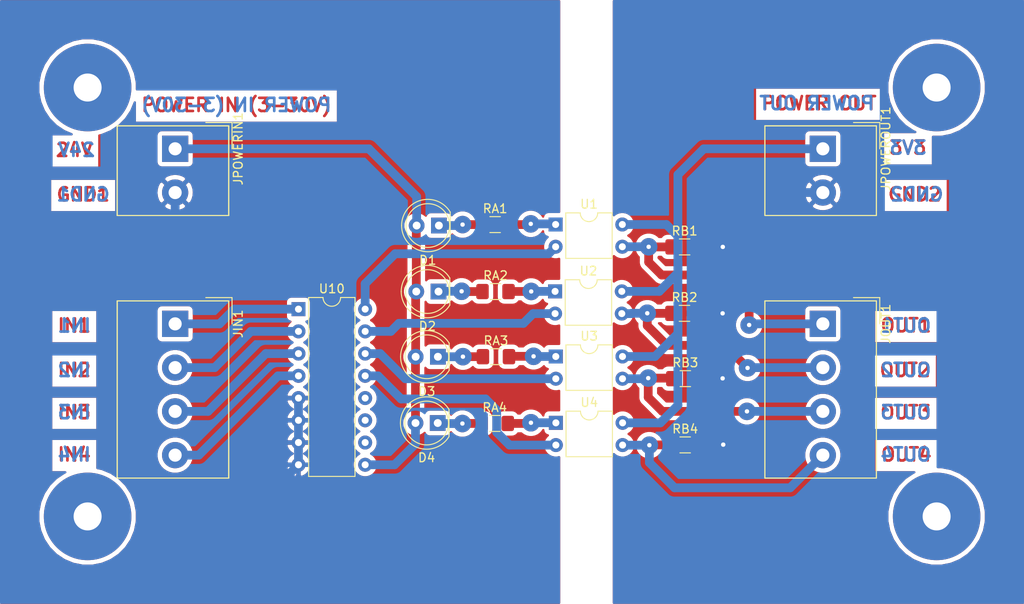
<source format=kicad_pcb>
(kicad_pcb (version 20171130) (host pcbnew 5.1.5+dfsg1-2build2)

  (general
    (thickness 1.6)
    (drawings 28)
    (tracks 179)
    (zones 0)
    (modules 21)
    (nets 25)
  )

  (page A4)
  (layers
    (0 F.Cu signal)
    (31 B.Cu signal)
    (32 B.Adhes user)
    (33 F.Adhes user)
    (34 B.Paste user)
    (35 F.Paste user)
    (36 B.SilkS user)
    (37 F.SilkS user)
    (38 B.Mask user)
    (39 F.Mask user)
    (40 Dwgs.User user)
    (41 Cmts.User user)
    (42 Eco1.User user)
    (43 Eco2.User user)
    (44 Edge.Cuts user)
    (45 Margin user)
    (46 B.CrtYd user)
    (47 F.CrtYd user)
    (48 B.Fab user)
    (49 F.Fab user)
  )

  (setup
    (last_trace_width 1)
    (user_trace_width 0.5)
    (user_trace_width 1)
    (user_trace_width 1.5)
    (user_trace_width 2)
    (trace_clearance 0.2)
    (zone_clearance 0.508)
    (zone_45_only no)
    (trace_min 0.2)
    (via_size 0.8)
    (via_drill 0.4)
    (via_min_size 0.4)
    (via_min_drill 0.3)
    (user_via 2 0.5)
    (user_via 10 3.2)
    (uvia_size 0.3)
    (uvia_drill 0.1)
    (uvias_allowed no)
    (uvia_min_size 0.2)
    (uvia_min_drill 0.1)
    (edge_width 0.05)
    (segment_width 0.2)
    (pcb_text_width 0.3)
    (pcb_text_size 1.5 1.5)
    (mod_edge_width 0.12)
    (mod_text_size 1 1)
    (mod_text_width 0.15)
    (pad_size 1.524 1.524)
    (pad_drill 0.762)
    (pad_to_mask_clearance 0.051)
    (solder_mask_min_width 0.25)
    (aux_axis_origin 0 0)
    (visible_elements FFFFFF7F)
    (pcbplotparams
      (layerselection 0x010fc_ffffffff)
      (usegerberextensions false)
      (usegerberattributes false)
      (usegerberadvancedattributes false)
      (creategerberjobfile false)
      (excludeedgelayer true)
      (linewidth 0.100000)
      (plotframeref false)
      (viasonmask false)
      (mode 1)
      (useauxorigin false)
      (hpglpennumber 1)
      (hpglpenspeed 20)
      (hpglpendiameter 15.000000)
      (psnegative false)
      (psa4output false)
      (plotreference true)
      (plotvalue true)
      (plotinvisibletext false)
      (padsonsilk false)
      (subtractmaskfromsilk false)
      (outputformat 1)
      (mirror false)
      (drillshape 1)
      (scaleselection 1)
      (outputdirectory ""))
  )

  (net 0 "")
  (net 1 "Net-(D1-Pad1)")
  (net 2 +24V)
  (net 3 "Net-(D2-Pad1)")
  (net 4 "Net-(D3-Pad1)")
  (net 5 "Net-(D4-Pad1)")
  (net 6 "Net-(JIN1-Pad1)")
  (net 7 "Net-(JIN1-Pad2)")
  (net 8 "Net-(JIN1-Pad3)")
  (net 9 "Net-(JIN1-Pad4)")
  (net 10 "Net-(JOUT1-Pad4)")
  (net 11 "Net-(JOUT1-Pad3)")
  (net 12 "Net-(JOUT1-Pad2)")
  (net 13 "Net-(JOUT1-Pad1)")
  (net 14 GND)
  (net 15 GNDD)
  (net 16 +3V3)
  (net 17 "Net-(RA1-Pad2)")
  (net 18 "Net-(RA2-Pad2)")
  (net 19 "Net-(RA3-Pad2)")
  (net 20 "Net-(RA4-Pad2)")
  (net 21 "Net-(U1-Pad2)")
  (net 22 "Net-(U10-Pad15)")
  (net 23 "Net-(U10-Pad14)")
  (net 24 "Net-(U10-Pad13)")

  (net_class Default "Esta es la clase de red por defecto."
    (clearance 0.2)
    (trace_width 0.25)
    (via_dia 0.8)
    (via_drill 0.4)
    (uvia_dia 0.3)
    (uvia_drill 0.1)
    (add_net +24V)
    (add_net +3V3)
    (add_net GND)
    (add_net GNDD)
    (add_net "Net-(D1-Pad1)")
    (add_net "Net-(D2-Pad1)")
    (add_net "Net-(D3-Pad1)")
    (add_net "Net-(D4-Pad1)")
    (add_net "Net-(JIN1-Pad1)")
    (add_net "Net-(JIN1-Pad2)")
    (add_net "Net-(JIN1-Pad3)")
    (add_net "Net-(JIN1-Pad4)")
    (add_net "Net-(JOUT1-Pad1)")
    (add_net "Net-(JOUT1-Pad2)")
    (add_net "Net-(JOUT1-Pad3)")
    (add_net "Net-(JOUT1-Pad4)")
    (add_net "Net-(RA1-Pad2)")
    (add_net "Net-(RA2-Pad2)")
    (add_net "Net-(RA3-Pad2)")
    (add_net "Net-(RA4-Pad2)")
    (add_net "Net-(U1-Pad2)")
    (add_net "Net-(U10-Pad13)")
    (add_net "Net-(U10-Pad14)")
    (add_net "Net-(U10-Pad15)")
  )

  (module TerminalBlock_Altech:Altech_AK300_1x04_P5.00mm_45-Degree (layer F.Cu) (tedit 5C27907F) (tstamp 606FACFC)
    (at 26 60 270)
    (descr "Altech AK300 serie terminal block (Script generated with StandardBox.py) (http://www.altechcorp.com/PDFS/PCBMETRC.PDF)")
    (tags "Altech AK300 serie connector")
    (path /606F9E12)
    (fp_text reference JIN1 (at 0 -7.2 90) (layer F.SilkS)
      (effects (font (size 1 1) (thickness 0.15)))
    )
    (fp_text value Conn_01x04 (at 7.5 7.5 90) (layer F.Fab)
      (effects (font (size 1 1) (thickness 0.15)))
    )
    (fp_line (start -2 -6) (end 17.5 -6) (layer F.Fab) (width 0.1))
    (fp_line (start 17.5 -6) (end 17.5 6.5) (layer F.Fab) (width 0.1))
    (fp_line (start 17.5 6.5) (end -2.5 6.5) (layer F.Fab) (width 0.1))
    (fp_line (start -2.5 6.5) (end -2.5 -5.5) (layer F.Fab) (width 0.1))
    (fp_line (start -2.5 -5.5) (end -2 -6) (layer F.Fab) (width 0.1))
    (fp_line (start -3 -3.5) (end -3 -6.5) (layer F.SilkS) (width 0.12))
    (fp_line (start -3 -6.5) (end 0 -6.5) (layer F.SilkS) (width 0.12))
    (fp_line (start -2.62 -6.12) (end 17.62 -6.12) (layer F.SilkS) (width 0.12))
    (fp_line (start 17.62 -6.12) (end 17.62 6.62) (layer F.SilkS) (width 0.12))
    (fp_line (start -2.62 6.62) (end 17.62 6.62) (layer F.SilkS) (width 0.12))
    (fp_line (start -2.62 -6.12) (end -2.62 6.62) (layer F.SilkS) (width 0.12))
    (fp_line (start -2.62 -6.12) (end 17.62 -6.12) (layer F.SilkS) (width 0.12))
    (fp_line (start 17.62 -6.12) (end 17.62 6.62) (layer F.SilkS) (width 0.12))
    (fp_line (start -2.62 6.62) (end 17.62 6.62) (layer F.SilkS) (width 0.12))
    (fp_line (start -2.62 -6.12) (end -2.62 6.62) (layer F.SilkS) (width 0.12))
    (fp_line (start -2.75 -6.25) (end 17.75 -6.25) (layer F.CrtYd) (width 0.05))
    (fp_line (start 17.75 -6.25) (end 17.75 6.75) (layer F.CrtYd) (width 0.05))
    (fp_line (start -2.75 6.75) (end 17.75 6.75) (layer F.CrtYd) (width 0.05))
    (fp_line (start -2.75 -6.25) (end -2.75 6.75) (layer F.CrtYd) (width 0.05))
    (fp_text user %R (at 7.5 0.25 90) (layer F.Fab)
      (effects (font (size 1 1) (thickness 0.15)))
    )
    (pad 1 thru_hole rect (at 0 0 270) (size 3 3) (drill 1.5) (layers *.Cu *.Mask)
      (net 6 "Net-(JIN1-Pad1)"))
    (pad 2 thru_hole circle (at 5 0 270) (size 3 3) (drill 1.5) (layers *.Cu *.Mask)
      (net 7 "Net-(JIN1-Pad2)"))
    (pad 3 thru_hole circle (at 10 0 270) (size 3 3) (drill 1.5) (layers *.Cu *.Mask)
      (net 8 "Net-(JIN1-Pad3)"))
    (pad 4 thru_hole circle (at 15 0 270) (size 3 3) (drill 1.5) (layers *.Cu *.Mask)
      (net 9 "Net-(JIN1-Pad4)"))
    (model ${KISYS3DMOD}/TerminalBlock_Altech.3dshapes/Altech_AK300_1x04_P5.00mm_45-Degree.wrl
      (at (xyz 0 0 0))
      (scale (xyz 1 1 1))
      (rotate (xyz 0 0 0))
    )
  )

  (module TerminalBlock_Altech:Altech_AK300_1x04_P5.00mm_45-Degree (layer F.Cu) (tedit 5C27907F) (tstamp 606FA0DC)
    (at 100 60 270)
    (descr "Altech AK300 serie terminal block (Script generated with StandardBox.py) (http://www.altechcorp.com/PDFS/PCBMETRC.PDF)")
    (tags "Altech AK300 serie connector")
    (path /6070744C)
    (fp_text reference JOUT1 (at 0 -7.2 90) (layer F.SilkS)
      (effects (font (size 1 1) (thickness 0.15)))
    )
    (fp_text value Conn_01x04 (at 7.5 7.5 90) (layer F.Fab)
      (effects (font (size 1 1) (thickness 0.15)))
    )
    (fp_text user %R (at 7.5 0.25 90) (layer F.Fab)
      (effects (font (size 1 1) (thickness 0.15)))
    )
    (fp_line (start -2.75 -6.25) (end -2.75 6.75) (layer F.CrtYd) (width 0.05))
    (fp_line (start -2.75 6.75) (end 17.75 6.75) (layer F.CrtYd) (width 0.05))
    (fp_line (start 17.75 -6.25) (end 17.75 6.75) (layer F.CrtYd) (width 0.05))
    (fp_line (start -2.75 -6.25) (end 17.75 -6.25) (layer F.CrtYd) (width 0.05))
    (fp_line (start -2.62 -6.12) (end -2.62 6.62) (layer F.SilkS) (width 0.12))
    (fp_line (start -2.62 6.62) (end 17.62 6.62) (layer F.SilkS) (width 0.12))
    (fp_line (start 17.62 -6.12) (end 17.62 6.62) (layer F.SilkS) (width 0.12))
    (fp_line (start -2.62 -6.12) (end 17.62 -6.12) (layer F.SilkS) (width 0.12))
    (fp_line (start -2.62 -6.12) (end -2.62 6.62) (layer F.SilkS) (width 0.12))
    (fp_line (start -2.62 6.62) (end 17.62 6.62) (layer F.SilkS) (width 0.12))
    (fp_line (start 17.62 -6.12) (end 17.62 6.62) (layer F.SilkS) (width 0.12))
    (fp_line (start -2.62 -6.12) (end 17.62 -6.12) (layer F.SilkS) (width 0.12))
    (fp_line (start -3 -6.5) (end 0 -6.5) (layer F.SilkS) (width 0.12))
    (fp_line (start -3 -3.5) (end -3 -6.5) (layer F.SilkS) (width 0.12))
    (fp_line (start -2.5 -5.5) (end -2 -6) (layer F.Fab) (width 0.1))
    (fp_line (start -2.5 6.5) (end -2.5 -5.5) (layer F.Fab) (width 0.1))
    (fp_line (start 17.5 6.5) (end -2.5 6.5) (layer F.Fab) (width 0.1))
    (fp_line (start 17.5 -6) (end 17.5 6.5) (layer F.Fab) (width 0.1))
    (fp_line (start -2 -6) (end 17.5 -6) (layer F.Fab) (width 0.1))
    (pad 4 thru_hole circle (at 15 0 270) (size 3 3) (drill 1.5) (layers *.Cu *.Mask)
      (net 10 "Net-(JOUT1-Pad4)"))
    (pad 3 thru_hole circle (at 10 0 270) (size 3 3) (drill 1.5) (layers *.Cu *.Mask)
      (net 11 "Net-(JOUT1-Pad3)"))
    (pad 2 thru_hole circle (at 5 0 270) (size 3 3) (drill 1.5) (layers *.Cu *.Mask)
      (net 12 "Net-(JOUT1-Pad2)"))
    (pad 1 thru_hole rect (at 0 0 270) (size 3 3) (drill 1.5) (layers *.Cu *.Mask)
      (net 13 "Net-(JOUT1-Pad1)"))
    (model ${KISYS3DMOD}/TerminalBlock_Altech.3dshapes/Altech_AK300_1x04_P5.00mm_45-Degree.wrl
      (at (xyz 0 0 0))
      (scale (xyz 1 1 1))
      (rotate (xyz 0 0 0))
    )
  )

  (module TerminalBlock_Altech:Altech_AK300_1x02_P5.00mm_45-Degree (layer F.Cu) (tedit 5C27907F) (tstamp 606FAC10)
    (at 26 40 270)
    (descr "Altech AK300 serie terminal block (Script generated with StandardBox.py) (http://www.altechcorp.com/PDFS/PCBMETRC.PDF)")
    (tags "Altech AK300 serie connector")
    (path /606FAC23)
    (fp_text reference JPOWERIN1 (at 0 -7.2 90) (layer F.SilkS)
      (effects (font (size 1 1) (thickness 0.15)))
    )
    (fp_text value Conn_01x02 (at 2.5 7.5 90) (layer F.Fab)
      (effects (font (size 1 1) (thickness 0.15)))
    )
    (fp_line (start -2 -6) (end 7.5 -6) (layer F.Fab) (width 0.1))
    (fp_line (start 7.5 -6) (end 7.5 6.5) (layer F.Fab) (width 0.1))
    (fp_line (start 7.5 6.5) (end -2.5 6.5) (layer F.Fab) (width 0.1))
    (fp_line (start -2.5 6.5) (end -2.5 -5.5) (layer F.Fab) (width 0.1))
    (fp_line (start -2.5 -5.5) (end -2 -6) (layer F.Fab) (width 0.1))
    (fp_line (start -3 -3.5) (end -3 -6.5) (layer F.SilkS) (width 0.12))
    (fp_line (start -3 -6.5) (end 0 -6.5) (layer F.SilkS) (width 0.12))
    (fp_line (start -2.62 -6.12) (end 7.62 -6.12) (layer F.SilkS) (width 0.12))
    (fp_line (start 7.62 -6.12) (end 7.62 6.62) (layer F.SilkS) (width 0.12))
    (fp_line (start -2.62 6.62) (end 7.62 6.62) (layer F.SilkS) (width 0.12))
    (fp_line (start -2.62 -6.12) (end -2.62 6.62) (layer F.SilkS) (width 0.12))
    (fp_line (start -2.62 -6.12) (end 7.62 -6.12) (layer F.SilkS) (width 0.12))
    (fp_line (start 7.62 -6.12) (end 7.62 6.62) (layer F.SilkS) (width 0.12))
    (fp_line (start -2.62 6.62) (end 7.62 6.62) (layer F.SilkS) (width 0.12))
    (fp_line (start -2.62 -6.12) (end -2.62 6.62) (layer F.SilkS) (width 0.12))
    (fp_line (start -2.75 -6.25) (end 7.75 -6.25) (layer F.CrtYd) (width 0.05))
    (fp_line (start 7.75 -6.25) (end 7.75 6.75) (layer F.CrtYd) (width 0.05))
    (fp_line (start -2.75 6.75) (end 7.75 6.75) (layer F.CrtYd) (width 0.05))
    (fp_line (start -2.75 -6.25) (end -2.75 6.75) (layer F.CrtYd) (width 0.05))
    (fp_text user %R (at 2.5 0.25 90) (layer F.Fab)
      (effects (font (size 1 1) (thickness 0.15)))
    )
    (pad 1 thru_hole rect (at 0 0 270) (size 3 3) (drill 1.5) (layers *.Cu *.Mask)
      (net 2 +24V))
    (pad 2 thru_hole circle (at 5 0 270) (size 3 3) (drill 1.5) (layers *.Cu *.Mask)
      (net 14 GND))
    (model ${KISYS3DMOD}/TerminalBlock_Altech.3dshapes/Altech_AK300_1x02_P5.00mm_45-Degree.wrl
      (at (xyz 0 0 0))
      (scale (xyz 1 1 1))
      (rotate (xyz 0 0 0))
    )
  )

  (module TerminalBlock_Altech:Altech_AK300_1x02_P5.00mm_45-Degree (layer F.Cu) (tedit 5C27907F) (tstamp 606FA12B)
    (at 100 40 270)
    (descr "Altech AK300 serie terminal block (Script generated with StandardBox.py) (http://www.altechcorp.com/PDFS/PCBMETRC.PDF)")
    (tags "Altech AK300 serie connector")
    (path /6070676B)
    (fp_text reference JPOWEROUT1 (at 0 -7.2 90) (layer F.SilkS)
      (effects (font (size 1 1) (thickness 0.15)))
    )
    (fp_text value Conn_01x02 (at 2.5 7.5 90) (layer F.Fab)
      (effects (font (size 1 1) (thickness 0.15)))
    )
    (fp_text user %R (at 2.5 0.25 90) (layer F.Fab)
      (effects (font (size 1 1) (thickness 0.15)))
    )
    (fp_line (start -2.75 -6.25) (end -2.75 6.75) (layer F.CrtYd) (width 0.05))
    (fp_line (start -2.75 6.75) (end 7.75 6.75) (layer F.CrtYd) (width 0.05))
    (fp_line (start 7.75 -6.25) (end 7.75 6.75) (layer F.CrtYd) (width 0.05))
    (fp_line (start -2.75 -6.25) (end 7.75 -6.25) (layer F.CrtYd) (width 0.05))
    (fp_line (start -2.62 -6.12) (end -2.62 6.62) (layer F.SilkS) (width 0.12))
    (fp_line (start -2.62 6.62) (end 7.62 6.62) (layer F.SilkS) (width 0.12))
    (fp_line (start 7.62 -6.12) (end 7.62 6.62) (layer F.SilkS) (width 0.12))
    (fp_line (start -2.62 -6.12) (end 7.62 -6.12) (layer F.SilkS) (width 0.12))
    (fp_line (start -2.62 -6.12) (end -2.62 6.62) (layer F.SilkS) (width 0.12))
    (fp_line (start -2.62 6.62) (end 7.62 6.62) (layer F.SilkS) (width 0.12))
    (fp_line (start 7.62 -6.12) (end 7.62 6.62) (layer F.SilkS) (width 0.12))
    (fp_line (start -2.62 -6.12) (end 7.62 -6.12) (layer F.SilkS) (width 0.12))
    (fp_line (start -3 -6.5) (end 0 -6.5) (layer F.SilkS) (width 0.12))
    (fp_line (start -3 -3.5) (end -3 -6.5) (layer F.SilkS) (width 0.12))
    (fp_line (start -2.5 -5.5) (end -2 -6) (layer F.Fab) (width 0.1))
    (fp_line (start -2.5 6.5) (end -2.5 -5.5) (layer F.Fab) (width 0.1))
    (fp_line (start 7.5 6.5) (end -2.5 6.5) (layer F.Fab) (width 0.1))
    (fp_line (start 7.5 -6) (end 7.5 6.5) (layer F.Fab) (width 0.1))
    (fp_line (start -2 -6) (end 7.5 -6) (layer F.Fab) (width 0.1))
    (pad 2 thru_hole circle (at 5 0 270) (size 3 3) (drill 1.5) (layers *.Cu *.Mask)
      (net 15 GNDD))
    (pad 1 thru_hole rect (at 0 0 270) (size 3 3) (drill 1.5) (layers *.Cu *.Mask)
      (net 16 +3V3))
    (model ${KISYS3DMOD}/TerminalBlock_Altech.3dshapes/Altech_AK300_1x02_P5.00mm_45-Degree.wrl
      (at (xyz 0 0 0))
      (scale (xyz 1 1 1))
      (rotate (xyz 0 0 0))
    )
  )

  (module Resistor_SMD:R_1206_3216Metric_Pad1.42x1.75mm_HandSolder (layer F.Cu) (tedit 5B301BBD) (tstamp 606FAE77)
    (at 62.56 48.66)
    (descr "Resistor SMD 1206 (3216 Metric), square (rectangular) end terminal, IPC_7351 nominal with elongated pad for handsoldering. (Body size source: http://www.tortai-tech.com/upload/download/2011102023233369053.pdf), generated with kicad-footprint-generator")
    (tags "resistor handsolder")
    (path /607012BE)
    (attr smd)
    (fp_text reference RA1 (at 0 -1.82) (layer F.SilkS)
      (effects (font (size 1 1) (thickness 0.15)))
    )
    (fp_text value 2K2 (at 0 1.82) (layer F.Fab)
      (effects (font (size 1 1) (thickness 0.15)))
    )
    (fp_line (start -1.6 0.8) (end -1.6 -0.8) (layer F.Fab) (width 0.1))
    (fp_line (start -1.6 -0.8) (end 1.6 -0.8) (layer F.Fab) (width 0.1))
    (fp_line (start 1.6 -0.8) (end 1.6 0.8) (layer F.Fab) (width 0.1))
    (fp_line (start 1.6 0.8) (end -1.6 0.8) (layer F.Fab) (width 0.1))
    (fp_line (start -0.602064 -0.91) (end 0.602064 -0.91) (layer F.SilkS) (width 0.12))
    (fp_line (start -0.602064 0.91) (end 0.602064 0.91) (layer F.SilkS) (width 0.12))
    (fp_line (start -2.45 1.12) (end -2.45 -1.12) (layer F.CrtYd) (width 0.05))
    (fp_line (start -2.45 -1.12) (end 2.45 -1.12) (layer F.CrtYd) (width 0.05))
    (fp_line (start 2.45 -1.12) (end 2.45 1.12) (layer F.CrtYd) (width 0.05))
    (fp_line (start 2.45 1.12) (end -2.45 1.12) (layer F.CrtYd) (width 0.05))
    (fp_text user %R (at 0 0) (layer F.Fab)
      (effects (font (size 0.8 0.8) (thickness 0.12)))
    )
    (pad 1 smd roundrect (at -1.4875 0) (size 1.425 1.75) (layers F.Cu F.Paste F.Mask) (roundrect_rratio 0.175439)
      (net 1 "Net-(D1-Pad1)"))
    (pad 2 smd roundrect (at 1.4875 0) (size 1.425 1.75) (layers F.Cu F.Paste F.Mask) (roundrect_rratio 0.175439)
      (net 17 "Net-(RA1-Pad2)"))
    (model ${KISYS3DMOD}/Resistor_SMD.3dshapes/R_1206_3216Metric.wrl
      (at (xyz 0 0 0))
      (scale (xyz 1 1 1))
      (rotate (xyz 0 0 0))
    )
  )

  (module Resistor_SMD:R_1206_3216Metric_Pad1.42x1.75mm_HandSolder (layer F.Cu) (tedit 5B301BBD) (tstamp 606FAE47)
    (at 62.6025 56.31)
    (descr "Resistor SMD 1206 (3216 Metric), square (rectangular) end terminal, IPC_7351 nominal with elongated pad for handsoldering. (Body size source: http://www.tortai-tech.com/upload/download/2011102023233369053.pdf), generated with kicad-footprint-generator")
    (tags "resistor handsolder")
    (path /60737FB5)
    (attr smd)
    (fp_text reference RA2 (at 0 -1.82) (layer F.SilkS)
      (effects (font (size 1 1) (thickness 0.15)))
    )
    (fp_text value 2K2 (at 0 1.82) (layer F.Fab)
      (effects (font (size 1 1) (thickness 0.15)))
    )
    (fp_line (start -1.6 0.8) (end -1.6 -0.8) (layer F.Fab) (width 0.1))
    (fp_line (start -1.6 -0.8) (end 1.6 -0.8) (layer F.Fab) (width 0.1))
    (fp_line (start 1.6 -0.8) (end 1.6 0.8) (layer F.Fab) (width 0.1))
    (fp_line (start 1.6 0.8) (end -1.6 0.8) (layer F.Fab) (width 0.1))
    (fp_line (start -0.602064 -0.91) (end 0.602064 -0.91) (layer F.SilkS) (width 0.12))
    (fp_line (start -0.602064 0.91) (end 0.602064 0.91) (layer F.SilkS) (width 0.12))
    (fp_line (start -2.45 1.12) (end -2.45 -1.12) (layer F.CrtYd) (width 0.05))
    (fp_line (start -2.45 -1.12) (end 2.45 -1.12) (layer F.CrtYd) (width 0.05))
    (fp_line (start 2.45 -1.12) (end 2.45 1.12) (layer F.CrtYd) (width 0.05))
    (fp_line (start 2.45 1.12) (end -2.45 1.12) (layer F.CrtYd) (width 0.05))
    (fp_text user %R (at 0 0) (layer F.Fab)
      (effects (font (size 0.8 0.8) (thickness 0.12)))
    )
    (pad 1 smd roundrect (at -1.4875 0) (size 1.425 1.75) (layers F.Cu F.Paste F.Mask) (roundrect_rratio 0.175439)
      (net 3 "Net-(D2-Pad1)"))
    (pad 2 smd roundrect (at 1.4875 0) (size 1.425 1.75) (layers F.Cu F.Paste F.Mask) (roundrect_rratio 0.175439)
      (net 18 "Net-(RA2-Pad2)"))
    (model ${KISYS3DMOD}/Resistor_SMD.3dshapes/R_1206_3216Metric.wrl
      (at (xyz 0 0 0))
      (scale (xyz 1 1 1))
      (rotate (xyz 0 0 0))
    )
  )

  (module Resistor_SMD:R_1206_3216Metric_Pad1.42x1.75mm_HandSolder (layer F.Cu) (tedit 5B301BBD) (tstamp 606FAF96)
    (at 62.6525 63.75)
    (descr "Resistor SMD 1206 (3216 Metric), square (rectangular) end terminal, IPC_7351 nominal with elongated pad for handsoldering. (Body size source: http://www.tortai-tech.com/upload/download/2011102023233369053.pdf), generated with kicad-footprint-generator")
    (tags "resistor handsolder")
    (path /60746360)
    (attr smd)
    (fp_text reference RA3 (at 0 -1.82) (layer F.SilkS)
      (effects (font (size 1 1) (thickness 0.15)))
    )
    (fp_text value 2K2 (at 0 1.82) (layer F.Fab)
      (effects (font (size 1 1) (thickness 0.15)))
    )
    (fp_line (start -1.6 0.8) (end -1.6 -0.8) (layer F.Fab) (width 0.1))
    (fp_line (start -1.6 -0.8) (end 1.6 -0.8) (layer F.Fab) (width 0.1))
    (fp_line (start 1.6 -0.8) (end 1.6 0.8) (layer F.Fab) (width 0.1))
    (fp_line (start 1.6 0.8) (end -1.6 0.8) (layer F.Fab) (width 0.1))
    (fp_line (start -0.602064 -0.91) (end 0.602064 -0.91) (layer F.SilkS) (width 0.12))
    (fp_line (start -0.602064 0.91) (end 0.602064 0.91) (layer F.SilkS) (width 0.12))
    (fp_line (start -2.45 1.12) (end -2.45 -1.12) (layer F.CrtYd) (width 0.05))
    (fp_line (start -2.45 -1.12) (end 2.45 -1.12) (layer F.CrtYd) (width 0.05))
    (fp_line (start 2.45 -1.12) (end 2.45 1.12) (layer F.CrtYd) (width 0.05))
    (fp_line (start 2.45 1.12) (end -2.45 1.12) (layer F.CrtYd) (width 0.05))
    (fp_text user %R (at 0 0) (layer F.Fab)
      (effects (font (size 0.8 0.8) (thickness 0.12)))
    )
    (pad 1 smd roundrect (at -1.4875 0) (size 1.425 1.75) (layers F.Cu F.Paste F.Mask) (roundrect_rratio 0.175439)
      (net 4 "Net-(D3-Pad1)"))
    (pad 2 smd roundrect (at 1.4875 0) (size 1.425 1.75) (layers F.Cu F.Paste F.Mask) (roundrect_rratio 0.175439)
      (net 19 "Net-(RA3-Pad2)"))
    (model ${KISYS3DMOD}/Resistor_SMD.3dshapes/R_1206_3216Metric.wrl
      (at (xyz 0 0 0))
      (scale (xyz 1 1 1))
      (rotate (xyz 0 0 0))
    )
  )

  (module Resistor_SMD:R_1206_3216Metric_Pad1.42x1.75mm_HandSolder (layer F.Cu) (tedit 5B301BBD) (tstamp 606FAC55)
    (at 62.5125 71.38)
    (descr "Resistor SMD 1206 (3216 Metric), square (rectangular) end terminal, IPC_7351 nominal with elongated pad for handsoldering. (Body size source: http://www.tortai-tech.com/upload/download/2011102023233369053.pdf), generated with kicad-footprint-generator")
    (tags "resistor handsolder")
    (path /6072C1CC)
    (attr smd)
    (fp_text reference RA4 (at 0 -1.82) (layer F.SilkS)
      (effects (font (size 1 1) (thickness 0.15)))
    )
    (fp_text value 2K2 (at 0 1.82) (layer F.Fab)
      (effects (font (size 1 1) (thickness 0.15)))
    )
    (fp_line (start -1.6 0.8) (end -1.6 -0.8) (layer F.Fab) (width 0.1))
    (fp_line (start -1.6 -0.8) (end 1.6 -0.8) (layer F.Fab) (width 0.1))
    (fp_line (start 1.6 -0.8) (end 1.6 0.8) (layer F.Fab) (width 0.1))
    (fp_line (start 1.6 0.8) (end -1.6 0.8) (layer F.Fab) (width 0.1))
    (fp_line (start -0.602064 -0.91) (end 0.602064 -0.91) (layer F.SilkS) (width 0.12))
    (fp_line (start -0.602064 0.91) (end 0.602064 0.91) (layer F.SilkS) (width 0.12))
    (fp_line (start -2.45 1.12) (end -2.45 -1.12) (layer F.CrtYd) (width 0.05))
    (fp_line (start -2.45 -1.12) (end 2.45 -1.12) (layer F.CrtYd) (width 0.05))
    (fp_line (start 2.45 -1.12) (end 2.45 1.12) (layer F.CrtYd) (width 0.05))
    (fp_line (start 2.45 1.12) (end -2.45 1.12) (layer F.CrtYd) (width 0.05))
    (fp_text user %R (at 0 0) (layer F.Fab)
      (effects (font (size 0.8 0.8) (thickness 0.12)))
    )
    (pad 1 smd roundrect (at -1.4875 0) (size 1.425 1.75) (layers F.Cu F.Paste F.Mask) (roundrect_rratio 0.175439)
      (net 5 "Net-(D4-Pad1)"))
    (pad 2 smd roundrect (at 1.4875 0) (size 1.425 1.75) (layers F.Cu F.Paste F.Mask) (roundrect_rratio 0.175439)
      (net 20 "Net-(RA4-Pad2)"))
    (model ${KISYS3DMOD}/Resistor_SMD.3dshapes/R_1206_3216Metric.wrl
      (at (xyz 0 0 0))
      (scale (xyz 1 1 1))
      (rotate (xyz 0 0 0))
    )
  )

  (module Resistor_SMD:R_1206_3216Metric_Pad1.42x1.75mm_HandSolder (layer F.Cu) (tedit 5B301BBD) (tstamp 606F9F60)
    (at 84.21 51.21)
    (descr "Resistor SMD 1206 (3216 Metric), square (rectangular) end terminal, IPC_7351 nominal with elongated pad for handsoldering. (Body size source: http://www.tortai-tech.com/upload/download/2011102023233369053.pdf), generated with kicad-footprint-generator")
    (tags "resistor handsolder")
    (path /606F2DB9)
    (attr smd)
    (fp_text reference RB1 (at 0 -1.82) (layer F.SilkS)
      (effects (font (size 1 1) (thickness 0.15)))
    )
    (fp_text value 2K2 (at 0 1.82) (layer F.Fab)
      (effects (font (size 1 1) (thickness 0.15)))
    )
    (fp_text user %R (at 0 0) (layer F.Fab)
      (effects (font (size 0.8 0.8) (thickness 0.12)))
    )
    (fp_line (start 2.45 1.12) (end -2.45 1.12) (layer F.CrtYd) (width 0.05))
    (fp_line (start 2.45 -1.12) (end 2.45 1.12) (layer F.CrtYd) (width 0.05))
    (fp_line (start -2.45 -1.12) (end 2.45 -1.12) (layer F.CrtYd) (width 0.05))
    (fp_line (start -2.45 1.12) (end -2.45 -1.12) (layer F.CrtYd) (width 0.05))
    (fp_line (start -0.602064 0.91) (end 0.602064 0.91) (layer F.SilkS) (width 0.12))
    (fp_line (start -0.602064 -0.91) (end 0.602064 -0.91) (layer F.SilkS) (width 0.12))
    (fp_line (start 1.6 0.8) (end -1.6 0.8) (layer F.Fab) (width 0.1))
    (fp_line (start 1.6 -0.8) (end 1.6 0.8) (layer F.Fab) (width 0.1))
    (fp_line (start -1.6 -0.8) (end 1.6 -0.8) (layer F.Fab) (width 0.1))
    (fp_line (start -1.6 0.8) (end -1.6 -0.8) (layer F.Fab) (width 0.1))
    (pad 2 smd roundrect (at 1.4875 0) (size 1.425 1.75) (layers F.Cu F.Paste F.Mask) (roundrect_rratio 0.175439)
      (net 15 GNDD))
    (pad 1 smd roundrect (at -1.4875 0) (size 1.425 1.75) (layers F.Cu F.Paste F.Mask) (roundrect_rratio 0.175439)
      (net 13 "Net-(JOUT1-Pad1)"))
    (model ${KISYS3DMOD}/Resistor_SMD.3dshapes/R_1206_3216Metric.wrl
      (at (xyz 0 0 0))
      (scale (xyz 1 1 1))
      (rotate (xyz 0 0 0))
    )
  )

  (module Resistor_SMD:R_1206_3216Metric_Pad1.42x1.75mm_HandSolder (layer F.Cu) (tedit 5B301BBD) (tstamp 606FA170)
    (at 84.1925 58.8)
    (descr "Resistor SMD 1206 (3216 Metric), square (rectangular) end terminal, IPC_7351 nominal with elongated pad for handsoldering. (Body size source: http://www.tortai-tech.com/upload/download/2011102023233369053.pdf), generated with kicad-footprint-generator")
    (tags "resistor handsolder")
    (path /60737F9F)
    (attr smd)
    (fp_text reference RB2 (at 0 -1.82) (layer F.SilkS)
      (effects (font (size 1 1) (thickness 0.15)))
    )
    (fp_text value 2K2 (at 0 1.82) (layer F.Fab)
      (effects (font (size 1 1) (thickness 0.15)))
    )
    (fp_text user %R (at 0 0) (layer F.Fab)
      (effects (font (size 0.8 0.8) (thickness 0.12)))
    )
    (fp_line (start 2.45 1.12) (end -2.45 1.12) (layer F.CrtYd) (width 0.05))
    (fp_line (start 2.45 -1.12) (end 2.45 1.12) (layer F.CrtYd) (width 0.05))
    (fp_line (start -2.45 -1.12) (end 2.45 -1.12) (layer F.CrtYd) (width 0.05))
    (fp_line (start -2.45 1.12) (end -2.45 -1.12) (layer F.CrtYd) (width 0.05))
    (fp_line (start -0.602064 0.91) (end 0.602064 0.91) (layer F.SilkS) (width 0.12))
    (fp_line (start -0.602064 -0.91) (end 0.602064 -0.91) (layer F.SilkS) (width 0.12))
    (fp_line (start 1.6 0.8) (end -1.6 0.8) (layer F.Fab) (width 0.1))
    (fp_line (start 1.6 -0.8) (end 1.6 0.8) (layer F.Fab) (width 0.1))
    (fp_line (start -1.6 -0.8) (end 1.6 -0.8) (layer F.Fab) (width 0.1))
    (fp_line (start -1.6 0.8) (end -1.6 -0.8) (layer F.Fab) (width 0.1))
    (pad 2 smd roundrect (at 1.4875 0) (size 1.425 1.75) (layers F.Cu F.Paste F.Mask) (roundrect_rratio 0.175439)
      (net 15 GNDD))
    (pad 1 smd roundrect (at -1.4875 0) (size 1.425 1.75) (layers F.Cu F.Paste F.Mask) (roundrect_rratio 0.175439)
      (net 12 "Net-(JOUT1-Pad2)"))
    (model ${KISYS3DMOD}/Resistor_SMD.3dshapes/R_1206_3216Metric.wrl
      (at (xyz 0 0 0))
      (scale (xyz 1 1 1))
      (rotate (xyz 0 0 0))
    )
  )

  (module Resistor_SMD:R_1206_3216Metric_Pad1.42x1.75mm_HandSolder (layer F.Cu) (tedit 5B301BBD) (tstamp 606FA3F3)
    (at 84.29 66.26)
    (descr "Resistor SMD 1206 (3216 Metric), square (rectangular) end terminal, IPC_7351 nominal with elongated pad for handsoldering. (Body size source: http://www.tortai-tech.com/upload/download/2011102023233369053.pdf), generated with kicad-footprint-generator")
    (tags "resistor handsolder")
    (path /6074634A)
    (attr smd)
    (fp_text reference RB3 (at 0 -1.82) (layer F.SilkS)
      (effects (font (size 1 1) (thickness 0.15)))
    )
    (fp_text value 2K2 (at 0 1.82) (layer F.Fab)
      (effects (font (size 1 1) (thickness 0.15)))
    )
    (fp_text user %R (at 0 0) (layer F.Fab)
      (effects (font (size 0.8 0.8) (thickness 0.12)))
    )
    (fp_line (start 2.45 1.12) (end -2.45 1.12) (layer F.CrtYd) (width 0.05))
    (fp_line (start 2.45 -1.12) (end 2.45 1.12) (layer F.CrtYd) (width 0.05))
    (fp_line (start -2.45 -1.12) (end 2.45 -1.12) (layer F.CrtYd) (width 0.05))
    (fp_line (start -2.45 1.12) (end -2.45 -1.12) (layer F.CrtYd) (width 0.05))
    (fp_line (start -0.602064 0.91) (end 0.602064 0.91) (layer F.SilkS) (width 0.12))
    (fp_line (start -0.602064 -0.91) (end 0.602064 -0.91) (layer F.SilkS) (width 0.12))
    (fp_line (start 1.6 0.8) (end -1.6 0.8) (layer F.Fab) (width 0.1))
    (fp_line (start 1.6 -0.8) (end 1.6 0.8) (layer F.Fab) (width 0.1))
    (fp_line (start -1.6 -0.8) (end 1.6 -0.8) (layer F.Fab) (width 0.1))
    (fp_line (start -1.6 0.8) (end -1.6 -0.8) (layer F.Fab) (width 0.1))
    (pad 2 smd roundrect (at 1.4875 0) (size 1.425 1.75) (layers F.Cu F.Paste F.Mask) (roundrect_rratio 0.175439)
      (net 15 GNDD))
    (pad 1 smd roundrect (at -1.4875 0) (size 1.425 1.75) (layers F.Cu F.Paste F.Mask) (roundrect_rratio 0.175439)
      (net 11 "Net-(JOUT1-Pad3)"))
    (model ${KISYS3DMOD}/Resistor_SMD.3dshapes/R_1206_3216Metric.wrl
      (at (xyz 0 0 0))
      (scale (xyz 1 1 1))
      (rotate (xyz 0 0 0))
    )
  )

  (module Resistor_SMD:R_1206_3216Metric_Pad1.42x1.75mm_HandSolder (layer F.Cu) (tedit 5B301BBD) (tstamp 606FA457)
    (at 84.2725 73.83)
    (descr "Resistor SMD 1206 (3216 Metric), square (rectangular) end terminal, IPC_7351 nominal with elongated pad for handsoldering. (Body size source: http://www.tortai-tech.com/upload/download/2011102023233369053.pdf), generated with kicad-footprint-generator")
    (tags "resistor handsolder")
    (path /6072C1B6)
    (attr smd)
    (fp_text reference RB4 (at 0 -1.82) (layer F.SilkS)
      (effects (font (size 1 1) (thickness 0.15)))
    )
    (fp_text value 2K2 (at 0 1.82) (layer F.Fab)
      (effects (font (size 1 1) (thickness 0.15)))
    )
    (fp_text user %R (at 0 0) (layer F.Fab)
      (effects (font (size 0.8 0.8) (thickness 0.12)))
    )
    (fp_line (start 2.45 1.12) (end -2.45 1.12) (layer F.CrtYd) (width 0.05))
    (fp_line (start 2.45 -1.12) (end 2.45 1.12) (layer F.CrtYd) (width 0.05))
    (fp_line (start -2.45 -1.12) (end 2.45 -1.12) (layer F.CrtYd) (width 0.05))
    (fp_line (start -2.45 1.12) (end -2.45 -1.12) (layer F.CrtYd) (width 0.05))
    (fp_line (start -0.602064 0.91) (end 0.602064 0.91) (layer F.SilkS) (width 0.12))
    (fp_line (start -0.602064 -0.91) (end 0.602064 -0.91) (layer F.SilkS) (width 0.12))
    (fp_line (start 1.6 0.8) (end -1.6 0.8) (layer F.Fab) (width 0.1))
    (fp_line (start 1.6 -0.8) (end 1.6 0.8) (layer F.Fab) (width 0.1))
    (fp_line (start -1.6 -0.8) (end 1.6 -0.8) (layer F.Fab) (width 0.1))
    (fp_line (start -1.6 0.8) (end -1.6 -0.8) (layer F.Fab) (width 0.1))
    (pad 2 smd roundrect (at 1.4875 0) (size 1.425 1.75) (layers F.Cu F.Paste F.Mask) (roundrect_rratio 0.175439)
      (net 15 GNDD))
    (pad 1 smd roundrect (at -1.4875 0) (size 1.425 1.75) (layers F.Cu F.Paste F.Mask) (roundrect_rratio 0.175439)
      (net 10 "Net-(JOUT1-Pad4)"))
    (model ${KISYS3DMOD}/Resistor_SMD.3dshapes/R_1206_3216Metric.wrl
      (at (xyz 0 0 0))
      (scale (xyz 1 1 1))
      (rotate (xyz 0 0 0))
    )
  )

  (module Package_DIP:DIP-4_W7.62mm (layer F.Cu) (tedit 5A02E8C5) (tstamp 606F9092)
    (at 69.47 48.65)
    (descr "4-lead though-hole mounted DIP package, row spacing 7.62 mm (300 mils)")
    (tags "THT DIP DIL PDIP 2.54mm 7.62mm 300mil")
    (path /606F69BA)
    (fp_text reference U1 (at 3.81 -2.33) (layer F.SilkS)
      (effects (font (size 1 1) (thickness 0.15)))
    )
    (fp_text value PC817 (at 3.81 4.87) (layer F.Fab)
      (effects (font (size 1 1) (thickness 0.15)))
    )
    (fp_text user %R (at 3.81 1.27) (layer F.Fab)
      (effects (font (size 1 1) (thickness 0.15)))
    )
    (fp_line (start 8.7 -1.55) (end -1.1 -1.55) (layer F.CrtYd) (width 0.05))
    (fp_line (start 8.7 4.1) (end 8.7 -1.55) (layer F.CrtYd) (width 0.05))
    (fp_line (start -1.1 4.1) (end 8.7 4.1) (layer F.CrtYd) (width 0.05))
    (fp_line (start -1.1 -1.55) (end -1.1 4.1) (layer F.CrtYd) (width 0.05))
    (fp_line (start 6.46 -1.33) (end 4.81 -1.33) (layer F.SilkS) (width 0.12))
    (fp_line (start 6.46 3.87) (end 6.46 -1.33) (layer F.SilkS) (width 0.12))
    (fp_line (start 1.16 3.87) (end 6.46 3.87) (layer F.SilkS) (width 0.12))
    (fp_line (start 1.16 -1.33) (end 1.16 3.87) (layer F.SilkS) (width 0.12))
    (fp_line (start 2.81 -1.33) (end 1.16 -1.33) (layer F.SilkS) (width 0.12))
    (fp_line (start 0.635 -0.27) (end 1.635 -1.27) (layer F.Fab) (width 0.1))
    (fp_line (start 0.635 3.81) (end 0.635 -0.27) (layer F.Fab) (width 0.1))
    (fp_line (start 6.985 3.81) (end 0.635 3.81) (layer F.Fab) (width 0.1))
    (fp_line (start 6.985 -1.27) (end 6.985 3.81) (layer F.Fab) (width 0.1))
    (fp_line (start 1.635 -1.27) (end 6.985 -1.27) (layer F.Fab) (width 0.1))
    (fp_arc (start 3.81 -1.33) (end 2.81 -1.33) (angle -180) (layer F.SilkS) (width 0.12))
    (pad 4 thru_hole oval (at 7.62 0) (size 1.6 1.6) (drill 0.8) (layers *.Cu *.Mask)
      (net 16 +3V3))
    (pad 2 thru_hole oval (at 0 2.54) (size 1.6 1.6) (drill 0.8) (layers *.Cu *.Mask)
      (net 21 "Net-(U1-Pad2)"))
    (pad 3 thru_hole oval (at 7.62 2.54) (size 1.6 1.6) (drill 0.8) (layers *.Cu *.Mask)
      (net 13 "Net-(JOUT1-Pad1)"))
    (pad 1 thru_hole rect (at 0 0) (size 1.6 1.6) (drill 0.8) (layers *.Cu *.Mask)
      (net 17 "Net-(RA1-Pad2)"))
    (model ${KISYS3DMOD}/Package_DIP.3dshapes/DIP-4_W7.62mm.wrl
      (at (xyz 0 0 0))
      (scale (xyz 1 1 1))
      (rotate (xyz 0 0 0))
    )
  )

  (module Package_DIP:DIP-4_W7.62mm (layer F.Cu) (tedit 5A02E8C5) (tstamp 606F90D7)
    (at 69.41 56.29)
    (descr "4-lead though-hole mounted DIP package, row spacing 7.62 mm (300 mils)")
    (tags "THT DIP DIL PDIP 2.54mm 7.62mm 300mil")
    (path /60737F7E)
    (fp_text reference U2 (at 3.81 -2.33) (layer F.SilkS)
      (effects (font (size 1 1) (thickness 0.15)))
    )
    (fp_text value PC817 (at 3.81 4.87) (layer F.Fab)
      (effects (font (size 1 1) (thickness 0.15)))
    )
    (fp_text user %R (at 3.81 1.27) (layer F.Fab)
      (effects (font (size 1 1) (thickness 0.15)))
    )
    (fp_line (start 8.7 -1.55) (end -1.1 -1.55) (layer F.CrtYd) (width 0.05))
    (fp_line (start 8.7 4.1) (end 8.7 -1.55) (layer F.CrtYd) (width 0.05))
    (fp_line (start -1.1 4.1) (end 8.7 4.1) (layer F.CrtYd) (width 0.05))
    (fp_line (start -1.1 -1.55) (end -1.1 4.1) (layer F.CrtYd) (width 0.05))
    (fp_line (start 6.46 -1.33) (end 4.81 -1.33) (layer F.SilkS) (width 0.12))
    (fp_line (start 6.46 3.87) (end 6.46 -1.33) (layer F.SilkS) (width 0.12))
    (fp_line (start 1.16 3.87) (end 6.46 3.87) (layer F.SilkS) (width 0.12))
    (fp_line (start 1.16 -1.33) (end 1.16 3.87) (layer F.SilkS) (width 0.12))
    (fp_line (start 2.81 -1.33) (end 1.16 -1.33) (layer F.SilkS) (width 0.12))
    (fp_line (start 0.635 -0.27) (end 1.635 -1.27) (layer F.Fab) (width 0.1))
    (fp_line (start 0.635 3.81) (end 0.635 -0.27) (layer F.Fab) (width 0.1))
    (fp_line (start 6.985 3.81) (end 0.635 3.81) (layer F.Fab) (width 0.1))
    (fp_line (start 6.985 -1.27) (end 6.985 3.81) (layer F.Fab) (width 0.1))
    (fp_line (start 1.635 -1.27) (end 6.985 -1.27) (layer F.Fab) (width 0.1))
    (fp_arc (start 3.81 -1.33) (end 2.81 -1.33) (angle -180) (layer F.SilkS) (width 0.12))
    (pad 4 thru_hole oval (at 7.62 0) (size 1.6 1.6) (drill 0.8) (layers *.Cu *.Mask)
      (net 16 +3V3))
    (pad 2 thru_hole oval (at 0 2.54) (size 1.6 1.6) (drill 0.8) (layers *.Cu *.Mask)
      (net 22 "Net-(U10-Pad15)"))
    (pad 3 thru_hole oval (at 7.62 2.54) (size 1.6 1.6) (drill 0.8) (layers *.Cu *.Mask)
      (net 12 "Net-(JOUT1-Pad2)"))
    (pad 1 thru_hole rect (at 0 0) (size 1.6 1.6) (drill 0.8) (layers *.Cu *.Mask)
      (net 18 "Net-(RA2-Pad2)"))
    (model ${KISYS3DMOD}/Package_DIP.3dshapes/DIP-4_W7.62mm.wrl
      (at (xyz 0 0 0))
      (scale (xyz 1 1 1))
      (rotate (xyz 0 0 0))
    )
  )

  (module Package_DIP:DIP-4_W7.62mm (layer F.Cu) (tedit 5A02E8C5) (tstamp 606F9008)
    (at 69.49 63.73)
    (descr "4-lead though-hole mounted DIP package, row spacing 7.62 mm (300 mils)")
    (tags "THT DIP DIL PDIP 2.54mm 7.62mm 300mil")
    (path /60746329)
    (fp_text reference U3 (at 3.81 -2.33) (layer F.SilkS)
      (effects (font (size 1 1) (thickness 0.15)))
    )
    (fp_text value PC817 (at 3.81 4.87) (layer F.Fab)
      (effects (font (size 1 1) (thickness 0.15)))
    )
    (fp_arc (start 3.81 -1.33) (end 2.81 -1.33) (angle -180) (layer F.SilkS) (width 0.12))
    (fp_line (start 1.635 -1.27) (end 6.985 -1.27) (layer F.Fab) (width 0.1))
    (fp_line (start 6.985 -1.27) (end 6.985 3.81) (layer F.Fab) (width 0.1))
    (fp_line (start 6.985 3.81) (end 0.635 3.81) (layer F.Fab) (width 0.1))
    (fp_line (start 0.635 3.81) (end 0.635 -0.27) (layer F.Fab) (width 0.1))
    (fp_line (start 0.635 -0.27) (end 1.635 -1.27) (layer F.Fab) (width 0.1))
    (fp_line (start 2.81 -1.33) (end 1.16 -1.33) (layer F.SilkS) (width 0.12))
    (fp_line (start 1.16 -1.33) (end 1.16 3.87) (layer F.SilkS) (width 0.12))
    (fp_line (start 1.16 3.87) (end 6.46 3.87) (layer F.SilkS) (width 0.12))
    (fp_line (start 6.46 3.87) (end 6.46 -1.33) (layer F.SilkS) (width 0.12))
    (fp_line (start 6.46 -1.33) (end 4.81 -1.33) (layer F.SilkS) (width 0.12))
    (fp_line (start -1.1 -1.55) (end -1.1 4.1) (layer F.CrtYd) (width 0.05))
    (fp_line (start -1.1 4.1) (end 8.7 4.1) (layer F.CrtYd) (width 0.05))
    (fp_line (start 8.7 4.1) (end 8.7 -1.55) (layer F.CrtYd) (width 0.05))
    (fp_line (start 8.7 -1.55) (end -1.1 -1.55) (layer F.CrtYd) (width 0.05))
    (fp_text user %R (at 3.81 1.27) (layer F.Fab)
      (effects (font (size 1 1) (thickness 0.15)))
    )
    (pad 1 thru_hole rect (at 0 0) (size 1.6 1.6) (drill 0.8) (layers *.Cu *.Mask)
      (net 19 "Net-(RA3-Pad2)"))
    (pad 3 thru_hole oval (at 7.62 2.54) (size 1.6 1.6) (drill 0.8) (layers *.Cu *.Mask)
      (net 11 "Net-(JOUT1-Pad3)"))
    (pad 2 thru_hole oval (at 0 2.54) (size 1.6 1.6) (drill 0.8) (layers *.Cu *.Mask)
      (net 23 "Net-(U10-Pad14)"))
    (pad 4 thru_hole oval (at 7.62 0) (size 1.6 1.6) (drill 0.8) (layers *.Cu *.Mask)
      (net 16 +3V3))
    (model ${KISYS3DMOD}/Package_DIP.3dshapes/DIP-4_W7.62mm.wrl
      (at (xyz 0 0 0))
      (scale (xyz 1 1 1))
      (rotate (xyz 0 0 0))
    )
  )

  (module Package_DIP:DIP-4_W7.62mm (layer F.Cu) (tedit 5A02E8C5) (tstamp 606F904D)
    (at 69.5 71.31)
    (descr "4-lead though-hole mounted DIP package, row spacing 7.62 mm (300 mils)")
    (tags "THT DIP DIL PDIP 2.54mm 7.62mm 300mil")
    (path /6072C195)
    (fp_text reference U4 (at 3.81 -2.33) (layer F.SilkS)
      (effects (font (size 1 1) (thickness 0.15)))
    )
    (fp_text value PC817 (at 3.81 4.87) (layer F.Fab)
      (effects (font (size 1 1) (thickness 0.15)))
    )
    (fp_arc (start 3.81 -1.33) (end 2.81 -1.33) (angle -180) (layer F.SilkS) (width 0.12))
    (fp_line (start 1.635 -1.27) (end 6.985 -1.27) (layer F.Fab) (width 0.1))
    (fp_line (start 6.985 -1.27) (end 6.985 3.81) (layer F.Fab) (width 0.1))
    (fp_line (start 6.985 3.81) (end 0.635 3.81) (layer F.Fab) (width 0.1))
    (fp_line (start 0.635 3.81) (end 0.635 -0.27) (layer F.Fab) (width 0.1))
    (fp_line (start 0.635 -0.27) (end 1.635 -1.27) (layer F.Fab) (width 0.1))
    (fp_line (start 2.81 -1.33) (end 1.16 -1.33) (layer F.SilkS) (width 0.12))
    (fp_line (start 1.16 -1.33) (end 1.16 3.87) (layer F.SilkS) (width 0.12))
    (fp_line (start 1.16 3.87) (end 6.46 3.87) (layer F.SilkS) (width 0.12))
    (fp_line (start 6.46 3.87) (end 6.46 -1.33) (layer F.SilkS) (width 0.12))
    (fp_line (start 6.46 -1.33) (end 4.81 -1.33) (layer F.SilkS) (width 0.12))
    (fp_line (start -1.1 -1.55) (end -1.1 4.1) (layer F.CrtYd) (width 0.05))
    (fp_line (start -1.1 4.1) (end 8.7 4.1) (layer F.CrtYd) (width 0.05))
    (fp_line (start 8.7 4.1) (end 8.7 -1.55) (layer F.CrtYd) (width 0.05))
    (fp_line (start 8.7 -1.55) (end -1.1 -1.55) (layer F.CrtYd) (width 0.05))
    (fp_text user %R (at 3.81 1.27) (layer F.Fab)
      (effects (font (size 1 1) (thickness 0.15)))
    )
    (pad 1 thru_hole rect (at 0 0) (size 1.6 1.6) (drill 0.8) (layers *.Cu *.Mask)
      (net 20 "Net-(RA4-Pad2)"))
    (pad 3 thru_hole oval (at 7.62 2.54) (size 1.6 1.6) (drill 0.8) (layers *.Cu *.Mask)
      (net 10 "Net-(JOUT1-Pad4)"))
    (pad 2 thru_hole oval (at 0 2.54) (size 1.6 1.6) (drill 0.8) (layers *.Cu *.Mask)
      (net 24 "Net-(U10-Pad13)"))
    (pad 4 thru_hole oval (at 7.62 0) (size 1.6 1.6) (drill 0.8) (layers *.Cu *.Mask)
      (net 16 +3V3))
    (model ${KISYS3DMOD}/Package_DIP.3dshapes/DIP-4_W7.62mm.wrl
      (at (xyz 0 0 0))
      (scale (xyz 1 1 1))
      (rotate (xyz 0 0 0))
    )
  )

  (module Package_DIP:DIP-16_W7.62mm (layer F.Cu) (tedit 5A02E8C5) (tstamp 606FADE8)
    (at 40.09 58.32)
    (descr "16-lead though-hole mounted DIP package, row spacing 7.62 mm (300 mils)")
    (tags "THT DIP DIL PDIP 2.54mm 7.62mm 300mil")
    (path /606F2E99)
    (fp_text reference U10 (at 3.81 -2.33) (layer F.SilkS)
      (effects (font (size 1 1) (thickness 0.15)))
    )
    (fp_text value ULN2003 (at 3.81 20.11) (layer F.Fab)
      (effects (font (size 1 1) (thickness 0.15)))
    )
    (fp_arc (start 3.81 -1.33) (end 2.81 -1.33) (angle -180) (layer F.SilkS) (width 0.12))
    (fp_line (start 1.635 -1.27) (end 6.985 -1.27) (layer F.Fab) (width 0.1))
    (fp_line (start 6.985 -1.27) (end 6.985 19.05) (layer F.Fab) (width 0.1))
    (fp_line (start 6.985 19.05) (end 0.635 19.05) (layer F.Fab) (width 0.1))
    (fp_line (start 0.635 19.05) (end 0.635 -0.27) (layer F.Fab) (width 0.1))
    (fp_line (start 0.635 -0.27) (end 1.635 -1.27) (layer F.Fab) (width 0.1))
    (fp_line (start 2.81 -1.33) (end 1.16 -1.33) (layer F.SilkS) (width 0.12))
    (fp_line (start 1.16 -1.33) (end 1.16 19.11) (layer F.SilkS) (width 0.12))
    (fp_line (start 1.16 19.11) (end 6.46 19.11) (layer F.SilkS) (width 0.12))
    (fp_line (start 6.46 19.11) (end 6.46 -1.33) (layer F.SilkS) (width 0.12))
    (fp_line (start 6.46 -1.33) (end 4.81 -1.33) (layer F.SilkS) (width 0.12))
    (fp_line (start -1.1 -1.55) (end -1.1 19.3) (layer F.CrtYd) (width 0.05))
    (fp_line (start -1.1 19.3) (end 8.7 19.3) (layer F.CrtYd) (width 0.05))
    (fp_line (start 8.7 19.3) (end 8.7 -1.55) (layer F.CrtYd) (width 0.05))
    (fp_line (start 8.7 -1.55) (end -1.1 -1.55) (layer F.CrtYd) (width 0.05))
    (fp_text user %R (at 3.81 8.89) (layer F.Fab)
      (effects (font (size 1 1) (thickness 0.15)))
    )
    (pad 1 thru_hole rect (at 0 0) (size 1.6 1.6) (drill 0.8) (layers *.Cu *.Mask)
      (net 6 "Net-(JIN1-Pad1)"))
    (pad 9 thru_hole oval (at 7.62 17.78) (size 1.6 1.6) (drill 0.8) (layers *.Cu *.Mask)
      (net 2 +24V))
    (pad 2 thru_hole oval (at 0 2.54) (size 1.6 1.6) (drill 0.8) (layers *.Cu *.Mask)
      (net 7 "Net-(JIN1-Pad2)"))
    (pad 10 thru_hole oval (at 7.62 15.24) (size 1.6 1.6) (drill 0.8) (layers *.Cu *.Mask))
    (pad 3 thru_hole oval (at 0 5.08) (size 1.6 1.6) (drill 0.8) (layers *.Cu *.Mask)
      (net 8 "Net-(JIN1-Pad3)"))
    (pad 11 thru_hole oval (at 7.62 12.7) (size 1.6 1.6) (drill 0.8) (layers *.Cu *.Mask))
    (pad 4 thru_hole oval (at 0 7.62) (size 1.6 1.6) (drill 0.8) (layers *.Cu *.Mask)
      (net 9 "Net-(JIN1-Pad4)"))
    (pad 12 thru_hole oval (at 7.62 10.16) (size 1.6 1.6) (drill 0.8) (layers *.Cu *.Mask))
    (pad 5 thru_hole oval (at 0 10.16) (size 1.6 1.6) (drill 0.8) (layers *.Cu *.Mask)
      (net 14 GND))
    (pad 13 thru_hole oval (at 7.62 7.62) (size 1.6 1.6) (drill 0.8) (layers *.Cu *.Mask)
      (net 24 "Net-(U10-Pad13)"))
    (pad 6 thru_hole oval (at 0 12.7) (size 1.6 1.6) (drill 0.8) (layers *.Cu *.Mask)
      (net 14 GND))
    (pad 14 thru_hole oval (at 7.62 5.08) (size 1.6 1.6) (drill 0.8) (layers *.Cu *.Mask)
      (net 23 "Net-(U10-Pad14)"))
    (pad 7 thru_hole oval (at 0 15.24) (size 1.6 1.6) (drill 0.8) (layers *.Cu *.Mask)
      (net 14 GND))
    (pad 15 thru_hole oval (at 7.62 2.54) (size 1.6 1.6) (drill 0.8) (layers *.Cu *.Mask)
      (net 22 "Net-(U10-Pad15)"))
    (pad 8 thru_hole oval (at 0 17.78) (size 1.6 1.6) (drill 0.8) (layers *.Cu *.Mask)
      (net 14 GND))
    (pad 16 thru_hole oval (at 7.62 0) (size 1.6 1.6) (drill 0.8) (layers *.Cu *.Mask)
      (net 21 "Net-(U1-Pad2)"))
    (model ${KISYS3DMOD}/Package_DIP.3dshapes/DIP-16_W7.62mm.wrl
      (at (xyz 0 0 0))
      (scale (xyz 1 1 1))
      (rotate (xyz 0 0 0))
    )
  )

  (module LED_THT:LED_D5.0mm (layer F.Cu) (tedit 5995936A) (tstamp 606FAD58)
    (at 56.134 48.768 180)
    (descr "LED, diameter 5.0mm, 2 pins, http://cdn-reichelt.de/documents/datenblatt/A500/LL-504BC2E-009.pdf")
    (tags "LED diameter 5.0mm 2 pins")
    (path /606FA123)
    (fp_text reference D1 (at 1.27 -3.96) (layer F.SilkS)
      (effects (font (size 1 1) (thickness 0.15)))
    )
    (fp_text value LED (at 1.27 3.96) (layer F.Fab)
      (effects (font (size 1 1) (thickness 0.15)))
    )
    (fp_arc (start 1.27 0) (end -1.23 -1.469694) (angle 299.1) (layer F.Fab) (width 0.1))
    (fp_arc (start 1.27 0) (end -1.29 -1.54483) (angle 148.9) (layer F.SilkS) (width 0.12))
    (fp_arc (start 1.27 0) (end -1.29 1.54483) (angle -148.9) (layer F.SilkS) (width 0.12))
    (fp_circle (center 1.27 0) (end 3.77 0) (layer F.Fab) (width 0.1))
    (fp_circle (center 1.27 0) (end 3.77 0) (layer F.SilkS) (width 0.12))
    (fp_line (start -1.23 -1.469694) (end -1.23 1.469694) (layer F.Fab) (width 0.1))
    (fp_line (start -1.29 -1.545) (end -1.29 1.545) (layer F.SilkS) (width 0.12))
    (fp_line (start -1.95 -3.25) (end -1.95 3.25) (layer F.CrtYd) (width 0.05))
    (fp_line (start -1.95 3.25) (end 4.5 3.25) (layer F.CrtYd) (width 0.05))
    (fp_line (start 4.5 3.25) (end 4.5 -3.25) (layer F.CrtYd) (width 0.05))
    (fp_line (start 4.5 -3.25) (end -1.95 -3.25) (layer F.CrtYd) (width 0.05))
    (fp_text user %R (at 1.25 0) (layer F.Fab)
      (effects (font (size 0.8 0.8) (thickness 0.2)))
    )
    (pad 1 thru_hole rect (at 0 0 180) (size 1.8 1.8) (drill 0.9) (layers *.Cu *.Mask)
      (net 1 "Net-(D1-Pad1)"))
    (pad 2 thru_hole circle (at 2.54 0 180) (size 1.8 1.8) (drill 0.9) (layers *.Cu *.Mask)
      (net 2 +24V))
    (model ${KISYS3DMOD}/LED_THT.3dshapes/LED_D5.0mm.wrl
      (at (xyz 0 0 0))
      (scale (xyz 1 1 1))
      (rotate (xyz 0 0 0))
    )
  )

  (module LED_THT:LED_D5.0mm (layer F.Cu) (tedit 5995936A) (tstamp 606FAD9A)
    (at 56.09 56.31 180)
    (descr "LED, diameter 5.0mm, 2 pins, http://cdn-reichelt.de/documents/datenblatt/A500/LL-504BC2E-009.pdf")
    (tags "LED diameter 5.0mm 2 pins")
    (path /60737F89)
    (fp_text reference D2 (at 1.27 -3.96) (layer F.SilkS)
      (effects (font (size 1 1) (thickness 0.15)))
    )
    (fp_text value LED (at 1.27 3.96) (layer F.Fab)
      (effects (font (size 1 1) (thickness 0.15)))
    )
    (fp_text user %R (at 1.25 0) (layer F.Fab)
      (effects (font (size 0.8 0.8) (thickness 0.2)))
    )
    (fp_line (start 4.5 -3.25) (end -1.95 -3.25) (layer F.CrtYd) (width 0.05))
    (fp_line (start 4.5 3.25) (end 4.5 -3.25) (layer F.CrtYd) (width 0.05))
    (fp_line (start -1.95 3.25) (end 4.5 3.25) (layer F.CrtYd) (width 0.05))
    (fp_line (start -1.95 -3.25) (end -1.95 3.25) (layer F.CrtYd) (width 0.05))
    (fp_line (start -1.29 -1.545) (end -1.29 1.545) (layer F.SilkS) (width 0.12))
    (fp_line (start -1.23 -1.469694) (end -1.23 1.469694) (layer F.Fab) (width 0.1))
    (fp_circle (center 1.27 0) (end 3.77 0) (layer F.SilkS) (width 0.12))
    (fp_circle (center 1.27 0) (end 3.77 0) (layer F.Fab) (width 0.1))
    (fp_arc (start 1.27 0) (end -1.29 1.54483) (angle -148.9) (layer F.SilkS) (width 0.12))
    (fp_arc (start 1.27 0) (end -1.29 -1.54483) (angle 148.9) (layer F.SilkS) (width 0.12))
    (fp_arc (start 1.27 0) (end -1.23 -1.469694) (angle 299.1) (layer F.Fab) (width 0.1))
    (pad 2 thru_hole circle (at 2.54 0 180) (size 1.8 1.8) (drill 0.9) (layers *.Cu *.Mask)
      (net 2 +24V))
    (pad 1 thru_hole rect (at 0 0 180) (size 1.8 1.8) (drill 0.9) (layers *.Cu *.Mask)
      (net 3 "Net-(D2-Pad1)"))
    (model ${KISYS3DMOD}/LED_THT.3dshapes/LED_D5.0mm.wrl
      (at (xyz 0 0 0))
      (scale (xyz 1 1 1))
      (rotate (xyz 0 0 0))
    )
  )

  (module LED_THT:LED_D5.0mm (layer F.Cu) (tedit 5995936A) (tstamp 606FACBF)
    (at 56.02 63.76 180)
    (descr "LED, diameter 5.0mm, 2 pins, http://cdn-reichelt.de/documents/datenblatt/A500/LL-504BC2E-009.pdf")
    (tags "LED diameter 5.0mm 2 pins")
    (path /60746334)
    (fp_text reference D3 (at 1.27 -3.96) (layer F.SilkS)
      (effects (font (size 1 1) (thickness 0.15)))
    )
    (fp_text value LED (at 1.27 3.96) (layer F.Fab)
      (effects (font (size 1 1) (thickness 0.15)))
    )
    (fp_text user %R (at 1.25 0) (layer F.Fab)
      (effects (font (size 0.8 0.8) (thickness 0.2)))
    )
    (fp_line (start 4.5 -3.25) (end -1.95 -3.25) (layer F.CrtYd) (width 0.05))
    (fp_line (start 4.5 3.25) (end 4.5 -3.25) (layer F.CrtYd) (width 0.05))
    (fp_line (start -1.95 3.25) (end 4.5 3.25) (layer F.CrtYd) (width 0.05))
    (fp_line (start -1.95 -3.25) (end -1.95 3.25) (layer F.CrtYd) (width 0.05))
    (fp_line (start -1.29 -1.545) (end -1.29 1.545) (layer F.SilkS) (width 0.12))
    (fp_line (start -1.23 -1.469694) (end -1.23 1.469694) (layer F.Fab) (width 0.1))
    (fp_circle (center 1.27 0) (end 3.77 0) (layer F.SilkS) (width 0.12))
    (fp_circle (center 1.27 0) (end 3.77 0) (layer F.Fab) (width 0.1))
    (fp_arc (start 1.27 0) (end -1.29 1.54483) (angle -148.9) (layer F.SilkS) (width 0.12))
    (fp_arc (start 1.27 0) (end -1.29 -1.54483) (angle 148.9) (layer F.SilkS) (width 0.12))
    (fp_arc (start 1.27 0) (end -1.23 -1.469694) (angle 299.1) (layer F.Fab) (width 0.1))
    (pad 2 thru_hole circle (at 2.54 0 180) (size 1.8 1.8) (drill 0.9) (layers *.Cu *.Mask)
      (net 2 +24V))
    (pad 1 thru_hole rect (at 0 0 180) (size 1.8 1.8) (drill 0.9) (layers *.Cu *.Mask)
      (net 4 "Net-(D3-Pad1)"))
    (model ${KISYS3DMOD}/LED_THT.3dshapes/LED_D5.0mm.wrl
      (at (xyz 0 0 0))
      (scale (xyz 1 1 1))
      (rotate (xyz 0 0 0))
    )
  )

  (module LED_THT:LED_D5.0mm (layer F.Cu) (tedit 5995936A) (tstamp 606FAC89)
    (at 56 71.33 180)
    (descr "LED, diameter 5.0mm, 2 pins, http://cdn-reichelt.de/documents/datenblatt/A500/LL-504BC2E-009.pdf")
    (tags "LED diameter 5.0mm 2 pins")
    (path /6072C1A0)
    (fp_text reference D4 (at 1.27 -3.96) (layer F.SilkS)
      (effects (font (size 1 1) (thickness 0.15)))
    )
    (fp_text value LED (at 1.27 3.96) (layer F.Fab)
      (effects (font (size 1 1) (thickness 0.15)))
    )
    (fp_arc (start 1.27 0) (end -1.23 -1.469694) (angle 299.1) (layer F.Fab) (width 0.1))
    (fp_arc (start 1.27 0) (end -1.29 -1.54483) (angle 148.9) (layer F.SilkS) (width 0.12))
    (fp_arc (start 1.27 0) (end -1.29 1.54483) (angle -148.9) (layer F.SilkS) (width 0.12))
    (fp_circle (center 1.27 0) (end 3.77 0) (layer F.Fab) (width 0.1))
    (fp_circle (center 1.27 0) (end 3.77 0) (layer F.SilkS) (width 0.12))
    (fp_line (start -1.23 -1.469694) (end -1.23 1.469694) (layer F.Fab) (width 0.1))
    (fp_line (start -1.29 -1.545) (end -1.29 1.545) (layer F.SilkS) (width 0.12))
    (fp_line (start -1.95 -3.25) (end -1.95 3.25) (layer F.CrtYd) (width 0.05))
    (fp_line (start -1.95 3.25) (end 4.5 3.25) (layer F.CrtYd) (width 0.05))
    (fp_line (start 4.5 3.25) (end 4.5 -3.25) (layer F.CrtYd) (width 0.05))
    (fp_line (start 4.5 -3.25) (end -1.95 -3.25) (layer F.CrtYd) (width 0.05))
    (fp_text user %R (at 1.25 0) (layer F.Fab)
      (effects (font (size 0.8 0.8) (thickness 0.2)))
    )
    (pad 1 thru_hole rect (at 0 0 180) (size 1.8 1.8) (drill 0.9) (layers *.Cu *.Mask)
      (net 5 "Net-(D4-Pad1)"))
    (pad 2 thru_hole circle (at 2.54 0 180) (size 1.8 1.8) (drill 0.9) (layers *.Cu *.Mask)
      (net 2 +24V))
    (model ${KISYS3DMOD}/LED_THT.3dshapes/LED_D5.0mm.wrl
      (at (xyz 0 0 0))
      (scale (xyz 1 1 1))
      (rotate (xyz 0 0 0))
    )
  )

  (gr_text OUT4 (at 109.478 74.93) (layer B.Cu) (tstamp 606FB2CD)
    (effects (font (size 1.5 1.5) (thickness 0.3)) (justify mirror))
  )
  (gr_text OUT4 (at 109.54512 74.92746) (layer F.Cu) (tstamp 606FB2AA)
    (effects (font (size 1.5 1.5) (thickness 0.3)))
  )
  (gr_text OUT1 (at 109.478 60.198) (layer B.Cu) (tstamp 606FB2A9)
    (effects (font (size 1.5 1.5) (thickness 0.3)) (justify mirror))
  )
  (gr_text OUT2 (at 109.39526 65.27292) (layer F.Cu) (tstamp 606FB2D6)
    (effects (font (size 1.5 1.5) (thickness 0.3)))
  )
  (gr_text OUT1 (at 109.4994 60.1726) (layer F.Cu) (tstamp 606FB2A7)
    (effects (font (size 1.5 1.5) (thickness 0.3)))
  )
  (gr_text OUT3 (at 109.46384 70.11416) (layer F.Cu) (tstamp 606FB2A6)
    (effects (font (size 1.5 1.5) (thickness 0.3)))
  )
  (gr_text OUT2 (at 109.478 65.278) (layer B.Cu) (tstamp 606FB2A5)
    (effects (font (size 1.5 1.5) (thickness 0.3)) (justify mirror))
  )
  (gr_text OUT3 (at 109.478 70.104) (layer B.Cu) (tstamp 606FB2A4)
    (effects (font (size 1.5 1.5) (thickness 0.3)) (justify mirror))
  )
  (gr_text 3V3 (at 109.728 39.878) (layer B.Cu) (tstamp 606FB28A)
    (effects (font (size 1.5 1.5) (thickness 0.3)) (justify mirror))
  )
  (gr_text GND2 (at 110.744 45.212) (layer B.Cu) (tstamp 606FB289)
    (effects (font (size 1.5 1.5) (thickness 0.3)) (justify mirror))
  )
  (gr_text GND2 (at 110.49 45.212) (layer F.Cu)
    (effects (font (size 1.5 1.5) (thickness 0.3)))
  )
  (gr_text 3V3 (at 109.728 39.878) (layer F.Cu)
    (effects (font (size 1.5 1.5) (thickness 0.3)))
  )
  (gr_text IN4 (at 14.478 74.93) (layer F.Cu) (tstamp 606FB261)
    (effects (font (size 1.5 1.5) (thickness 0.3)))
  )
  (gr_text IN1 (at 14.478 60.198) (layer F.Cu) (tstamp 606FB260)
    (effects (font (size 1.5 1.5) (thickness 0.3)))
  )
  (gr_text GND1 (at 15.494 45.212) (layer F.Cu) (tstamp 606FB25F)
    (effects (font (size 1.5 1.5) (thickness 0.3)))
  )
  (gr_text IN2 (at 14.478 65.278) (layer F.Cu) (tstamp 606FB25E)
    (effects (font (size 1.5 1.5) (thickness 0.3)))
  )
  (gr_text 24V (at 14.478 40.132) (layer F.Cu) (tstamp 606FB25D)
    (effects (font (size 1.5 1.5) (thickness 0.3)))
  )
  (gr_text "IN3\n" (at 14.478 70.104) (layer F.Cu) (tstamp 606FB25C)
    (effects (font (size 1.5 1.5) (thickness 0.3)))
  )
  (gr_text IN4 (at 14.478 74.93) (layer B.Cu)
    (effects (font (size 1.5 1.5) (thickness 0.3)) (justify mirror))
  )
  (gr_text "IN3\n" (at 14.478 70.104) (layer B.Cu)
    (effects (font (size 1.5 1.5) (thickness 0.3)) (justify mirror))
  )
  (gr_text IN2 (at 14.478 65.278) (layer B.Cu)
    (effects (font (size 1.5 1.5) (thickness 0.3)) (justify mirror))
  )
  (gr_text IN1 (at 14.478 60.198) (layer B.Cu)
    (effects (font (size 1.5 1.5) (thickness 0.3)) (justify mirror))
  )
  (gr_text GND1 (at 15.494 45.212) (layer B.Cu)
    (effects (font (size 1.5 1.5) (thickness 0.3)) (justify mirror))
  )
  (gr_text 24V (at 14.732 40.132) (layer B.Cu)
    (effects (font (size 1.5 1.5) (thickness 0.3)) (justify mirror))
  )
  (gr_text "POWER IN (3-30V)" (at 33 35) (layer F.Cu) (tstamp 606FB214)
    (effects (font (size 1.5 1.5) (thickness 0.3)))
  )
  (gr_text "POWER IN (3-30V)" (at 33 35) (layer B.Cu)
    (effects (font (size 1.5 1.5) (thickness 0.3)) (justify mirror))
  )
  (gr_text "POWER OUT" (at 99.568 34.798) (layer F.Cu) (tstamp 606FB20C)
    (effects (font (size 1.5 1.5) (thickness 0.3)))
  )
  (gr_text "POWER OUT" (at 99.314 34.798) (layer B.Cu)
    (effects (font (size 1.5 1.5) (thickness 0.3)) (justify mirror))
  )

  (via (at 16 82) (size 10) (drill 3.2) (layers F.Cu B.Cu) (net 0))
  (via (at 113 33) (size 10) (drill 3.2) (layers F.Cu B.Cu) (net 0))
  (via (at 16 33) (size 10) (drill 3.2) (layers F.Cu B.Cu) (net 0) (tstamp 606FB29E))
  (via (at 113 82) (size 10) (drill 3.2) (layers F.Cu B.Cu) (net 0))
  (segment (start 61.0725 48.66) (end 58.84 48.66) (width 1) (layer F.Cu) (net 1))
  (via (at 58.84 48.66) (size 2) (drill 0.5) (layers F.Cu B.Cu) (net 1))
  (segment (start 58.732 48.768) (end 58.84 48.66) (width 1) (layer B.Cu) (net 1))
  (segment (start 56.134 48.768) (end 58.732 48.768) (width 1) (layer B.Cu) (net 1))
  (segment (start 47.71 76.1) (end 51.07 76.1) (width 1) (layer B.Cu) (net 2))
  (segment (start 53.46 73.71) (end 53.46 71.33) (width 1) (layer B.Cu) (net 2))
  (segment (start 51.07 76.1) (end 53.46 73.71) (width 1) (layer B.Cu) (net 2))
  (segment (start 26 40) (end 48.128 40) (width 1) (layer B.Cu) (net 2))
  (segment (start 53.594 45.466) (end 53.594 48.768) (width 1) (layer B.Cu) (net 2))
  (segment (start 48.128 40) (end 53.594 45.466) (width 1) (layer B.Cu) (net 2))
  (segment (start 53.46 63.78) (end 53.48 63.76) (width 1) (layer F.Cu) (net 2))
  (segment (start 53.46 71.33) (end 53.46 63.78) (width 1) (layer F.Cu) (net 2))
  (segment (start 53.48 56.38) (end 53.55 56.31) (width 1) (layer F.Cu) (net 2))
  (segment (start 53.48 63.76) (end 53.48 56.38) (width 1) (layer F.Cu) (net 2))
  (segment (start 53.55 48.812) (end 53.594 48.768) (width 1) (layer F.Cu) (net 2))
  (segment (start 53.55 56.31) (end 53.55 48.812) (width 1) (layer F.Cu) (net 2))
  (via (at 58.73 56.28) (size 2) (drill 0.5) (layers F.Cu B.Cu) (net 3))
  (segment (start 58.76 56.31) (end 58.73 56.28) (width 1) (layer F.Cu) (net 3))
  (segment (start 61.115 56.31) (end 58.76 56.31) (width 1) (layer F.Cu) (net 3))
  (segment (start 56.12 56.28) (end 56.09 56.31) (width 1) (layer B.Cu) (net 3))
  (segment (start 58.73 56.28) (end 56.12 56.28) (width 1) (layer B.Cu) (net 3))
  (segment (start 61.165 63.75) (end 58.88 63.75) (width 1) (layer F.Cu) (net 4))
  (via (at 58.88 63.75) (size 2) (drill 0.5) (layers F.Cu B.Cu) (net 4))
  (segment (start 58.87 63.76) (end 58.88 63.75) (width 1) (layer B.Cu) (net 4))
  (segment (start 56.02 63.76) (end 58.87 63.76) (width 1) (layer B.Cu) (net 4))
  (via (at 58.82 71.39) (size 2) (drill 0.5) (layers F.Cu B.Cu) (net 5))
  (segment (start 58.83 71.38) (end 58.82 71.39) (width 1) (layer F.Cu) (net 5))
  (segment (start 61.025 71.38) (end 58.83 71.38) (width 1) (layer F.Cu) (net 5))
  (segment (start 56.06 71.39) (end 56 71.33) (width 1) (layer B.Cu) (net 5))
  (segment (start 58.82 71.39) (end 56.06 71.39) (width 1) (layer B.Cu) (net 5))
  (segment (start 40.09 58.32) (end 32.75 58.32) (width 1) (layer B.Cu) (net 6) (tstamp 606FAC76))
  (segment (start 31.07 60) (end 26 60) (width 1) (layer B.Cu) (net 6) (tstamp 606FADBD))
  (segment (start 32.75 58.32) (end 31.07 60) (width 1) (layer B.Cu) (net 6) (tstamp 606FAE35))
  (segment (start 40.09 60.86) (end 34.66 60.86) (width 1) (layer B.Cu) (net 7) (tstamp 606FAD81))
  (segment (start 30.52 65) (end 26 65) (width 1) (layer B.Cu) (net 7) (tstamp 606FAE32))
  (segment (start 34.66 60.86) (end 30.52 65) (width 1) (layer B.Cu) (net 7) (tstamp 606FACAC))
  (segment (start 40.09 63.4) (end 36.36 63.4) (width 1) (layer B.Cu) (net 8) (tstamp 606FAD84))
  (segment (start 29.76 70) (end 26 70) (width 1) (layer B.Cu) (net 8) (tstamp 606FAD7B))
  (segment (start 36.36 63.4) (end 29.76 70) (width 1) (layer B.Cu) (net 8) (tstamp 606FAC43))
  (segment (start 40.09 65.94) (end 37.76 65.94) (width 1) (layer B.Cu) (net 9) (tstamp 606FADC0))
  (segment (start 28.7 75) (end 26 75) (width 1) (layer B.Cu) (net 9) (tstamp 606FAE2F))
  (segment (start 37.76 65.94) (end 28.7 75) (width 1) (layer B.Cu) (net 9) (tstamp 606FAD33))
  (via (at 80.18 73.86) (size 2) (drill 0.5) (layers F.Cu B.Cu) (net 10))
  (segment (start 80.21 73.83) (end 80.18 73.86) (width 1) (layer F.Cu) (net 10))
  (segment (start 82.785 73.83) (end 80.21 73.83) (width 1) (layer F.Cu) (net 10))
  (segment (start 77.13 73.86) (end 77.12 73.85) (width 1) (layer B.Cu) (net 10))
  (segment (start 80.18 73.86) (end 77.13 73.86) (width 1) (layer B.Cu) (net 10))
  (segment (start 80.18 73.86) (end 80.18 75.85) (width 1) (layer B.Cu) (net 10))
  (segment (start 80.18 75.85) (end 83.06 78.73) (width 1) (layer B.Cu) (net 10))
  (segment (start 96.27 78.73) (end 100 75) (width 1) (layer B.Cu) (net 10))
  (segment (start 83.06 78.73) (end 96.27 78.73) (width 1) (layer B.Cu) (net 10))
  (via (at 80.05 66.2) (size 2) (drill 0.5) (layers F.Cu B.Cu) (net 11))
  (segment (start 79.98 66.27) (end 80.05 66.2) (width 1) (layer B.Cu) (net 11))
  (segment (start 77.11 66.27) (end 79.98 66.27) (width 1) (layer B.Cu) (net 11))
  (segment (start 82.7425 66.2) (end 82.8025 66.26) (width 1) (layer F.Cu) (net 11))
  (segment (start 80.05 66.2) (end 82.7425 66.2) (width 1) (layer F.Cu) (net 11))
  (via (at 91.33 70) (size 2) (drill 0.5) (layers F.Cu B.Cu) (net 11))
  (segment (start 100 70) (end 91.33 70) (width 1) (layer B.Cu) (net 11))
  (segment (start 80.05 68.39) (end 80.05 66.2) (width 1) (layer F.Cu) (net 11))
  (segment (start 81.66 70) (end 80.05 68.39) (width 1) (layer F.Cu) (net 11))
  (segment (start 91.33 70) (end 81.66 70) (width 1) (layer F.Cu) (net 11))
  (segment (start 78.16137 58.83) (end 78.20137 58.79) (width 1) (layer B.Cu) (net 12))
  (segment (start 77.03 58.83) (end 78.16137 58.83) (width 1) (layer B.Cu) (net 12))
  (via (at 79.94 58.79) (size 2) (drill 0.5) (layers F.Cu B.Cu) (net 12))
  (segment (start 78.20137 58.79) (end 79.94 58.79) (width 1) (layer B.Cu) (net 12))
  (segment (start 79.95 58.8) (end 79.94 58.79) (width 1) (layer F.Cu) (net 12))
  (segment (start 82.705 58.8) (end 79.95 58.8) (width 1) (layer F.Cu) (net 12))
  (via (at 91.4 65.04) (size 2) (drill 0.5) (layers F.Cu B.Cu) (net 12))
  (segment (start 91.44 65) (end 91.4 65.04) (width 1) (layer B.Cu) (net 12))
  (segment (start 100 65) (end 91.44 65) (width 1) (layer B.Cu) (net 12))
  (segment (start 79.94 60.204213) (end 82.195787 62.46) (width 1) (layer F.Cu) (net 12))
  (segment (start 79.94 58.79) (end 79.94 60.204213) (width 1) (layer F.Cu) (net 12))
  (segment (start 88.82 62.46) (end 91.4 65.04) (width 1) (layer F.Cu) (net 12))
  (segment (start 82.195787 62.46) (end 88.82 62.46) (width 1) (layer F.Cu) (net 12))
  (via (at 80.1 51.2) (size 2) (drill 0.5) (layers F.Cu B.Cu) (net 13))
  (segment (start 80.09 51.19) (end 80.1 51.2) (width 1) (layer B.Cu) (net 13))
  (segment (start 77.09 51.19) (end 80.09 51.19) (width 1) (layer B.Cu) (net 13))
  (segment (start 80.11 51.21) (end 80.1 51.2) (width 1) (layer F.Cu) (net 13))
  (segment (start 82.7225 51.21) (end 80.11 51.21) (width 1) (layer F.Cu) (net 13))
  (via (at 91.58 60.13) (size 2) (drill 0.5) (layers F.Cu B.Cu) (net 13))
  (segment (start 91.71 60) (end 91.58 60.13) (width 1) (layer B.Cu) (net 13))
  (segment (start 100 60) (end 91.71 60) (width 1) (layer B.Cu) (net 13))
  (segment (start 91.58 60.13) (end 91.58 56.21) (width 1) (layer F.Cu) (net 13))
  (segment (start 91.58 56.21) (end 89.79 54.42) (width 1) (layer F.Cu) (net 13))
  (segment (start 89.79 54.42) (end 81.58 54.42) (width 1) (layer F.Cu) (net 13))
  (segment (start 80.1 52.94) (end 80.1 51.2) (width 1) (layer F.Cu) (net 13))
  (segment (start 81.58 54.42) (end 80.1 52.94) (width 1) (layer F.Cu) (net 13))
  (segment (start 40.09 68.48) (end 40.09 71.02) (width 1) (layer B.Cu) (net 14) (tstamp 606FADC3))
  (segment (start 40.09 71.02) (end 40.09 73.56) (width 1) (layer B.Cu) (net 14) (tstamp 606FAD42))
  (segment (start 40.09 73.56) (end 40.09 76.1) (width 1) (layer B.Cu) (net 14) (tstamp 606FAD7E))
  (segment (start 26 47.12132) (end 20.41 52.71132) (width 1) (layer B.Cu) (net 14) (tstamp 606FAD45))
  (segment (start 26 45) (end 26 47.12132) (width 1) (layer B.Cu) (net 14) (tstamp 606FAD39))
  (segment (start 20.41 52.71132) (end 20.41 76.26) (width 1) (layer B.Cu) (net 14) (tstamp 606FAD3F))
  (segment (start 20.41 76.26) (end 23.61 79.46) (width 1) (layer B.Cu) (net 14) (tstamp 606FAD3C))
  (segment (start 36.73 79.46) (end 40.09 76.1) (width 1) (layer B.Cu) (net 14) (tstamp 606FAD87))
  (segment (start 23.61 79.46) (end 36.73 79.46) (width 1) (layer B.Cu) (net 14) (tstamp 606FAD36))
  (segment (start 85.6975 51.21) (end 86.41 51.21) (width 1) (layer F.Cu) (net 15))
  (via (at 88.57 51.21) (size 2) (drill 0.5) (layers F.Cu B.Cu) (net 15))
  (segment (start 86.41 51.21) (end 88.57 51.21) (width 1) (layer F.Cu) (net 15))
  (via (at 88.55 58.8) (size 2) (drill 0.5) (layers F.Cu B.Cu) (net 15))
  (segment (start 85.68 58.8) (end 88.55 58.8) (width 1) (layer F.Cu) (net 15))
  (segment (start 86.49 66.26) (end 86.52 66.23) (width 1) (layer F.Cu) (net 15))
  (segment (start 85.7775 66.26) (end 86.49 66.26) (width 1) (layer F.Cu) (net 15))
  (via (at 88.55 66.23) (size 2) (drill 0.5) (layers F.Cu B.Cu) (net 15))
  (segment (start 86.52 66.23) (end 88.55 66.23) (width 1) (layer F.Cu) (net 15))
  (segment (start 88.55 51.23) (end 88.57 51.21) (width 1) (layer B.Cu) (net 15))
  (segment (start 97.87868 45) (end 100 45) (width 1) (layer B.Cu) (net 15))
  (segment (start 93.365787 45) (end 97.87868 45) (width 1) (layer B.Cu) (net 15))
  (segment (start 88.57 49.795787) (end 93.365787 45) (width 1) (layer B.Cu) (net 15))
  (segment (start 88.57 51.21) (end 88.57 49.795787) (width 1) (layer B.Cu) (net 15))
  (segment (start 88.62 66.3) (end 88.55 66.23) (width 1) (layer B.Cu) (net 15))
  (via (at 88.62 73.8) (size 2) (drill 0.5) (layers F.Cu B.Cu) (net 15))
  (segment (start 88.59 73.83) (end 88.62 73.8) (width 1) (layer F.Cu) (net 15))
  (segment (start 85.76 73.83) (end 88.59 73.83) (width 1) (layer F.Cu) (net 15))
  (segment (start 88.57 58.78) (end 88.55 58.8) (width 1) (layer B.Cu) (net 15))
  (segment (start 88.57 51.21) (end 88.57 58.78) (width 1) (layer B.Cu) (net 15))
  (segment (start 88.55 58.8) (end 88.55 66.23) (width 1) (layer B.Cu) (net 15))
  (segment (start 88.55 73.73) (end 88.62 73.8) (width 1) (layer B.Cu) (net 15))
  (segment (start 88.55 66.23) (end 88.55 73.73) (width 1) (layer B.Cu) (net 15))
  (segment (start 77.03 56.29) (end 81.32 56.29) (width 1) (layer B.Cu) (net 16))
  (segment (start 81.32 56.29) (end 83.44 54.17) (width 1) (layer B.Cu) (net 16))
  (segment (start 82.12 48.65) (end 77.09 48.65) (width 1) (layer B.Cu) (net 16))
  (segment (start 83.44 49.97) (end 82.12 48.65) (width 1) (layer B.Cu) (net 16))
  (segment (start 83.44 49.97) (end 83.44 42.96) (width 1) (layer B.Cu) (net 16))
  (segment (start 86.4 40) (end 95 40) (width 1) (layer B.Cu) (net 16))
  (segment (start 83.44 42.96) (end 86.4 40) (width 1) (layer B.Cu) (net 16))
  (segment (start 95 40) (end 100 40) (width 1) (layer B.Cu) (net 16))
  (segment (start 83.44 54.17) (end 83.44 52.98) (width 1) (layer B.Cu) (net 16))
  (segment (start 83.44 52.98) (end 83.44 49.97) (width 1) (layer B.Cu) (net 16))
  (segment (start 80.82 63.73) (end 77.11 63.73) (width 1) (layer B.Cu) (net 16))
  (segment (start 83.44 61.11) (end 80.82 63.73) (width 1) (layer B.Cu) (net 16))
  (segment (start 83.44 60.07) (end 83.44 69.31) (width 1) (layer B.Cu) (net 16))
  (segment (start 83.44 52.98) (end 83.44 60.07) (width 1) (layer B.Cu) (net 16))
  (segment (start 83.44 60.07) (end 83.44 61.11) (width 1) (layer B.Cu) (net 16))
  (segment (start 81.44 71.31) (end 77.12 71.31) (width 1) (layer B.Cu) (net 16))
  (segment (start 83.44 69.31) (end 81.44 71.31) (width 1) (layer B.Cu) (net 16))
  (via (at 66.63 48.58) (size 2) (drill 0.5) (layers F.Cu B.Cu) (net 17))
  (segment (start 66.55 48.66) (end 66.63 48.58) (width 1) (layer F.Cu) (net 17))
  (segment (start 64.0475 48.66) (end 66.55 48.66) (width 1) (layer F.Cu) (net 17))
  (segment (start 69.4 48.58) (end 69.47 48.65) (width 1) (layer B.Cu) (net 17))
  (segment (start 66.63 48.58) (end 69.4 48.58) (width 1) (layer B.Cu) (net 17))
  (via (at 66.68 56.3) (size 2) (drill 0.5) (layers F.Cu B.Cu) (net 18))
  (segment (start 66.69 56.29) (end 66.68 56.3) (width 1) (layer B.Cu) (net 18))
  (segment (start 69.41 56.29) (end 66.69 56.29) (width 1) (layer B.Cu) (net 18))
  (segment (start 64.1 56.3) (end 64.09 56.31) (width 1) (layer F.Cu) (net 18))
  (segment (start 66.68 56.3) (end 64.1 56.3) (width 1) (layer F.Cu) (net 18))
  (via (at 66.95 63.71) (size 2) (drill 0.5) (layers F.Cu B.Cu) (net 19))
  (segment (start 66.97 63.73) (end 66.95 63.71) (width 1) (layer B.Cu) (net 19))
  (segment (start 69.49 63.73) (end 66.97 63.73) (width 1) (layer B.Cu) (net 19))
  (segment (start 64.18 63.71) (end 64.14 63.75) (width 1) (layer F.Cu) (net 19))
  (segment (start 66.95 63.71) (end 64.18 63.71) (width 1) (layer F.Cu) (net 19))
  (via (at 66.65 71.3) (size 2) (drill 0.5) (layers F.Cu B.Cu) (net 20))
  (segment (start 66.57 71.38) (end 66.65 71.3) (width 1) (layer F.Cu) (net 20))
  (segment (start 64 71.38) (end 66.57 71.38) (width 1) (layer F.Cu) (net 20))
  (segment (start 69.49 71.3) (end 69.5 71.31) (width 1) (layer B.Cu) (net 20))
  (segment (start 66.65 71.3) (end 69.49 71.3) (width 1) (layer B.Cu) (net 20))
  (segment (start 68.670001 51.989999) (end 51.134001 51.989999) (width 1) (layer B.Cu) (net 21))
  (segment (start 69.47 51.19) (end 68.670001 51.989999) (width 1) (layer B.Cu) (net 21))
  (segment (start 47.71 55.414) (end 47.71 58.32) (width 1) (layer B.Cu) (net 21))
  (segment (start 51.134001 51.989999) (end 47.71 55.414) (width 1) (layer B.Cu) (net 21))
  (segment (start 69.41 58.83) (end 66.9 58.83) (width 1) (layer B.Cu) (net 22))
  (segment (start 66.9 58.83) (end 65.786 59.944) (width 1) (layer B.Cu) (net 22))
  (segment (start 65.786 59.944) (end 51.562 59.944) (width 1) (layer B.Cu) (net 22))
  (segment (start 50.646 60.86) (end 47.71 60.86) (width 1) (layer B.Cu) (net 22))
  (segment (start 51.562 59.944) (end 50.646 60.86) (width 1) (layer B.Cu) (net 22))
  (segment (start 69.49 66.27) (end 52.3 66.27) (width 1) (layer B.Cu) (net 23))
  (segment (start 49.43 63.4) (end 47.71 63.4) (width 1) (layer B.Cu) (net 23))
  (segment (start 52.3 66.27) (end 49.43 63.4) (width 1) (layer B.Cu) (net 23))
  (segment (start 47.71 65.94) (end 49.176 65.94) (width 1) (layer B.Cu) (net 24))
  (segment (start 49.176 65.94) (end 51.816 68.58) (width 1) (layer B.Cu) (net 24))
  (segment (start 51.816 68.58) (end 61.468 68.58) (width 1) (layer B.Cu) (net 24))
  (segment (start 61.468 68.58) (end 62.738 69.85) (width 1) (layer B.Cu) (net 24))
  (segment (start 62.738 69.85) (end 62.738 72.39) (width 1) (layer B.Cu) (net 24))
  (segment (start 64.198 73.85) (end 69.5 73.85) (width 1) (layer B.Cu) (net 24))
  (segment (start 62.738 72.39) (end 64.198 73.85) (width 1) (layer B.Cu) (net 24))

  (zone (net 14) (net_name GND) (layer F.Cu) (tstamp 0) (hatch edge 0.508)
    (connect_pads (clearance 0.508))
    (min_thickness 0.254)
    (fill yes (arc_segments 32) (thermal_gap 0.508) (thermal_bridge_width 0.508))
    (polygon
      (pts
        (xy 70 92) (xy 6 92) (xy 6 23) (xy 70 23)
      )
    )
    (filled_polygon
      (pts
        (xy 69.873 47.211928) (xy 68.67 47.211928) (xy 68.545518 47.224188) (xy 68.42582 47.260498) (xy 68.315506 47.319463)
        (xy 68.218815 47.398815) (xy 68.139463 47.495506) (xy 68.080498 47.60582) (xy 68.044188 47.725518) (xy 68.041781 47.749958)
        (xy 67.899987 47.537748) (xy 67.672252 47.310013) (xy 67.404463 47.131082) (xy 67.106912 47.007832) (xy 66.791033 46.945)
        (xy 66.468967 46.945) (xy 66.153088 47.007832) (xy 65.855537 47.131082) (xy 65.587748 47.310013) (xy 65.372761 47.525)
        (xy 65.23477 47.525) (xy 65.137962 47.407038) (xy 65.003386 47.296595) (xy 64.84985 47.214528) (xy 64.683254 47.163992)
        (xy 64.51 47.146928) (xy 63.585 47.146928) (xy 63.411746 47.163992) (xy 63.24515 47.214528) (xy 63.091614 47.296595)
        (xy 62.957038 47.407038) (xy 62.846595 47.541614) (xy 62.764528 47.69515) (xy 62.713992 47.861746) (xy 62.696928 48.035)
        (xy 62.696928 49.285) (xy 62.713992 49.458254) (xy 62.764528 49.62485) (xy 62.846595 49.778386) (xy 62.957038 49.912962)
        (xy 63.091614 50.023405) (xy 63.24515 50.105472) (xy 63.411746 50.156008) (xy 63.585 50.173072) (xy 64.51 50.173072)
        (xy 64.683254 50.156008) (xy 64.84985 50.105472) (xy 65.003386 50.023405) (xy 65.137962 49.912962) (xy 65.23477 49.795)
        (xy 65.532761 49.795) (xy 65.587748 49.849987) (xy 65.855537 50.028918) (xy 66.153088 50.152168) (xy 66.468967 50.215)
        (xy 66.791033 50.215) (xy 67.106912 50.152168) (xy 67.404463 50.028918) (xy 67.672252 49.849987) (xy 67.899987 49.622252)
        (xy 68.031928 49.424788) (xy 68.031928 49.45) (xy 68.044188 49.574482) (xy 68.080498 49.69418) (xy 68.139463 49.804494)
        (xy 68.218815 49.901185) (xy 68.315506 49.980537) (xy 68.42582 50.039502) (xy 68.545518 50.075812) (xy 68.553961 50.076643)
        (xy 68.355363 50.275241) (xy 68.19832 50.510273) (xy 68.090147 50.771426) (xy 68.035 51.048665) (xy 68.035 51.331335)
        (xy 68.090147 51.608574) (xy 68.19832 51.869727) (xy 68.355363 52.104759) (xy 68.555241 52.304637) (xy 68.790273 52.46168)
        (xy 69.051426 52.569853) (xy 69.328665 52.625) (xy 69.611335 52.625) (xy 69.873 52.572951) (xy 69.873 54.851928)
        (xy 68.61 54.851928) (xy 68.485518 54.864188) (xy 68.36582 54.900498) (xy 68.255506 54.959463) (xy 68.158815 55.038815)
        (xy 68.079463 55.135506) (xy 68.020498 55.24582) (xy 67.995993 55.326601) (xy 67.949987 55.257748) (xy 67.722252 55.030013)
        (xy 67.454463 54.851082) (xy 67.156912 54.727832) (xy 66.841033 54.665) (xy 66.518967 54.665) (xy 66.203088 54.727832)
        (xy 65.905537 54.851082) (xy 65.637748 55.030013) (xy 65.502761 55.165) (xy 65.269064 55.165) (xy 65.180462 55.057038)
        (xy 65.045886 54.946595) (xy 64.89235 54.864528) (xy 64.725754 54.813992) (xy 64.5525 54.796928) (xy 63.6275 54.796928)
        (xy 63.454246 54.813992) (xy 63.28765 54.864528) (xy 63.134114 54.946595) (xy 62.999538 55.057038) (xy 62.889095 55.191614)
        (xy 62.807028 55.34515) (xy 62.756492 55.511746) (xy 62.739428 55.685) (xy 62.739428 56.935) (xy 62.756492 57.108254)
        (xy 62.807028 57.27485) (xy 62.889095 57.428386) (xy 62.999538 57.562962) (xy 63.134114 57.673405) (xy 63.28765 57.755472)
        (xy 63.454246 57.806008) (xy 63.6275 57.823072) (xy 64.5525 57.823072) (xy 64.725754 57.806008) (xy 64.89235 57.755472)
        (xy 65.045886 57.673405) (xy 65.180462 57.562962) (xy 65.285477 57.435) (xy 65.502761 57.435) (xy 65.637748 57.569987)
        (xy 65.905537 57.748918) (xy 66.203088 57.872168) (xy 66.518967 57.935) (xy 66.841033 57.935) (xy 67.156912 57.872168)
        (xy 67.454463 57.748918) (xy 67.722252 57.569987) (xy 67.949987 57.342252) (xy 68.000166 57.267154) (xy 68.020498 57.33418)
        (xy 68.079463 57.444494) (xy 68.158815 57.541185) (xy 68.255506 57.620537) (xy 68.36582 57.679502) (xy 68.485518 57.715812)
        (xy 68.493961 57.716643) (xy 68.295363 57.915241) (xy 68.13832 58.150273) (xy 68.030147 58.411426) (xy 67.975 58.688665)
        (xy 67.975 58.971335) (xy 68.030147 59.248574) (xy 68.13832 59.509727) (xy 68.295363 59.744759) (xy 68.495241 59.944637)
        (xy 68.730273 60.10168) (xy 68.991426 60.209853) (xy 69.268665 60.265) (xy 69.551335 60.265) (xy 69.828574 60.209853)
        (xy 69.873 60.191451) (xy 69.873 62.291928) (xy 68.69 62.291928) (xy 68.565518 62.304188) (xy 68.44582 62.340498)
        (xy 68.335506 62.399463) (xy 68.238815 62.478815) (xy 68.159463 62.575506) (xy 68.148415 62.596176) (xy 67.992252 62.440013)
        (xy 67.724463 62.261082) (xy 67.426912 62.137832) (xy 67.111033 62.075) (xy 66.788967 62.075) (xy 66.473088 62.137832)
        (xy 66.175537 62.261082) (xy 65.907748 62.440013) (xy 65.772761 62.575) (xy 65.294443 62.575) (xy 65.230462 62.497038)
        (xy 65.095886 62.386595) (xy 64.94235 62.304528) (xy 64.775754 62.253992) (xy 64.6025 62.236928) (xy 63.6775 62.236928)
        (xy 63.504246 62.253992) (xy 63.33765 62.304528) (xy 63.184114 62.386595) (xy 63.049538 62.497038) (xy 62.939095 62.631614)
        (xy 62.857028 62.78515) (xy 62.806492 62.951746) (xy 62.789428 63.125) (xy 62.789428 64.375) (xy 62.806492 64.548254)
        (xy 62.857028 64.71485) (xy 62.939095 64.868386) (xy 63.049538 65.002962) (xy 63.184114 65.113405) (xy 63.33765 65.195472)
        (xy 63.504246 65.246008) (xy 63.6775 65.263072) (xy 64.6025 65.263072) (xy 64.775754 65.246008) (xy 64.94235 65.195472)
        (xy 65.095886 65.113405) (xy 65.230462 65.002962) (xy 65.340905 64.868386) (xy 65.353405 64.845) (xy 65.772761 64.845)
        (xy 65.907748 64.979987) (xy 66.175537 65.158918) (xy 66.473088 65.282168) (xy 66.788967 65.345) (xy 67.111033 65.345)
        (xy 67.426912 65.282168) (xy 67.724463 65.158918) (xy 67.992252 64.979987) (xy 68.134481 64.837758) (xy 68.159463 64.884494)
        (xy 68.238815 64.981185) (xy 68.335506 65.060537) (xy 68.44582 65.119502) (xy 68.565518 65.155812) (xy 68.573961 65.156643)
        (xy 68.375363 65.355241) (xy 68.21832 65.590273) (xy 68.110147 65.851426) (xy 68.055 66.128665) (xy 68.055 66.411335)
        (xy 68.110147 66.688574) (xy 68.21832 66.949727) (xy 68.375363 67.184759) (xy 68.575241 67.384637) (xy 68.810273 67.54168)
        (xy 69.071426 67.649853) (xy 69.348665 67.705) (xy 69.631335 67.705) (xy 69.873 67.656929) (xy 69.873 69.871928)
        (xy 68.7 69.871928) (xy 68.575518 69.884188) (xy 68.45582 69.920498) (xy 68.345506 69.979463) (xy 68.248815 70.058815)
        (xy 68.169463 70.155506) (xy 68.110498 70.26582) (xy 68.074188 70.385518) (xy 68.065346 70.475293) (xy 67.919987 70.257748)
        (xy 67.692252 70.030013) (xy 67.424463 69.851082) (xy 67.126912 69.727832) (xy 66.811033 69.665) (xy 66.488967 69.665)
        (xy 66.173088 69.727832) (xy 65.875537 69.851082) (xy 65.607748 70.030013) (xy 65.392761 70.245) (xy 65.18727 70.245)
        (xy 65.090462 70.127038) (xy 64.955886 70.016595) (xy 64.80235 69.934528) (xy 64.635754 69.883992) (xy 64.4625 69.866928)
        (xy 63.5375 69.866928) (xy 63.364246 69.883992) (xy 63.19765 69.934528) (xy 63.044114 70.016595) (xy 62.909538 70.127038)
        (xy 62.799095 70.261614) (xy 62.717028 70.41515) (xy 62.666492 70.581746) (xy 62.649428 70.755) (xy 62.649428 72.005)
        (xy 62.666492 72.178254) (xy 62.717028 72.34485) (xy 62.799095 72.498386) (xy 62.909538 72.632962) (xy 63.044114 72.743405)
        (xy 63.19765 72.825472) (xy 63.364246 72.876008) (xy 63.5375 72.893072) (xy 64.4625 72.893072) (xy 64.635754 72.876008)
        (xy 64.80235 72.825472) (xy 64.955886 72.743405) (xy 65.090462 72.632962) (xy 65.18727 72.515) (xy 65.552761 72.515)
        (xy 65.607748 72.569987) (xy 65.875537 72.748918) (xy 66.173088 72.872168) (xy 66.488967 72.935) (xy 66.811033 72.935)
        (xy 67.126912 72.872168) (xy 67.424463 72.748918) (xy 67.692252 72.569987) (xy 67.919987 72.342252) (xy 68.063629 72.127276)
        (xy 68.074188 72.234482) (xy 68.110498 72.35418) (xy 68.169463 72.464494) (xy 68.248815 72.561185) (xy 68.345506 72.640537)
        (xy 68.45582 72.699502) (xy 68.575518 72.735812) (xy 68.583961 72.736643) (xy 68.385363 72.935241) (xy 68.22832 73.170273)
        (xy 68.120147 73.431426) (xy 68.065 73.708665) (xy 68.065 73.991335) (xy 68.120147 74.268574) (xy 68.22832 74.529727)
        (xy 68.385363 74.764759) (xy 68.585241 74.964637) (xy 68.820273 75.12168) (xy 69.081426 75.229853) (xy 69.358665 75.285)
        (xy 69.641335 75.285) (xy 69.873 75.238918) (xy 69.873 91.873) (xy 6.127 91.873) (xy 6.127 81.445001)
        (xy 10.365 81.445001) (xy 10.365 82.554999) (xy 10.58155 83.643669) (xy 11.006328 84.669173) (xy 11.62301 85.592103)
        (xy 12.407897 86.37699) (xy 13.330827 86.993672) (xy 14.356331 87.41845) (xy 15.445001 87.635) (xy 16.554999 87.635)
        (xy 17.643669 87.41845) (xy 18.669173 86.993672) (xy 19.592103 86.37699) (xy 20.37699 85.592103) (xy 20.993672 84.669173)
        (xy 21.41845 83.643669) (xy 21.635 82.554999) (xy 21.635 81.445001) (xy 21.41845 80.356331) (xy 20.993672 79.330827)
        (xy 20.37699 78.407897) (xy 19.592103 77.62301) (xy 18.669173 77.006328) (xy 17.643669 76.58155) (xy 17.120143 76.477414)
        (xy 17.120143 74.789721) (xy 23.865 74.789721) (xy 23.865 75.210279) (xy 23.947047 75.622756) (xy 24.107988 76.011302)
        (xy 24.341637 76.360983) (xy 24.639017 76.658363) (xy 24.988698 76.892012) (xy 25.377244 77.052953) (xy 25.789721 77.135)
        (xy 26.210279 77.135) (xy 26.622756 77.052953) (xy 27.011302 76.892012) (xy 27.360983 76.658363) (xy 27.570307 76.449039)
        (xy 38.698096 76.449039) (xy 38.738754 76.583087) (xy 38.858963 76.83742) (xy 39.026481 77.063414) (xy 39.234869 77.252385)
        (xy 39.476119 77.39707) (xy 39.74096 77.491909) (xy 39.963 77.370624) (xy 39.963 76.227) (xy 40.217 76.227)
        (xy 40.217 77.370624) (xy 40.43904 77.491909) (xy 40.703881 77.39707) (xy 40.945131 77.252385) (xy 41.153519 77.063414)
        (xy 41.321037 76.83742) (xy 41.441246 76.583087) (xy 41.481904 76.449039) (xy 41.359915 76.227) (xy 40.217 76.227)
        (xy 39.963 76.227) (xy 38.820085 76.227) (xy 38.698096 76.449039) (xy 27.570307 76.449039) (xy 27.658363 76.360983)
        (xy 27.892012 76.011302) (xy 28.052953 75.622756) (xy 28.135 75.210279) (xy 28.135 74.789721) (xy 28.052953 74.377244)
        (xy 27.892012 73.988698) (xy 27.838786 73.909039) (xy 38.698096 73.909039) (xy 38.738754 74.043087) (xy 38.858963 74.29742)
        (xy 39.026481 74.523414) (xy 39.234869 74.712385) (xy 39.430982 74.83) (xy 39.234869 74.947615) (xy 39.026481 75.136586)
        (xy 38.858963 75.36258) (xy 38.738754 75.616913) (xy 38.698096 75.750961) (xy 38.820085 75.973) (xy 39.963 75.973)
        (xy 39.963 73.687) (xy 40.217 73.687) (xy 40.217 75.973) (xy 41.359915 75.973) (xy 41.481904 75.750961)
        (xy 41.441246 75.616913) (xy 41.321037 75.36258) (xy 41.153519 75.136586) (xy 40.945131 74.947615) (xy 40.749018 74.83)
        (xy 40.945131 74.712385) (xy 41.153519 74.523414) (xy 41.321037 74.29742) (xy 41.441246 74.043087) (xy 41.481904 73.909039)
        (xy 41.359915 73.687) (xy 40.217 73.687) (xy 39.963 73.687) (xy 38.820085 73.687) (xy 38.698096 73.909039)
        (xy 27.838786 73.909039) (xy 27.658363 73.639017) (xy 27.360983 73.341637) (xy 27.011302 73.107988) (xy 26.622756 72.947047)
        (xy 26.210279 72.865) (xy 25.789721 72.865) (xy 25.377244 72.947047) (xy 24.988698 73.107988) (xy 24.639017 73.341637)
        (xy 24.341637 73.639017) (xy 24.107988 73.988698) (xy 23.947047 74.377244) (xy 23.865 74.789721) (xy 17.120143 74.789721)
        (xy 17.120143 73.14) (xy 11.835857 73.14) (xy 11.835857 76.96) (xy 13.442673 76.96) (xy 13.330827 77.006328)
        (xy 12.407897 77.62301) (xy 11.62301 78.407897) (xy 11.006328 79.330827) (xy 10.58155 80.356331) (xy 10.365 81.445001)
        (xy 6.127 81.445001) (xy 6.127 68.314) (xy 11.835857 68.314) (xy 11.835857 72.134) (xy 17.120143 72.134)
        (xy 17.120143 69.789721) (xy 23.865 69.789721) (xy 23.865 70.210279) (xy 23.947047 70.622756) (xy 24.107988 71.011302)
        (xy 24.341637 71.360983) (xy 24.639017 71.658363) (xy 24.988698 71.892012) (xy 25.377244 72.052953) (xy 25.789721 72.135)
        (xy 26.210279 72.135) (xy 26.622756 72.052953) (xy 27.011302 71.892012) (xy 27.360983 71.658363) (xy 27.650307 71.369039)
        (xy 38.698096 71.369039) (xy 38.738754 71.503087) (xy 38.858963 71.75742) (xy 39.026481 71.983414) (xy 39.234869 72.172385)
        (xy 39.430982 72.29) (xy 39.234869 72.407615) (xy 39.026481 72.596586) (xy 38.858963 72.82258) (xy 38.738754 73.076913)
        (xy 38.698096 73.210961) (xy 38.820085 73.433) (xy 39.963 73.433) (xy 39.963 71.147) (xy 40.217 71.147)
        (xy 40.217 73.433) (xy 41.359915 73.433) (xy 41.481904 73.210961) (xy 41.441246 73.076913) (xy 41.321037 72.82258)
        (xy 41.153519 72.596586) (xy 40.945131 72.407615) (xy 40.749018 72.29) (xy 40.945131 72.172385) (xy 41.153519 71.983414)
        (xy 41.321037 71.75742) (xy 41.441246 71.503087) (xy 41.481904 71.369039) (xy 41.359915 71.147) (xy 40.217 71.147)
        (xy 39.963 71.147) (xy 38.820085 71.147) (xy 38.698096 71.369039) (xy 27.650307 71.369039) (xy 27.658363 71.360983)
        (xy 27.892012 71.011302) (xy 28.052953 70.622756) (xy 28.135 70.210279) (xy 28.135 69.789721) (xy 28.052953 69.377244)
        (xy 27.892012 68.988698) (xy 27.785332 68.829039) (xy 38.698096 68.829039) (xy 38.738754 68.963087) (xy 38.858963 69.21742)
        (xy 39.026481 69.443414) (xy 39.234869 69.632385) (xy 39.430982 69.75) (xy 39.234869 69.867615) (xy 39.026481 70.056586)
        (xy 38.858963 70.28258) (xy 38.738754 70.536913) (xy 38.698096 70.670961) (xy 38.820085 70.893) (xy 39.963 70.893)
        (xy 39.963 68.607) (xy 40.217 68.607) (xy 40.217 70.893) (xy 41.359915 70.893) (xy 41.481904 70.670961)
        (xy 41.441246 70.536913) (xy 41.321037 70.28258) (xy 41.153519 70.056586) (xy 40.945131 69.867615) (xy 40.749018 69.75)
        (xy 40.945131 69.632385) (xy 41.153519 69.443414) (xy 41.321037 69.21742) (xy 41.441246 68.963087) (xy 41.481904 68.829039)
        (xy 41.359915 68.607) (xy 40.217 68.607) (xy 39.963 68.607) (xy 38.820085 68.607) (xy 38.698096 68.829039)
        (xy 27.785332 68.829039) (xy 27.658363 68.639017) (xy 27.360983 68.341637) (xy 27.011302 68.107988) (xy 26.622756 67.947047)
        (xy 26.210279 67.865) (xy 25.789721 67.865) (xy 25.377244 67.947047) (xy 24.988698 68.107988) (xy 24.639017 68.341637)
        (xy 24.341637 68.639017) (xy 24.107988 68.988698) (xy 23.947047 69.377244) (xy 23.865 69.789721) (xy 17.120143 69.789721)
        (xy 17.120143 68.314) (xy 11.835857 68.314) (xy 6.127 68.314) (xy 6.127 63.488) (xy 11.835857 63.488)
        (xy 11.835857 67.308) (xy 17.120143 67.308) (xy 17.120143 64.789721) (xy 23.865 64.789721) (xy 23.865 65.210279)
        (xy 23.947047 65.622756) (xy 24.107988 66.011302) (xy 24.341637 66.360983) (xy 24.639017 66.658363) (xy 24.988698 66.892012)
        (xy 25.377244 67.052953) (xy 25.789721 67.135) (xy 26.210279 67.135) (xy 26.622756 67.052953) (xy 27.011302 66.892012)
        (xy 27.360983 66.658363) (xy 27.658363 66.360983) (xy 27.892012 66.011302) (xy 28.052953 65.622756) (xy 28.135 65.210279)
        (xy 28.135 64.789721) (xy 28.052953 64.377244) (xy 27.892012 63.988698) (xy 27.658363 63.639017) (xy 27.360983 63.341637)
        (xy 27.011302 63.107988) (xy 26.622756 62.947047) (xy 26.210279 62.865) (xy 25.789721 62.865) (xy 25.377244 62.947047)
        (xy 24.988698 63.107988) (xy 24.639017 63.341637) (xy 24.341637 63.639017) (xy 24.107988 63.988698) (xy 23.947047 64.377244)
        (xy 23.865 64.789721) (xy 17.120143 64.789721) (xy 17.120143 63.488) (xy 11.835857 63.488) (xy 6.127 63.488)
        (xy 6.127 58.408) (xy 11.835857 58.408) (xy 11.835857 62.228) (xy 17.120143 62.228) (xy 17.120143 58.5)
        (xy 23.861928 58.5) (xy 23.861928 61.5) (xy 23.874188 61.624482) (xy 23.910498 61.74418) (xy 23.969463 61.854494)
        (xy 24.048815 61.951185) (xy 24.145506 62.030537) (xy 24.25582 62.089502) (xy 24.375518 62.125812) (xy 24.5 62.138072)
        (xy 27.5 62.138072) (xy 27.624482 62.125812) (xy 27.74418 62.089502) (xy 27.854494 62.030537) (xy 27.951185 61.951185)
        (xy 28.030537 61.854494) (xy 28.089502 61.74418) (xy 28.125812 61.624482) (xy 28.138072 61.5) (xy 28.138072 58.5)
        (xy 28.125812 58.375518) (xy 28.089502 58.25582) (xy 28.030537 58.145506) (xy 27.951185 58.048815) (xy 27.854494 57.969463)
        (xy 27.74418 57.910498) (xy 27.624482 57.874188) (xy 27.5 57.861928) (xy 24.5 57.861928) (xy 24.375518 57.874188)
        (xy 24.25582 57.910498) (xy 24.145506 57.969463) (xy 24.048815 58.048815) (xy 23.969463 58.145506) (xy 23.910498 58.25582)
        (xy 23.874188 58.375518) (xy 23.861928 58.5) (xy 17.120143 58.5) (xy 17.120143 58.408) (xy 11.835857 58.408)
        (xy 6.127 58.408) (xy 6.127 57.52) (xy 38.651928 57.52) (xy 38.651928 59.12) (xy 38.664188 59.244482)
        (xy 38.700498 59.36418) (xy 38.759463 59.474494) (xy 38.838815 59.571185) (xy 38.935506 59.650537) (xy 39.04582 59.709502)
        (xy 39.165518 59.745812) (xy 39.173961 59.746643) (xy 38.975363 59.945241) (xy 38.81832 60.180273) (xy 38.710147 60.441426)
        (xy 38.655 60.718665) (xy 38.655 61.001335) (xy 38.710147 61.278574) (xy 38.81832 61.539727) (xy 38.975363 61.774759)
        (xy 39.175241 61.974637) (xy 39.407759 62.13) (xy 39.175241 62.285363) (xy 38.975363 62.485241) (xy 38.81832 62.720273)
        (xy 38.710147 62.981426) (xy 38.655 63.258665) (xy 38.655 63.541335) (xy 38.710147 63.818574) (xy 38.81832 64.079727)
        (xy 38.975363 64.314759) (xy 39.175241 64.514637) (xy 39.407759 64.67) (xy 39.175241 64.825363) (xy 38.975363 65.025241)
        (xy 38.81832 65.260273) (xy 38.710147 65.521426) (xy 38.655 65.798665) (xy 38.655 66.081335) (xy 38.710147 66.358574)
        (xy 38.81832 66.619727) (xy 38.975363 66.854759) (xy 39.175241 67.054637) (xy 39.410273 67.21168) (xy 39.420865 67.216067)
        (xy 39.234869 67.327615) (xy 39.026481 67.516586) (xy 38.858963 67.74258) (xy 38.738754 67.996913) (xy 38.698096 68.130961)
        (xy 38.820085 68.353) (xy 39.963 68.353) (xy 39.963 68.333) (xy 40.217 68.333) (xy 40.217 68.353)
        (xy 41.359915 68.353) (xy 41.481904 68.130961) (xy 41.441246 67.996913) (xy 41.321037 67.74258) (xy 41.153519 67.516586)
        (xy 40.945131 67.327615) (xy 40.759135 67.216067) (xy 40.769727 67.21168) (xy 41.004759 67.054637) (xy 41.204637 66.854759)
        (xy 41.36168 66.619727) (xy 41.469853 66.358574) (xy 41.525 66.081335) (xy 41.525 65.798665) (xy 41.469853 65.521426)
        (xy 41.36168 65.260273) (xy 41.204637 65.025241) (xy 41.004759 64.825363) (xy 40.772241 64.67) (xy 41.004759 64.514637)
        (xy 41.204637 64.314759) (xy 41.36168 64.079727) (xy 41.469853 63.818574) (xy 41.525 63.541335) (xy 41.525 63.258665)
        (xy 41.469853 62.981426) (xy 41.36168 62.720273) (xy 41.204637 62.485241) (xy 41.004759 62.285363) (xy 40.772241 62.13)
        (xy 41.004759 61.974637) (xy 41.204637 61.774759) (xy 41.36168 61.539727) (xy 41.469853 61.278574) (xy 41.525 61.001335)
        (xy 41.525 60.718665) (xy 41.469853 60.441426) (xy 41.36168 60.180273) (xy 41.204637 59.945241) (xy 41.006039 59.746643)
        (xy 41.014482 59.745812) (xy 41.13418 59.709502) (xy 41.244494 59.650537) (xy 41.341185 59.571185) (xy 41.420537 59.474494)
        (xy 41.479502 59.36418) (xy 41.515812 59.244482) (xy 41.528072 59.12) (xy 41.528072 58.178665) (xy 46.275 58.178665)
        (xy 46.275 58.461335) (xy 46.330147 58.738574) (xy 46.43832 58.999727) (xy 46.595363 59.234759) (xy 46.795241 59.434637)
        (xy 47.027759 59.59) (xy 46.795241 59.745363) (xy 46.595363 59.945241) (xy 46.43832 60.180273) (xy 46.330147 60.441426)
        (xy 46.275 60.718665) (xy 46.275 61.001335) (xy 46.330147 61.278574) (xy 46.43832 61.539727) (xy 46.595363 61.774759)
        (xy 46.795241 61.974637) (xy 47.027759 62.13) (xy 46.795241 62.285363) (xy 46.595363 62.485241) (xy 46.43832 62.720273)
        (xy 46.330147 62.981426) (xy 46.275 63.258665) (xy 46.275 63.541335) (xy 46.330147 63.818574) (xy 46.43832 64.079727)
        (xy 46.595363 64.314759) (xy 46.795241 64.514637) (xy 47.027759 64.67) (xy 46.795241 64.825363) (xy 46.595363 65.025241)
        (xy 46.43832 65.260273) (xy 46.330147 65.521426) (xy 46.275 65.798665) (xy 46.275 66.081335) (xy 46.330147 66.358574)
        (xy 46.43832 66.619727) (xy 46.595363 66.854759) (xy 46.795241 67.054637) (xy 47.027759 67.21) (xy 46.795241 67.365363)
        (xy 46.595363 67.565241) (xy 46.43832 67.800273) (xy 46.330147 68.061426) (xy 46.275 68.338665) (xy 46.275 68.621335)
        (xy 46.330147 68.898574) (xy 46.43832 69.159727) (xy 46.595363 69.394759) (xy 46.795241 69.594637) (xy 47.027759 69.75)
        (xy 46.795241 69.905363) (xy 46.595363 70.105241) (xy 46.43832 70.340273) (xy 46.330147 70.601426) (xy 46.275 70.878665)
        (xy 46.275 71.161335) (xy 46.330147 71.438574) (xy 46.43832 71.699727) (xy 46.595363 71.934759) (xy 46.795241 72.134637)
        (xy 47.027759 72.29) (xy 46.795241 72.445363) (xy 46.595363 72.645241) (xy 46.43832 72.880273) (xy 46.330147 73.141426)
        (xy 46.275 73.418665) (xy 46.275 73.701335) (xy 46.330147 73.978574) (xy 46.43832 74.239727) (xy 46.595363 74.474759)
        (xy 46.795241 74.674637) (xy 47.027759 74.83) (xy 46.795241 74.985363) (xy 46.595363 75.185241) (xy 46.43832 75.420273)
        (xy 46.330147 75.681426) (xy 46.275 75.958665) (xy 46.275 76.241335) (xy 46.330147 76.518574) (xy 46.43832 76.779727)
        (xy 46.595363 77.014759) (xy 46.795241 77.214637) (xy 47.030273 77.37168) (xy 47.291426 77.479853) (xy 47.568665 77.535)
        (xy 47.851335 77.535) (xy 48.128574 77.479853) (xy 48.389727 77.37168) (xy 48.624759 77.214637) (xy 48.824637 77.014759)
        (xy 48.98168 76.779727) (xy 49.089853 76.518574) (xy 49.145 76.241335) (xy 49.145 75.958665) (xy 49.089853 75.681426)
        (xy 48.98168 75.420273) (xy 48.824637 75.185241) (xy 48.624759 74.985363) (xy 48.392241 74.83) (xy 48.624759 74.674637)
        (xy 48.824637 74.474759) (xy 48.98168 74.239727) (xy 49.089853 73.978574) (xy 49.145 73.701335) (xy 49.145 73.418665)
        (xy 49.089853 73.141426) (xy 48.98168 72.880273) (xy 48.824637 72.645241) (xy 48.624759 72.445363) (xy 48.392241 72.29)
        (xy 48.624759 72.134637) (xy 48.824637 71.934759) (xy 48.98168 71.699727) (xy 49.089853 71.438574) (xy 49.141522 71.178816)
        (xy 51.925 71.178816) (xy 51.925 71.481184) (xy 51.983989 71.777743) (xy 52.099701 72.057095) (xy 52.267688 72.308505)
        (xy 52.481495 72.522312) (xy 52.732905 72.690299) (xy 53.012257 72.806011) (xy 53.308816 72.865) (xy 53.611184 72.865)
        (xy 53.907743 72.806011) (xy 54.187095 72.690299) (xy 54.438505 72.522312) (xy 54.504944 72.455873) (xy 54.510498 72.47418)
        (xy 54.569463 72.584494) (xy 54.648815 72.681185) (xy 54.745506 72.760537) (xy 54.85582 72.819502) (xy 54.975518 72.855812)
        (xy 55.1 72.868072) (xy 56.9 72.868072) (xy 57.024482 72.855812) (xy 57.14418 72.819502) (xy 57.254494 72.760537)
        (xy 57.351185 72.681185) (xy 57.430537 72.584494) (xy 57.489502 72.47418) (xy 57.517143 72.383059) (xy 57.550013 72.432252)
        (xy 57.777748 72.659987) (xy 58.045537 72.838918) (xy 58.343088 72.962168) (xy 58.658967 73.025) (xy 58.981033 73.025)
        (xy 59.296912 72.962168) (xy 59.594463 72.838918) (xy 59.862252 72.659987) (xy 59.914136 72.608103) (xy 59.934538 72.632962)
        (xy 60.069114 72.743405) (xy 60.22265 72.825472) (xy 60.389246 72.876008) (xy 60.5625 72.893072) (xy 61.4875 72.893072)
        (xy 61.660754 72.876008) (xy 61.82735 72.825472) (xy 61.980886 72.743405) (xy 62.115462 72.632962) (xy 62.225905 72.498386)
        (xy 62.307972 72.34485) (xy 62.358508 72.178254) (xy 62.375572 72.005) (xy 62.375572 70.755) (xy 62.358508 70.581746)
        (xy 62.307972 70.41515) (xy 62.225905 70.261614) (xy 62.115462 70.127038) (xy 61.980886 70.016595) (xy 61.82735 69.934528)
        (xy 61.660754 69.883992) (xy 61.4875 69.866928) (xy 60.5625 69.866928) (xy 60.389246 69.883992) (xy 60.22265 69.934528)
        (xy 60.069114 70.016595) (xy 59.934538 70.127038) (xy 59.905121 70.162882) (xy 59.862252 70.120013) (xy 59.594463 69.941082)
        (xy 59.296912 69.817832) (xy 58.981033 69.755) (xy 58.658967 69.755) (xy 58.343088 69.817832) (xy 58.045537 69.941082)
        (xy 57.777748 70.120013) (xy 57.550013 70.347748) (xy 57.532546 70.37389) (xy 57.525812 70.305518) (xy 57.489502 70.18582)
        (xy 57.430537 70.075506) (xy 57.351185 69.978815) (xy 57.254494 69.899463) (xy 57.14418 69.840498) (xy 57.024482 69.804188)
        (xy 56.9 69.791928) (xy 55.1 69.791928) (xy 54.975518 69.804188) (xy 54.85582 69.840498) (xy 54.745506 69.899463)
        (xy 54.648815 69.978815) (xy 54.595 70.044389) (xy 54.595 65.021241) (xy 54.668815 65.111185) (xy 54.765506 65.190537)
        (xy 54.87582 65.249502) (xy 54.995518 65.285812) (xy 55.12 65.298072) (xy 56.92 65.298072) (xy 57.044482 65.285812)
        (xy 57.16418 65.249502) (xy 57.274494 65.190537) (xy 57.371185 65.111185) (xy 57.450537 65.014494) (xy 57.509502 64.90418)
        (xy 57.545812 64.784482) (xy 57.553392 64.707513) (xy 57.610013 64.792252) (xy 57.837748 65.019987) (xy 58.105537 65.198918)
        (xy 58.403088 65.322168) (xy 58.718967 65.385) (xy 59.041033 65.385) (xy 59.356912 65.322168) (xy 59.654463 65.198918)
        (xy 59.922252 65.019987) (xy 60.013569 64.92867) (xy 60.074538 65.002962) (xy 60.209114 65.113405) (xy 60.36265 65.195472)
        (xy 60.529246 65.246008) (xy 60.7025 65.263072) (xy 61.6275 65.263072) (xy 61.800754 65.246008) (xy 61.96735 65.195472)
        (xy 62.120886 65.113405) (xy 62.255462 65.002962) (xy 62.365905 64.868386) (xy 62.447972 64.71485) (xy 62.498508 64.548254)
        (xy 62.515572 64.375) (xy 62.515572 63.125) (xy 62.498508 62.951746) (xy 62.447972 62.78515) (xy 62.365905 62.631614)
        (xy 62.255462 62.497038) (xy 62.120886 62.386595) (xy 61.96735 62.304528) (xy 61.800754 62.253992) (xy 61.6275 62.236928)
        (xy 60.7025 62.236928) (xy 60.529246 62.253992) (xy 60.36265 62.304528) (xy 60.209114 62.386595) (xy 60.074538 62.497038)
        (xy 60.013569 62.57133) (xy 59.922252 62.480013) (xy 59.654463 62.301082) (xy 59.356912 62.177832) (xy 59.041033 62.115)
        (xy 58.718967 62.115) (xy 58.403088 62.177832) (xy 58.105537 62.301082) (xy 57.837748 62.480013) (xy 57.610013 62.707748)
        (xy 57.551676 62.795056) (xy 57.545812 62.735518) (xy 57.509502 62.61582) (xy 57.450537 62.505506) (xy 57.371185 62.408815)
        (xy 57.274494 62.329463) (xy 57.16418 62.270498) (xy 57.044482 62.234188) (xy 56.92 62.221928) (xy 55.12 62.221928)
        (xy 54.995518 62.234188) (xy 54.87582 62.270498) (xy 54.765506 62.329463) (xy 54.668815 62.408815) (xy 54.615 62.474389)
        (xy 54.615 57.481311) (xy 54.659463 57.564494) (xy 54.738815 57.661185) (xy 54.835506 57.740537) (xy 54.94582 57.799502)
        (xy 55.065518 57.835812) (xy 55.19 57.848072) (xy 56.99 57.848072) (xy 57.114482 57.835812) (xy 57.23418 57.799502)
        (xy 57.344494 57.740537) (xy 57.441185 57.661185) (xy 57.520537 57.564494) (xy 57.579502 57.45418) (xy 57.582397 57.444636)
        (xy 57.687748 57.549987) (xy 57.955537 57.728918) (xy 58.253088 57.852168) (xy 58.568967 57.915) (xy 58.891033 57.915)
        (xy 59.206912 57.852168) (xy 59.504463 57.728918) (xy 59.772252 57.549987) (xy 59.877239 57.445) (xy 59.92773 57.445)
        (xy 60.024538 57.562962) (xy 60.159114 57.673405) (xy 60.31265 57.755472) (xy 60.479246 57.806008) (xy 60.6525 57.823072)
        (xy 61.5775 57.823072) (xy 61.750754 57.806008) (xy 61.91735 57.755472) (xy 62.070886 57.673405) (xy 62.205462 57.562962)
        (xy 62.315905 57.428386) (xy 62.397972 57.27485) (xy 62.448508 57.108254) (xy 62.465572 56.935) (xy 62.465572 55.685)
        (xy 62.448508 55.511746) (xy 62.397972 55.34515) (xy 62.315905 55.191614) (xy 62.205462 55.057038) (xy 62.070886 54.946595)
        (xy 61.91735 54.864528) (xy 61.750754 54.813992) (xy 61.5775 54.796928) (xy 60.6525 54.796928) (xy 60.479246 54.813992)
        (xy 60.31265 54.864528) (xy 60.159114 54.946595) (xy 60.024538 55.057038) (xy 59.932016 55.169777) (xy 59.772252 55.010013)
        (xy 59.504463 54.831082) (xy 59.206912 54.707832) (xy 58.891033 54.645) (xy 58.568967 54.645) (xy 58.253088 54.707832)
        (xy 57.955537 54.831082) (xy 57.687748 55.010013) (xy 57.562935 55.134826) (xy 57.520537 55.055506) (xy 57.441185 54.958815)
        (xy 57.344494 54.879463) (xy 57.23418 54.820498) (xy 57.114482 54.784188) (xy 56.99 54.771928) (xy 55.19 54.771928)
        (xy 55.065518 54.784188) (xy 54.94582 54.820498) (xy 54.835506 54.879463) (xy 54.738815 54.958815) (xy 54.685 55.024389)
        (xy 54.685 49.987953) (xy 54.703463 50.022494) (xy 54.782815 50.119185) (xy 54.879506 50.198537) (xy 54.98982 50.257502)
        (xy 55.109518 50.293812) (xy 55.234 50.306072) (xy 57.034 50.306072) (xy 57.158482 50.293812) (xy 57.27818 50.257502)
        (xy 57.388494 50.198537) (xy 57.485185 50.119185) (xy 57.564537 50.022494) (xy 57.623502 49.91218) (xy 57.659812 49.792482)
        (xy 57.659851 49.79209) (xy 57.797748 49.929987) (xy 58.065537 50.108918) (xy 58.363088 50.232168) (xy 58.678967 50.295)
        (xy 59.001033 50.295) (xy 59.316912 50.232168) (xy 59.614463 50.108918) (xy 59.882252 49.929987) (xy 59.944733 49.867506)
        (xy 59.982038 49.912962) (xy 60.116614 50.023405) (xy 60.27015 50.105472) (xy 60.436746 50.156008) (xy 60.61 50.173072)
        (xy 61.535 50.173072) (xy 61.708254 50.156008) (xy 61.87485 50.105472) (xy 62.028386 50.023405) (xy 62.162962 49.912962)
        (xy 62.273405 49.778386) (xy 62.355472 49.62485) (xy 62.406008 49.458254) (xy 62.423072 49.285) (xy 62.423072 48.035)
        (xy 62.406008 47.861746) (xy 62.355472 47.69515) (xy 62.273405 47.541614) (xy 62.162962 47.407038) (xy 62.028386 47.296595)
        (xy 61.87485 47.214528) (xy 61.708254 47.163992) (xy 61.535 47.146928) (xy 60.61 47.146928) (xy 60.436746 47.163992)
        (xy 60.27015 47.214528) (xy 60.116614 47.296595) (xy 59.982038 47.407038) (xy 59.944733 47.452494) (xy 59.882252 47.390013)
        (xy 59.614463 47.211082) (xy 59.316912 47.087832) (xy 59.001033 47.025) (xy 58.678967 47.025) (xy 58.363088 47.087832)
        (xy 58.065537 47.211082) (xy 57.797748 47.390013) (xy 57.602755 47.585006) (xy 57.564537 47.513506) (xy 57.485185 47.416815)
        (xy 57.388494 47.337463) (xy 57.27818 47.278498) (xy 57.158482 47.242188) (xy 57.034 47.229928) (xy 55.234 47.229928)
        (xy 55.109518 47.242188) (xy 54.98982 47.278498) (xy 54.879506 47.337463) (xy 54.782815 47.416815) (xy 54.703463 47.513506)
        (xy 54.644498 47.62382) (xy 54.638944 47.642127) (xy 54.572505 47.575688) (xy 54.321095 47.407701) (xy 54.041743 47.291989)
        (xy 53.745184 47.233) (xy 53.442816 47.233) (xy 53.146257 47.291989) (xy 52.866905 47.407701) (xy 52.615495 47.575688)
        (xy 52.401688 47.789495) (xy 52.233701 48.040905) (xy 52.117989 48.320257) (xy 52.059 48.616816) (xy 52.059 48.919184)
        (xy 52.117989 49.215743) (xy 52.233701 49.495095) (xy 52.401688 49.746505) (xy 52.415001 49.759818) (xy 52.415 55.274183)
        (xy 52.357688 55.331495) (xy 52.189701 55.582905) (xy 52.073989 55.862257) (xy 52.015 56.158816) (xy 52.015 56.461184)
        (xy 52.073989 56.757743) (xy 52.189701 57.037095) (xy 52.345001 57.269517) (xy 52.345 62.724183) (xy 52.287688 62.781495)
        (xy 52.119701 63.032905) (xy 52.003989 63.312257) (xy 51.945 63.608816) (xy 51.945 63.911184) (xy 52.003989 64.207743)
        (xy 52.119701 64.487095) (xy 52.287688 64.738505) (xy 52.325001 64.775818) (xy 52.325 70.294183) (xy 52.267688 70.351495)
        (xy 52.099701 70.602905) (xy 51.983989 70.882257) (xy 51.925 71.178816) (xy 49.141522 71.178816) (xy 49.145 71.161335)
        (xy 49.145 70.878665) (xy 49.089853 70.601426) (xy 48.98168 70.340273) (xy 48.824637 70.105241) (xy 48.624759 69.905363)
        (xy 48.392241 69.75) (xy 48.624759 69.594637) (xy 48.824637 69.394759) (xy 48.98168 69.159727) (xy 49.089853 68.898574)
        (xy 49.145 68.621335) (xy 49.145 68.338665) (xy 49.089853 68.061426) (xy 48.98168 67.800273) (xy 48.824637 67.565241)
        (xy 48.624759 67.365363) (xy 48.392241 67.21) (xy 48.624759 67.054637) (xy 48.824637 66.854759) (xy 48.98168 66.619727)
        (xy 49.089853 66.358574) (xy 49.145 66.081335) (xy 49.145 65.798665) (xy 49.089853 65.521426) (xy 48.98168 65.260273)
        (xy 48.824637 65.025241) (xy 48.624759 64.825363) (xy 48.392241 64.67) (xy 48.624759 64.514637) (xy 48.824637 64.314759)
        (xy 48.98168 64.079727) (xy 49.089853 63.818574) (xy 49.145 63.541335) (xy 49.145 63.258665) (xy 49.089853 62.981426)
        (xy 48.98168 62.720273) (xy 48.824637 62.485241) (xy 48.624759 62.285363) (xy 48.392241 62.13) (xy 48.624759 61.974637)
        (xy 48.824637 61.774759) (xy 48.98168 61.539727) (xy 49.089853 61.278574) (xy 49.145 61.001335) (xy 49.145 60.718665)
        (xy 49.089853 60.441426) (xy 48.98168 60.180273) (xy 48.824637 59.945241) (xy 48.624759 59.745363) (xy 48.392241 59.59)
        (xy 48.624759 59.434637) (xy 48.824637 59.234759) (xy 48.98168 58.999727) (xy 49.089853 58.738574) (xy 49.145 58.461335)
        (xy 49.145 58.178665) (xy 49.089853 57.901426) (xy 48.98168 57.640273) (xy 48.824637 57.405241) (xy 48.624759 57.205363)
        (xy 48.389727 57.04832) (xy 48.128574 56.940147) (xy 47.851335 56.885) (xy 47.568665 56.885) (xy 47.291426 56.940147)
        (xy 47.030273 57.04832) (xy 46.795241 57.205363) (xy 46.595363 57.405241) (xy 46.43832 57.640273) (xy 46.330147 57.901426)
        (xy 46.275 58.178665) (xy 41.528072 58.178665) (xy 41.528072 57.52) (xy 41.515812 57.395518) (xy 41.479502 57.27582)
        (xy 41.420537 57.165506) (xy 41.341185 57.068815) (xy 41.244494 56.989463) (xy 41.13418 56.930498) (xy 41.014482 56.894188)
        (xy 40.89 56.881928) (xy 39.29 56.881928) (xy 39.165518 56.894188) (xy 39.04582 56.930498) (xy 38.935506 56.989463)
        (xy 38.838815 57.068815) (xy 38.759463 57.165506) (xy 38.700498 57.27582) (xy 38.664188 57.395518) (xy 38.651928 57.52)
        (xy 6.127 57.52) (xy 6.127 43.422) (xy 11.709 43.422) (xy 11.709 47.242) (xy 19.279 47.242)
        (xy 19.279 46.491653) (xy 24.687952 46.491653) (xy 24.843962 46.807214) (xy 25.218745 46.99802) (xy 25.623551 47.112044)
        (xy 26.042824 47.144902) (xy 26.460451 47.095334) (xy 26.860383 46.965243) (xy 27.156038 46.807214) (xy 27.312048 46.491653)
        (xy 26 45.179605) (xy 24.687952 46.491653) (xy 19.279 46.491653) (xy 19.279 45.042824) (xy 23.855098 45.042824)
        (xy 23.904666 45.460451) (xy 24.034757 45.860383) (xy 24.192786 46.156038) (xy 24.508347 46.312048) (xy 25.820395 45)
        (xy 26.179605 45) (xy 27.491653 46.312048) (xy 27.807214 46.156038) (xy 27.99802 45.781255) (xy 28.112044 45.376449)
        (xy 28.144902 44.957176) (xy 28.095334 44.539549) (xy 27.965243 44.139617) (xy 27.807214 43.843962) (xy 27.491653 43.687952)
        (xy 26.179605 45) (xy 25.820395 45) (xy 24.508347 43.687952) (xy 24.192786 43.843962) (xy 24.00198 44.218745)
        (xy 23.887956 44.623551) (xy 23.855098 45.042824) (xy 19.279 45.042824) (xy 19.279 43.508347) (xy 24.687952 43.508347)
        (xy 26 44.820395) (xy 27.312048 43.508347) (xy 27.156038 43.192786) (xy 26.781255 43.00198) (xy 26.376449 42.887956)
        (xy 25.957176 42.855098) (xy 25.539549 42.904666) (xy 25.139617 43.034757) (xy 24.843962 43.192786) (xy 24.687952 43.508347)
        (xy 19.279 43.508347) (xy 19.279 43.422) (xy 11.709 43.422) (xy 6.127 43.422) (xy 6.127 32.445001)
        (xy 10.365 32.445001) (xy 10.365 33.554999) (xy 10.58155 34.643669) (xy 11.006328 35.669173) (xy 11.62301 36.592103)
        (xy 12.407897 37.37699) (xy 13.330827 37.993672) (xy 14.171765 38.342) (xy 11.621572 38.342) (xy 11.621572 42.162)
        (xy 17.334429 42.162) (xy 17.334429 38.5) (xy 23.861928 38.5) (xy 23.861928 41.5) (xy 23.874188 41.624482)
        (xy 23.910498 41.74418) (xy 23.969463 41.854494) (xy 24.048815 41.951185) (xy 24.145506 42.030537) (xy 24.25582 42.089502)
        (xy 24.375518 42.125812) (xy 24.5 42.138072) (xy 27.5 42.138072) (xy 27.624482 42.125812) (xy 27.74418 42.089502)
        (xy 27.854494 42.030537) (xy 27.951185 41.951185) (xy 28.030537 41.854494) (xy 28.089502 41.74418) (xy 28.125812 41.624482)
        (xy 28.138072 41.5) (xy 28.138072 38.5) (xy 28.125812 38.375518) (xy 28.089502 38.25582) (xy 28.030537 38.145506)
        (xy 27.951185 38.048815) (xy 27.854494 37.969463) (xy 27.74418 37.910498) (xy 27.624482 37.874188) (xy 27.5 37.861928)
        (xy 24.5 37.861928) (xy 24.375518 37.874188) (xy 24.25582 37.910498) (xy 24.145506 37.969463) (xy 24.048815 38.048815)
        (xy 23.969463 38.145506) (xy 23.910498 38.25582) (xy 23.874188 38.375518) (xy 23.861928 38.5) (xy 17.334429 38.5)
        (xy 17.334429 38.479962) (xy 17.643669 38.41845) (xy 18.669173 37.993672) (xy 19.592103 37.37699) (xy 20.37699 36.592103)
        (xy 20.993672 35.669173) (xy 21.393572 34.70373) (xy 21.393572 37.03) (xy 44.606429 37.03) (xy 44.606429 33.21)
        (xy 21.635 33.21) (xy 21.635 32.445001) (xy 21.41845 31.356331) (xy 20.993672 30.330827) (xy 20.37699 29.407897)
        (xy 19.592103 28.62301) (xy 18.669173 28.006328) (xy 17.643669 27.58155) (xy 16.554999 27.365) (xy 15.445001 27.365)
        (xy 14.356331 27.58155) (xy 13.330827 28.006328) (xy 12.407897 28.62301) (xy 11.62301 29.407897) (xy 11.006328 30.330827)
        (xy 10.58155 31.356331) (xy 10.365 32.445001) (xy 6.127 32.445001) (xy 6.127 23.127) (xy 69.873 23.127)
      )
    )
  )
  (zone (net 15) (net_name GNDD) (layer F.Cu) (tstamp 0) (hatch edge 0.508)
    (connect_pads (clearance 0.508))
    (min_thickness 0.254)
    (fill yes (arc_segments 32) (thermal_gap 0.508) (thermal_bridge_width 0.508))
    (polygon
      (pts
        (xy 123 92) (xy 76 92) (xy 76 23) (xy 123 23)
      )
    )
    (filled_polygon
      (pts
        (xy 122.873 91.873) (xy 76.127 91.873) (xy 76.127 74.886396) (xy 76.205241 74.964637) (xy 76.440273 75.12168)
        (xy 76.701426 75.229853) (xy 76.978665 75.285) (xy 77.261335 75.285) (xy 77.538574 75.229853) (xy 77.799727 75.12168)
        (xy 78.034759 74.964637) (xy 78.234637 74.764759) (xy 78.39168 74.529727) (xy 78.499853 74.268574) (xy 78.547046 74.03132)
        (xy 78.607832 74.336912) (xy 78.731082 74.634463) (xy 78.910013 74.902252) (xy 79.137748 75.129987) (xy 79.405537 75.308918)
        (xy 79.703088 75.432168) (xy 80.018967 75.495) (xy 80.341033 75.495) (xy 80.656912 75.432168) (xy 80.954463 75.308918)
        (xy 81.222252 75.129987) (xy 81.387239 74.965) (xy 81.59773 74.965) (xy 81.694538 75.082962) (xy 81.829114 75.193405)
        (xy 81.98265 75.275472) (xy 82.149246 75.326008) (xy 82.3225 75.343072) (xy 83.2475 75.343072) (xy 83.420754 75.326008)
        (xy 83.58735 75.275472) (xy 83.740886 75.193405) (xy 83.875462 75.082962) (xy 83.985905 74.948386) (xy 84.067972 74.79485)
        (xy 84.095227 74.705) (xy 84.409428 74.705) (xy 84.421688 74.829482) (xy 84.457998 74.94918) (xy 84.516963 75.059494)
        (xy 84.596315 75.156185) (xy 84.693006 75.235537) (xy 84.80332 75.294502) (xy 84.923018 75.330812) (xy 85.0475 75.343072)
        (xy 85.47425 75.34) (xy 85.633 75.18125) (xy 85.633 73.957) (xy 85.887 73.957) (xy 85.887 75.18125)
        (xy 86.04575 75.34) (xy 86.4725 75.343072) (xy 86.596982 75.330812) (xy 86.71668 75.294502) (xy 86.826994 75.235537)
        (xy 86.923685 75.156185) (xy 87.003037 75.059494) (xy 87.062002 74.94918) (xy 87.098312 74.829482) (xy 87.102227 74.789721)
        (xy 97.865 74.789721) (xy 97.865 75.210279) (xy 97.947047 75.622756) (xy 98.107988 76.011302) (xy 98.341637 76.360983)
        (xy 98.639017 76.658363) (xy 98.988698 76.892012) (xy 99.377244 77.052953) (xy 99.789721 77.135) (xy 100.210279 77.135)
        (xy 100.622756 77.052953) (xy 101.011302 76.892012) (xy 101.360983 76.658363) (xy 101.658363 76.360983) (xy 101.892012 76.011302)
        (xy 102.052953 75.622756) (xy 102.135 75.210279) (xy 102.135 74.789721) (xy 102.052953 74.377244) (xy 101.892012 73.988698)
        (xy 101.658363 73.639017) (xy 101.360983 73.341637) (xy 101.055411 73.13746) (xy 105.902977 73.13746) (xy 105.902977 76.95746)
        (xy 110.448805 76.95746) (xy 110.330827 77.006328) (xy 109.407897 77.62301) (xy 108.62301 78.407897) (xy 108.006328 79.330827)
        (xy 107.58155 80.356331) (xy 107.365 81.445001) (xy 107.365 82.554999) (xy 107.58155 83.643669) (xy 108.006328 84.669173)
        (xy 108.62301 85.592103) (xy 109.407897 86.37699) (xy 110.330827 86.993672) (xy 111.356331 87.41845) (xy 112.445001 87.635)
        (xy 113.554999 87.635) (xy 114.643669 87.41845) (xy 115.669173 86.993672) (xy 116.592103 86.37699) (xy 117.37699 85.592103)
        (xy 117.993672 84.669173) (xy 118.41845 83.643669) (xy 118.635 82.554999) (xy 118.635 81.445001) (xy 118.41845 80.356331)
        (xy 117.993672 79.330827) (xy 117.37699 78.407897) (xy 116.592103 77.62301) (xy 115.669173 77.006328) (xy 114.643669 76.58155)
        (xy 113.554999 76.365) (xy 113.187263 76.365) (xy 113.187263 73.13746) (xy 105.902977 73.13746) (xy 101.055411 73.13746)
        (xy 101.011302 73.107988) (xy 100.622756 72.947047) (xy 100.210279 72.865) (xy 99.789721 72.865) (xy 99.377244 72.947047)
        (xy 98.988698 73.107988) (xy 98.639017 73.341637) (xy 98.341637 73.639017) (xy 98.107988 73.988698) (xy 97.947047 74.377244)
        (xy 97.865 74.789721) (xy 87.102227 74.789721) (xy 87.110572 74.705) (xy 87.1075 74.11575) (xy 86.94875 73.957)
        (xy 85.887 73.957) (xy 85.633 73.957) (xy 84.57125 73.957) (xy 84.4125 74.11575) (xy 84.409428 74.705)
        (xy 84.095227 74.705) (xy 84.118508 74.628254) (xy 84.135572 74.455) (xy 84.135572 73.205) (xy 84.118508 73.031746)
        (xy 84.095228 72.955) (xy 84.409428 72.955) (xy 84.4125 73.54425) (xy 84.57125 73.703) (xy 85.633 73.703)
        (xy 85.633 72.47875) (xy 85.887 72.47875) (xy 85.887 73.703) (xy 86.94875 73.703) (xy 87.1075 73.54425)
        (xy 87.110572 72.955) (xy 87.098312 72.830518) (xy 87.062002 72.71082) (xy 87.003037 72.600506) (xy 86.923685 72.503815)
        (xy 86.826994 72.424463) (xy 86.71668 72.365498) (xy 86.596982 72.329188) (xy 86.4725 72.316928) (xy 86.04575 72.32)
        (xy 85.887 72.47875) (xy 85.633 72.47875) (xy 85.47425 72.32) (xy 85.0475 72.316928) (xy 84.923018 72.329188)
        (xy 84.80332 72.365498) (xy 84.693006 72.424463) (xy 84.596315 72.503815) (xy 84.516963 72.600506) (xy 84.457998 72.71082)
        (xy 84.421688 72.830518) (xy 84.409428 72.955) (xy 84.095228 72.955) (xy 84.067972 72.86515) (xy 83.985905 72.711614)
        (xy 83.875462 72.577038) (xy 83.740886 72.466595) (xy 83.58735 72.384528) (xy 83.420754 72.333992) (xy 83.2475 72.316928)
        (xy 82.3225 72.316928) (xy 82.149246 72.333992) (xy 81.98265 72.384528) (xy 81.829114 72.466595) (xy 81.694538 72.577038)
        (xy 81.59773 72.695) (xy 81.327239 72.695) (xy 81.222252 72.590013) (xy 80.954463 72.411082) (xy 80.656912 72.287832)
        (xy 80.341033 72.225) (xy 80.018967 72.225) (xy 79.703088 72.287832) (xy 79.405537 72.411082) (xy 79.137748 72.590013)
        (xy 78.910013 72.817748) (xy 78.731082 73.085537) (xy 78.607832 73.383088) (xy 78.549035 73.678679) (xy 78.499853 73.431426)
        (xy 78.39168 73.170273) (xy 78.234637 72.935241) (xy 78.034759 72.735363) (xy 77.802241 72.58) (xy 78.034759 72.424637)
        (xy 78.234637 72.224759) (xy 78.39168 71.989727) (xy 78.499853 71.728574) (xy 78.555 71.451335) (xy 78.555 71.168665)
        (xy 78.499853 70.891426) (xy 78.39168 70.630273) (xy 78.234637 70.395241) (xy 78.034759 70.195363) (xy 77.799727 70.03832)
        (xy 77.538574 69.930147) (xy 77.261335 69.875) (xy 76.978665 69.875) (xy 76.701426 69.930147) (xy 76.440273 70.03832)
        (xy 76.205241 70.195363) (xy 76.127 70.273604) (xy 76.127 67.316396) (xy 76.195241 67.384637) (xy 76.430273 67.54168)
        (xy 76.691426 67.649853) (xy 76.968665 67.705) (xy 77.251335 67.705) (xy 77.528574 67.649853) (xy 77.789727 67.54168)
        (xy 78.024759 67.384637) (xy 78.224637 67.184759) (xy 78.38168 66.949727) (xy 78.486258 66.697254) (xy 78.601082 66.974463)
        (xy 78.780013 67.242252) (xy 78.915 67.377239) (xy 78.915 68.334248) (xy 78.909509 68.39) (xy 78.915 68.445751)
        (xy 78.931423 68.612498) (xy 78.996324 68.826446) (xy 79.101716 69.023623) (xy 79.243551 69.196449) (xy 79.286865 69.231996)
        (xy 80.818009 70.76314) (xy 80.853551 70.806449) (xy 80.957096 70.891426) (xy 81.026377 70.948284) (xy 81.223553 71.053676)
        (xy 81.437501 71.118577) (xy 81.66 71.140491) (xy 81.715752 71.135) (xy 90.152761 71.135) (xy 90.287748 71.269987)
        (xy 90.555537 71.448918) (xy 90.853088 71.572168) (xy 91.168967 71.635) (xy 91.491033 71.635) (xy 91.806912 71.572168)
        (xy 92.104463 71.448918) (xy 92.372252 71.269987) (xy 92.599987 71.042252) (xy 92.778918 70.774463) (xy 92.902168 70.476912)
        (xy 92.965 70.161033) (xy 92.965 69.838967) (xy 92.955205 69.789721) (xy 97.865 69.789721) (xy 97.865 70.210279)
        (xy 97.947047 70.622756) (xy 98.107988 71.011302) (xy 98.341637 71.360983) (xy 98.639017 71.658363) (xy 98.988698 71.892012)
        (xy 99.377244 72.052953) (xy 99.789721 72.135) (xy 100.210279 72.135) (xy 100.622756 72.052953) (xy 101.011302 71.892012)
        (xy 101.360983 71.658363) (xy 101.658363 71.360983) (xy 101.892012 71.011302) (xy 102.052953 70.622756) (xy 102.135 70.210279)
        (xy 102.135 69.789721) (xy 102.052953 69.377244) (xy 101.892012 68.988698) (xy 101.658363 68.639017) (xy 101.360983 68.341637)
        (xy 101.334827 68.32416) (xy 105.821697 68.32416) (xy 105.821697 72.14416) (xy 113.105983 72.14416) (xy 113.105983 68.32416)
        (xy 105.821697 68.32416) (xy 101.334827 68.32416) (xy 101.011302 68.107988) (xy 100.622756 67.947047) (xy 100.210279 67.865)
        (xy 99.789721 67.865) (xy 99.377244 67.947047) (xy 98.988698 68.107988) (xy 98.639017 68.341637) (xy 98.341637 68.639017)
        (xy 98.107988 68.988698) (xy 97.947047 69.377244) (xy 97.865 69.789721) (xy 92.955205 69.789721) (xy 92.902168 69.523088)
        (xy 92.778918 69.225537) (xy 92.599987 68.957748) (xy 92.372252 68.730013) (xy 92.104463 68.551082) (xy 91.806912 68.427832)
        (xy 91.491033 68.365) (xy 91.168967 68.365) (xy 90.853088 68.427832) (xy 90.555537 68.551082) (xy 90.287748 68.730013)
        (xy 90.152761 68.865) (xy 82.130132 68.865) (xy 81.185 67.919869) (xy 81.185 67.377239) (xy 81.227239 67.335)
        (xy 81.578405 67.335) (xy 81.601595 67.378386) (xy 81.712038 67.512962) (xy 81.846614 67.623405) (xy 82.00015 67.705472)
        (xy 82.166746 67.756008) (xy 82.34 67.773072) (xy 83.265 67.773072) (xy 83.438254 67.756008) (xy 83.60485 67.705472)
        (xy 83.758386 67.623405) (xy 83.892962 67.512962) (xy 84.003405 67.378386) (xy 84.085472 67.22485) (xy 84.112727 67.135)
        (xy 84.426928 67.135) (xy 84.439188 67.259482) (xy 84.475498 67.37918) (xy 84.534463 67.489494) (xy 84.613815 67.586185)
        (xy 84.710506 67.665537) (xy 84.82082 67.724502) (xy 84.940518 67.760812) (xy 85.065 67.773072) (xy 85.49175 67.77)
        (xy 85.6505 67.61125) (xy 85.6505 66.387) (xy 85.9045 66.387) (xy 85.9045 67.61125) (xy 86.06325 67.77)
        (xy 86.49 67.773072) (xy 86.614482 67.760812) (xy 86.73418 67.724502) (xy 86.844494 67.665537) (xy 86.941185 67.586185)
        (xy 87.020537 67.489494) (xy 87.079502 67.37918) (xy 87.115812 67.259482) (xy 87.128072 67.135) (xy 87.125 66.54575)
        (xy 86.96625 66.387) (xy 85.9045 66.387) (xy 85.6505 66.387) (xy 84.58875 66.387) (xy 84.43 66.54575)
        (xy 84.426928 67.135) (xy 84.112727 67.135) (xy 84.136008 67.058254) (xy 84.153072 66.885) (xy 84.153072 65.635)
        (xy 84.136008 65.461746) (xy 84.112728 65.385) (xy 84.426928 65.385) (xy 84.43 65.97425) (xy 84.58875 66.133)
        (xy 85.6505 66.133) (xy 85.6505 64.90875) (xy 85.9045 64.90875) (xy 85.9045 66.133) (xy 86.96625 66.133)
        (xy 87.125 65.97425) (xy 87.128072 65.385) (xy 87.115812 65.260518) (xy 87.079502 65.14082) (xy 87.020537 65.030506)
        (xy 86.941185 64.933815) (xy 86.844494 64.854463) (xy 86.73418 64.795498) (xy 86.614482 64.759188) (xy 86.49 64.746928)
        (xy 86.06325 64.75) (xy 85.9045 64.90875) (xy 85.6505 64.90875) (xy 85.49175 64.75) (xy 85.065 64.746928)
        (xy 84.940518 64.759188) (xy 84.82082 64.795498) (xy 84.710506 64.854463) (xy 84.613815 64.933815) (xy 84.534463 65.030506)
        (xy 84.475498 65.14082) (xy 84.439188 65.260518) (xy 84.426928 65.385) (xy 84.112728 65.385) (xy 84.085472 65.29515)
        (xy 84.003405 65.141614) (xy 83.892962 65.007038) (xy 83.758386 64.896595) (xy 83.60485 64.814528) (xy 83.438254 64.763992)
        (xy 83.265 64.746928) (xy 82.34 64.746928) (xy 82.166746 64.763992) (xy 82.00015 64.814528) (xy 81.846614 64.896595)
        (xy 81.712038 65.007038) (xy 81.66447 65.065) (xy 81.227239 65.065) (xy 81.092252 64.930013) (xy 80.824463 64.751082)
        (xy 80.526912 64.627832) (xy 80.211033 64.565) (xy 79.888967 64.565) (xy 79.573088 64.627832) (xy 79.275537 64.751082)
        (xy 79.007748 64.930013) (xy 78.780013 65.157748) (xy 78.601082 65.425537) (xy 78.477832 65.723088) (xy 78.464486 65.790184)
        (xy 78.38168 65.590273) (xy 78.224637 65.355241) (xy 78.024759 65.155363) (xy 77.792241 65) (xy 78.024759 64.844637)
        (xy 78.224637 64.644759) (xy 78.38168 64.409727) (xy 78.489853 64.148574) (xy 78.545 63.871335) (xy 78.545 63.588665)
        (xy 78.489853 63.311426) (xy 78.38168 63.050273) (xy 78.224637 62.815241) (xy 78.024759 62.615363) (xy 77.789727 62.45832)
        (xy 77.528574 62.350147) (xy 77.251335 62.295) (xy 76.968665 62.295) (xy 76.691426 62.350147) (xy 76.430273 62.45832)
        (xy 76.195241 62.615363) (xy 76.127 62.683604) (xy 76.127 59.952494) (xy 76.350273 60.10168) (xy 76.611426 60.209853)
        (xy 76.888665 60.265) (xy 77.171335 60.265) (xy 77.448574 60.209853) (xy 77.709727 60.10168) (xy 77.944759 59.944637)
        (xy 78.144637 59.744759) (xy 78.30168 59.509727) (xy 78.385045 59.308467) (xy 78.491082 59.564463) (xy 78.670013 59.832252)
        (xy 78.805 59.967239) (xy 78.805 60.148462) (xy 78.799509 60.204213) (xy 78.805 60.259964) (xy 78.805 60.259965)
        (xy 78.821423 60.426712) (xy 78.886324 60.64066) (xy 78.991717 60.837836) (xy 79.133552 61.010662) (xy 79.17686 61.046204)
        (xy 81.3538 63.223146) (xy 81.389338 63.266449) (xy 81.432641 63.301987) (xy 81.432643 63.301989) (xy 81.562164 63.408284)
        (xy 81.75934 63.513676) (xy 81.973288 63.578577) (xy 82.195787 63.600491) (xy 82.251539 63.595) (xy 88.349869 63.595)
        (xy 89.765 65.010132) (xy 89.765 65.201033) (xy 89.827832 65.516912) (xy 89.951082 65.814463) (xy 90.130013 66.082252)
        (xy 90.357748 66.309987) (xy 90.625537 66.488918) (xy 90.923088 66.612168) (xy 91.238967 66.675) (xy 91.561033 66.675)
        (xy 91.876912 66.612168) (xy 92.174463 66.488918) (xy 92.442252 66.309987) (xy 92.669987 66.082252) (xy 92.848918 65.814463)
        (xy 92.972168 65.516912) (xy 93.035 65.201033) (xy 93.035 64.878967) (xy 93.017248 64.789721) (xy 97.865 64.789721)
        (xy 97.865 65.210279) (xy 97.947047 65.622756) (xy 98.107988 66.011302) (xy 98.341637 66.360983) (xy 98.639017 66.658363)
        (xy 98.988698 66.892012) (xy 99.377244 67.052953) (xy 99.789721 67.135) (xy 100.210279 67.135) (xy 100.622756 67.052953)
        (xy 101.011302 66.892012) (xy 101.360983 66.658363) (xy 101.658363 66.360983) (xy 101.892012 66.011302) (xy 102.052953 65.622756)
        (xy 102.135 65.210279) (xy 102.135 64.789721) (xy 102.052953 64.377244) (xy 101.892012 63.988698) (xy 101.658363 63.639017)
        (xy 101.502266 63.48292) (xy 105.753117 63.48292) (xy 105.753117 67.30292) (xy 113.037403 67.30292) (xy 113.037403 63.48292)
        (xy 105.753117 63.48292) (xy 101.502266 63.48292) (xy 101.360983 63.341637) (xy 101.011302 63.107988) (xy 100.622756 62.947047)
        (xy 100.210279 62.865) (xy 99.789721 62.865) (xy 99.377244 62.947047) (xy 98.988698 63.107988) (xy 98.639017 63.341637)
        (xy 98.341637 63.639017) (xy 98.107988 63.988698) (xy 97.947047 64.377244) (xy 97.865 64.789721) (xy 93.017248 64.789721)
        (xy 92.972168 64.563088) (xy 92.848918 64.265537) (xy 92.669987 63.997748) (xy 92.442252 63.770013) (xy 92.174463 63.591082)
        (xy 91.876912 63.467832) (xy 91.561033 63.405) (xy 91.370132 63.405) (xy 89.661996 61.696865) (xy 89.626449 61.653551)
        (xy 89.453623 61.511716) (xy 89.256447 61.406324) (xy 89.042499 61.341423) (xy 88.875752 61.325) (xy 88.875751 61.325)
        (xy 88.82 61.319509) (xy 88.764249 61.325) (xy 82.66592 61.325) (xy 81.275918 59.935) (xy 81.51773 59.935)
        (xy 81.614538 60.052962) (xy 81.749114 60.163405) (xy 81.90265 60.245472) (xy 82.069246 60.296008) (xy 82.2425 60.313072)
        (xy 83.1675 60.313072) (xy 83.340754 60.296008) (xy 83.50735 60.245472) (xy 83.660886 60.163405) (xy 83.795462 60.052962)
        (xy 83.905905 59.918386) (xy 83.987972 59.76485) (xy 84.015227 59.675) (xy 84.329428 59.675) (xy 84.341688 59.799482)
        (xy 84.377998 59.91918) (xy 84.436963 60.029494) (xy 84.516315 60.126185) (xy 84.613006 60.205537) (xy 84.72332 60.264502)
        (xy 84.843018 60.300812) (xy 84.9675 60.313072) (xy 85.39425 60.31) (xy 85.553 60.15125) (xy 85.553 58.927)
        (xy 85.807 58.927) (xy 85.807 60.15125) (xy 85.96575 60.31) (xy 86.3925 60.313072) (xy 86.516982 60.300812)
        (xy 86.63668 60.264502) (xy 86.746994 60.205537) (xy 86.843685 60.126185) (xy 86.923037 60.029494) (xy 86.982002 59.91918)
        (xy 87.018312 59.799482) (xy 87.030572 59.675) (xy 87.0275 59.08575) (xy 86.86875 58.927) (xy 85.807 58.927)
        (xy 85.553 58.927) (xy 84.49125 58.927) (xy 84.3325 59.08575) (xy 84.329428 59.675) (xy 84.015227 59.675)
        (xy 84.038508 59.598254) (xy 84.055572 59.425) (xy 84.055572 58.175) (xy 84.038508 58.001746) (xy 84.015228 57.925)
        (xy 84.329428 57.925) (xy 84.3325 58.51425) (xy 84.49125 58.673) (xy 85.553 58.673) (xy 85.553 57.44875)
        (xy 85.807 57.44875) (xy 85.807 58.673) (xy 86.86875 58.673) (xy 87.0275 58.51425) (xy 87.030572 57.925)
        (xy 87.018312 57.800518) (xy 86.982002 57.68082) (xy 86.923037 57.570506) (xy 86.843685 57.473815) (xy 86.746994 57.394463)
        (xy 86.63668 57.335498) (xy 86.516982 57.299188) (xy 86.3925 57.286928) (xy 85.96575 57.29) (xy 85.807 57.44875)
        (xy 85.553 57.44875) (xy 85.39425 57.29) (xy 84.9675 57.286928) (xy 84.843018 57.299188) (xy 84.72332 57.335498)
        (xy 84.613006 57.394463) (xy 84.516315 57.473815) (xy 84.436963 57.570506) (xy 84.377998 57.68082) (xy 84.341688 57.800518)
        (xy 84.329428 57.925) (xy 84.015228 57.925) (xy 83.987972 57.83515) (xy 83.905905 57.681614) (xy 83.795462 57.547038)
        (xy 83.660886 57.436595) (xy 83.50735 57.354528) (xy 83.340754 57.303992) (xy 83.1675 57.286928) (xy 82.2425 57.286928)
        (xy 82.069246 57.303992) (xy 81.90265 57.354528) (xy 81.749114 57.436595) (xy 81.614538 57.547038) (xy 81.51773 57.665)
        (xy 81.127239 57.665) (xy 80.982252 57.520013) (xy 80.714463 57.341082) (xy 80.416912 57.217832) (xy 80.101033 57.155)
        (xy 79.778967 57.155) (xy 79.463088 57.217832) (xy 79.165537 57.341082) (xy 78.897748 57.520013) (xy 78.670013 57.747748)
        (xy 78.491082 58.015537) (xy 78.368476 58.311533) (xy 78.30168 58.150273) (xy 78.144637 57.915241) (xy 77.944759 57.715363)
        (xy 77.712241 57.56) (xy 77.944759 57.404637) (xy 78.144637 57.204759) (xy 78.30168 56.969727) (xy 78.409853 56.708574)
        (xy 78.465 56.431335) (xy 78.465 56.148665) (xy 78.409853 55.871426) (xy 78.30168 55.610273) (xy 78.144637 55.375241)
        (xy 77.944759 55.175363) (xy 77.709727 55.01832) (xy 77.448574 54.910147) (xy 77.171335 54.855) (xy 76.888665 54.855)
        (xy 76.611426 54.910147) (xy 76.350273 55.01832) (xy 76.127 55.167506) (xy 76.127 52.256396) (xy 76.175241 52.304637)
        (xy 76.410273 52.46168) (xy 76.671426 52.569853) (xy 76.948665 52.625) (xy 77.231335 52.625) (xy 77.508574 52.569853)
        (xy 77.769727 52.46168) (xy 78.004759 52.304637) (xy 78.204637 52.104759) (xy 78.36168 51.869727) (xy 78.469853 51.608574)
        (xy 78.492046 51.497003) (xy 78.527832 51.676912) (xy 78.651082 51.974463) (xy 78.830013 52.242252) (xy 78.965 52.377239)
        (xy 78.965 52.884249) (xy 78.959509 52.94) (xy 78.965 52.995751) (xy 78.981423 53.162498) (xy 79.046324 53.376446)
        (xy 79.151716 53.573623) (xy 79.293551 53.746449) (xy 79.336865 53.781996) (xy 80.738008 55.18314) (xy 80.773551 55.226449)
        (xy 80.946377 55.368284) (xy 81.093376 55.446856) (xy 81.143553 55.473676) (xy 81.357501 55.538577) (xy 81.579999 55.560491)
        (xy 81.635751 55.555) (xy 89.319869 55.555) (xy 90.445001 56.680133) (xy 90.445 58.952761) (xy 90.310013 59.087748)
        (xy 90.131082 59.355537) (xy 90.007832 59.653088) (xy 89.945 59.968967) (xy 89.945 60.291033) (xy 90.007832 60.606912)
        (xy 90.131082 60.904463) (xy 90.310013 61.172252) (xy 90.537748 61.399987) (xy 90.805537 61.578918) (xy 91.103088 61.702168)
        (xy 91.418967 61.765) (xy 91.741033 61.765) (xy 92.056912 61.702168) (xy 92.354463 61.578918) (xy 92.622252 61.399987)
        (xy 92.849987 61.172252) (xy 93.028918 60.904463) (xy 93.152168 60.606912) (xy 93.215 60.291033) (xy 93.215 59.968967)
        (xy 93.152168 59.653088) (xy 93.028918 59.355537) (xy 92.849987 59.087748) (xy 92.715 58.952761) (xy 92.715 58.5)
        (xy 97.861928 58.5) (xy 97.861928 61.5) (xy 97.874188 61.624482) (xy 97.910498 61.74418) (xy 97.969463 61.854494)
        (xy 98.048815 61.951185) (xy 98.145506 62.030537) (xy 98.25582 62.089502) (xy 98.375518 62.125812) (xy 98.5 62.138072)
        (xy 101.5 62.138072) (xy 101.624482 62.125812) (xy 101.74418 62.089502) (xy 101.854494 62.030537) (xy 101.951185 61.951185)
        (xy 102.030537 61.854494) (xy 102.089502 61.74418) (xy 102.125812 61.624482) (xy 102.138072 61.5) (xy 102.138072 58.5)
        (xy 102.12651 58.3826) (xy 105.857257 58.3826) (xy 105.857257 62.2026) (xy 113.141543 62.2026) (xy 113.141543 58.3826)
        (xy 105.857257 58.3826) (xy 102.12651 58.3826) (xy 102.125812 58.375518) (xy 102.089502 58.25582) (xy 102.030537 58.145506)
        (xy 101.951185 58.048815) (xy 101.854494 57.969463) (xy 101.74418 57.910498) (xy 101.624482 57.874188) (xy 101.5 57.861928)
        (xy 98.5 57.861928) (xy 98.375518 57.874188) (xy 98.25582 57.910498) (xy 98.145506 57.969463) (xy 98.048815 58.048815)
        (xy 97.969463 58.145506) (xy 97.910498 58.25582) (xy 97.874188 58.375518) (xy 97.861928 58.5) (xy 92.715 58.5)
        (xy 92.715 56.265741) (xy 92.72049 56.209999) (xy 92.715 56.154257) (xy 92.715 56.154248) (xy 92.698577 55.987501)
        (xy 92.633676 55.773553) (xy 92.528284 55.576377) (xy 92.386449 55.403551) (xy 92.34314 55.368009) (xy 90.631996 53.656865)
        (xy 90.596449 53.613551) (xy 90.423623 53.471716) (xy 90.226447 53.366324) (xy 90.012499 53.301423) (xy 89.845752 53.285)
        (xy 89.845751 53.285) (xy 89.79 53.279509) (xy 89.734249 53.285) (xy 82.050132 53.285) (xy 81.235 52.469869)
        (xy 81.235 52.377239) (xy 81.267239 52.345) (xy 81.53523 52.345) (xy 81.632038 52.462962) (xy 81.766614 52.573405)
        (xy 81.92015 52.655472) (xy 82.086746 52.706008) (xy 82.26 52.723072) (xy 83.185 52.723072) (xy 83.358254 52.706008)
        (xy 83.52485 52.655472) (xy 83.678386 52.573405) (xy 83.812962 52.462962) (xy 83.923405 52.328386) (xy 84.005472 52.17485)
        (xy 84.032727 52.085) (xy 84.346928 52.085) (xy 84.359188 52.209482) (xy 84.395498 52.32918) (xy 84.454463 52.439494)
        (xy 84.533815 52.536185) (xy 84.630506 52.615537) (xy 84.74082 52.674502) (xy 84.860518 52.710812) (xy 84.985 52.723072)
        (xy 85.41175 52.72) (xy 85.5705 52.56125) (xy 85.5705 51.337) (xy 85.8245 51.337) (xy 85.8245 52.56125)
        (xy 85.98325 52.72) (xy 86.41 52.723072) (xy 86.534482 52.710812) (xy 86.65418 52.674502) (xy 86.764494 52.615537)
        (xy 86.861185 52.536185) (xy 86.940537 52.439494) (xy 86.999502 52.32918) (xy 87.035812 52.209482) (xy 87.048072 52.085)
        (xy 87.045 51.49575) (xy 86.88625 51.337) (xy 85.8245 51.337) (xy 85.5705 51.337) (xy 84.50875 51.337)
        (xy 84.35 51.49575) (xy 84.346928 52.085) (xy 84.032727 52.085) (xy 84.056008 52.008254) (xy 84.073072 51.835)
        (xy 84.073072 50.585) (xy 84.056008 50.411746) (xy 84.032728 50.335) (xy 84.346928 50.335) (xy 84.35 50.92425)
        (xy 84.50875 51.083) (xy 85.5705 51.083) (xy 85.5705 49.85875) (xy 85.8245 49.85875) (xy 85.8245 51.083)
        (xy 86.88625 51.083) (xy 87.045 50.92425) (xy 87.048072 50.335) (xy 87.035812 50.210518) (xy 86.999502 50.09082)
        (xy 86.940537 49.980506) (xy 86.861185 49.883815) (xy 86.764494 49.804463) (xy 86.65418 49.745498) (xy 86.534482 49.709188)
        (xy 86.41 49.696928) (xy 85.98325 49.7) (xy 85.8245 49.85875) (xy 85.5705 49.85875) (xy 85.41175 49.7)
        (xy 84.985 49.696928) (xy 84.860518 49.709188) (xy 84.74082 49.745498) (xy 84.630506 49.804463) (xy 84.533815 49.883815)
        (xy 84.454463 49.980506) (xy 84.395498 50.09082) (xy 84.359188 50.210518) (xy 84.346928 50.335) (xy 84.032728 50.335)
        (xy 84.005472 50.24515) (xy 83.923405 50.091614) (xy 83.812962 49.957038) (xy 83.678386 49.846595) (xy 83.52485 49.764528)
        (xy 83.358254 49.713992) (xy 83.185 49.696928) (xy 82.26 49.696928) (xy 82.086746 49.713992) (xy 81.92015 49.764528)
        (xy 81.766614 49.846595) (xy 81.632038 49.957038) (xy 81.53523 50.075) (xy 81.287239 50.075) (xy 81.142252 49.930013)
        (xy 80.874463 49.751082) (xy 80.576912 49.627832) (xy 80.261033 49.565) (xy 79.938967 49.565) (xy 79.623088 49.627832)
        (xy 79.325537 49.751082) (xy 79.057748 49.930013) (xy 78.830013 50.157748) (xy 78.651082 50.425537) (xy 78.527832 50.723088)
        (xy 78.494035 50.892997) (xy 78.469853 50.771426) (xy 78.36168 50.510273) (xy 78.204637 50.275241) (xy 78.004759 50.075363)
        (xy 77.772241 49.92) (xy 78.004759 49.764637) (xy 78.204637 49.564759) (xy 78.36168 49.329727) (xy 78.469853 49.068574)
        (xy 78.525 48.791335) (xy 78.525 48.508665) (xy 78.469853 48.231426) (xy 78.36168 47.970273) (xy 78.204637 47.735241)
        (xy 78.004759 47.535363) (xy 77.769727 47.37832) (xy 77.508574 47.270147) (xy 77.231335 47.215) (xy 76.948665 47.215)
        (xy 76.671426 47.270147) (xy 76.410273 47.37832) (xy 76.175241 47.535363) (xy 76.127 47.583604) (xy 76.127 46.491653)
        (xy 98.687952 46.491653) (xy 98.843962 46.807214) (xy 99.218745 46.99802) (xy 99.623551 47.112044) (xy 100.042824 47.144902)
        (xy 100.460451 47.095334) (xy 100.860383 46.965243) (xy 101.156038 46.807214) (xy 101.312048 46.491653) (xy 100 45.179605)
        (xy 98.687952 46.491653) (xy 76.127 46.491653) (xy 76.127 45.042824) (xy 97.855098 45.042824) (xy 97.904666 45.460451)
        (xy 98.034757 45.860383) (xy 98.192786 46.156038) (xy 98.508347 46.312048) (xy 99.820395 45) (xy 100.179605 45)
        (xy 101.491653 46.312048) (xy 101.807214 46.156038) (xy 101.99802 45.781255) (xy 102.112044 45.376449) (xy 102.144902 44.957176)
        (xy 102.095334 44.539549) (xy 101.965243 44.139617) (xy 101.807214 43.843962) (xy 101.491653 43.687952) (xy 100.179605 45)
        (xy 99.820395 45) (xy 98.508347 43.687952) (xy 98.192786 43.843962) (xy 98.00198 44.218745) (xy 97.887956 44.623551)
        (xy 97.855098 45.042824) (xy 76.127 45.042824) (xy 76.127 43.508347) (xy 98.687952 43.508347) (xy 100 44.820395)
        (xy 101.312048 43.508347) (xy 101.269359 43.422) (xy 106.705 43.422) (xy 106.705 47.242) (xy 114.275 47.242)
        (xy 114.275 43.422) (xy 106.705 43.422) (xy 101.269359 43.422) (xy 101.156038 43.192786) (xy 100.781255 43.00198)
        (xy 100.376449 42.887956) (xy 99.957176 42.855098) (xy 99.539549 42.904666) (xy 99.139617 43.034757) (xy 98.843962 43.192786)
        (xy 98.687952 43.508347) (xy 76.127 43.508347) (xy 76.127 38.5) (xy 97.861928 38.5) (xy 97.861928 41.5)
        (xy 97.874188 41.624482) (xy 97.910498 41.74418) (xy 97.969463 41.854494) (xy 98.048815 41.951185) (xy 98.145506 42.030537)
        (xy 98.25582 42.089502) (xy 98.375518 42.125812) (xy 98.5 42.138072) (xy 101.5 42.138072) (xy 101.624482 42.125812)
        (xy 101.74418 42.089502) (xy 101.854494 42.030537) (xy 101.951185 41.951185) (xy 102.030537 41.854494) (xy 102.089502 41.74418)
        (xy 102.125812 41.624482) (xy 102.138072 41.5) (xy 102.138072 38.5) (xy 102.125812 38.375518) (xy 102.089502 38.25582)
        (xy 102.030537 38.145506) (xy 101.983344 38.088) (xy 106.871572 38.088) (xy 106.871572 41.908) (xy 112.584429 41.908)
        (xy 112.584429 38.635) (xy 113.554999 38.635) (xy 114.643669 38.41845) (xy 115.669173 37.993672) (xy 116.592103 37.37699)
        (xy 117.37699 36.592103) (xy 117.993672 35.669173) (xy 118.41845 34.643669) (xy 118.635 33.554999) (xy 118.635 32.445001)
        (xy 118.41845 31.356331) (xy 117.993672 30.330827) (xy 117.37699 29.407897) (xy 116.592103 28.62301) (xy 115.669173 28.006328)
        (xy 114.643669 27.58155) (xy 113.554999 27.365) (xy 112.445001 27.365) (xy 111.356331 27.58155) (xy 110.330827 28.006328)
        (xy 109.407897 28.62301) (xy 108.62301 29.407897) (xy 108.006328 30.330827) (xy 107.58155 31.356331) (xy 107.365 32.445001)
        (xy 107.365 33.554999) (xy 107.58155 34.643669) (xy 108.006328 35.669173) (xy 108.62301 36.592103) (xy 109.407897 37.37699)
        (xy 110.330827 37.993672) (xy 110.558555 38.088) (xy 106.871572 38.088) (xy 101.983344 38.088) (xy 101.951185 38.048815)
        (xy 101.854494 37.969463) (xy 101.74418 37.910498) (xy 101.624482 37.874188) (xy 101.5 37.861928) (xy 98.5 37.861928)
        (xy 98.375518 37.874188) (xy 98.25582 37.910498) (xy 98.145506 37.969463) (xy 98.048815 38.048815) (xy 97.969463 38.145506)
        (xy 97.910498 38.25582) (xy 97.874188 38.375518) (xy 97.861928 38.5) (xy 76.127 38.5) (xy 76.127 33.008)
        (xy 92.247286 33.008) (xy 92.247286 36.828) (xy 106.888715 36.828) (xy 106.888715 33.008) (xy 92.247286 33.008)
        (xy 76.127 33.008) (xy 76.127 23.127) (xy 122.873 23.127)
      )
    )
  )
  (zone (net 14) (net_name GND) (layer B.Cu) (tstamp 606FB2FB) (hatch edge 0.508)
    (connect_pads (clearance 0.508))
    (min_thickness 0.254)
    (fill yes (arc_segments 32) (thermal_gap 0.508) (thermal_bridge_width 0.508))
    (polygon
      (pts
        (xy 69.99 92.01) (xy 5.99 92.01) (xy 5.99 23.01) (xy 69.99 23.01)
      )
    )
    (filled_polygon
      (pts
        (xy 69.863 47.211928) (xy 68.67 47.211928) (xy 68.545518 47.224188) (xy 68.42582 47.260498) (xy 68.315506 47.319463)
        (xy 68.218815 47.398815) (xy 68.180912 47.445) (xy 67.807239 47.445) (xy 67.672252 47.310013) (xy 67.404463 47.131082)
        (xy 67.106912 47.007832) (xy 66.791033 46.945) (xy 66.468967 46.945) (xy 66.153088 47.007832) (xy 65.855537 47.131082)
        (xy 65.587748 47.310013) (xy 65.360013 47.537748) (xy 65.181082 47.805537) (xy 65.057832 48.103088) (xy 64.995 48.418967)
        (xy 64.995 48.741033) (xy 65.057832 49.056912) (xy 65.181082 49.354463) (xy 65.360013 49.622252) (xy 65.587748 49.849987)
        (xy 65.855537 50.028918) (xy 66.153088 50.152168) (xy 66.468967 50.215) (xy 66.791033 50.215) (xy 67.106912 50.152168)
        (xy 67.404463 50.028918) (xy 67.672252 49.849987) (xy 67.807239 49.715) (xy 68.091627 49.715) (xy 68.139463 49.804494)
        (xy 68.218815 49.901185) (xy 68.315506 49.980537) (xy 68.42582 50.039502) (xy 68.545518 50.075812) (xy 68.553961 50.076643)
        (xy 68.355363 50.275241) (xy 68.19832 50.510273) (xy 68.090147 50.771426) (xy 68.073523 50.854999) (xy 51.189753 50.854999)
        (xy 51.134001 50.849508) (xy 50.911502 50.871422) (xy 50.697554 50.936323) (xy 50.500378 51.041715) (xy 50.370857 51.14801)
        (xy 50.370855 51.148012) (xy 50.327552 51.18355) (xy 50.292014 51.226853) (xy 46.946865 54.572004) (xy 46.903551 54.607551)
        (xy 46.761716 54.780377) (xy 46.697511 54.900498) (xy 46.656324 54.977554) (xy 46.591423 55.191502) (xy 46.569509 55.414)
        (xy 46.575 55.469752) (xy 46.575001 57.435715) (xy 46.43832 57.640273) (xy 46.330147 57.901426) (xy 46.275 58.178665)
        (xy 46.275 58.461335) (xy 46.330147 58.738574) (xy 46.43832 58.999727) (xy 46.595363 59.234759) (xy 46.795241 59.434637)
        (xy 47.027759 59.59) (xy 46.795241 59.745363) (xy 46.595363 59.945241) (xy 46.43832 60.180273) (xy 46.330147 60.441426)
        (xy 46.275 60.718665) (xy 46.275 61.001335) (xy 46.330147 61.278574) (xy 46.43832 61.539727) (xy 46.595363 61.774759)
        (xy 46.795241 61.974637) (xy 47.027759 62.13) (xy 46.795241 62.285363) (xy 46.595363 62.485241) (xy 46.43832 62.720273)
        (xy 46.330147 62.981426) (xy 46.275 63.258665) (xy 46.275 63.541335) (xy 46.330147 63.818574) (xy 46.43832 64.079727)
        (xy 46.595363 64.314759) (xy 46.795241 64.514637) (xy 47.027759 64.67) (xy 46.795241 64.825363) (xy 46.595363 65.025241)
        (xy 46.43832 65.260273) (xy 46.330147 65.521426) (xy 46.275 65.798665) (xy 46.275 66.081335) (xy 46.330147 66.358574)
        (xy 46.43832 66.619727) (xy 46.595363 66.854759) (xy 46.795241 67.054637) (xy 47.027759 67.21) (xy 46.795241 67.365363)
        (xy 46.595363 67.565241) (xy 46.43832 67.800273) (xy 46.330147 68.061426) (xy 46.275 68.338665) (xy 46.275 68.621335)
        (xy 46.330147 68.898574) (xy 46.43832 69.159727) (xy 46.595363 69.394759) (xy 46.795241 69.594637) (xy 47.027759 69.75)
        (xy 46.795241 69.905363) (xy 46.595363 70.105241) (xy 46.43832 70.340273) (xy 46.330147 70.601426) (xy 46.275 70.878665)
        (xy 46.275 71.161335) (xy 46.330147 71.438574) (xy 46.43832 71.699727) (xy 46.595363 71.934759) (xy 46.795241 72.134637)
        (xy 47.027759 72.29) (xy 46.795241 72.445363) (xy 46.595363 72.645241) (xy 46.43832 72.880273) (xy 46.330147 73.141426)
        (xy 46.275 73.418665) (xy 46.275 73.701335) (xy 46.330147 73.978574) (xy 46.43832 74.239727) (xy 46.595363 74.474759)
        (xy 46.795241 74.674637) (xy 47.027759 74.83) (xy 46.795241 74.985363) (xy 46.595363 75.185241) (xy 46.43832 75.420273)
        (xy 46.330147 75.681426) (xy 46.275 75.958665) (xy 46.275 76.241335) (xy 46.330147 76.518574) (xy 46.43832 76.779727)
        (xy 46.595363 77.014759) (xy 46.795241 77.214637) (xy 47.030273 77.37168) (xy 47.291426 77.479853) (xy 47.568665 77.535)
        (xy 47.851335 77.535) (xy 48.128574 77.479853) (xy 48.389727 77.37168) (xy 48.594284 77.235) (xy 51.014249 77.235)
        (xy 51.07 77.240491) (xy 51.125751 77.235) (xy 51.125752 77.235) (xy 51.292499 77.218577) (xy 51.506447 77.153676)
        (xy 51.703623 77.048284) (xy 51.876449 76.906449) (xy 51.911996 76.863135) (xy 54.223141 74.551991) (xy 54.266449 74.516449)
        (xy 54.408284 74.343623) (xy 54.513676 74.146447) (xy 54.578577 73.932499) (xy 54.595 73.765752) (xy 54.595 73.765743)
        (xy 54.60049 73.710001) (xy 54.595 73.654259) (xy 54.595 72.615611) (xy 54.648815 72.681185) (xy 54.745506 72.760537)
        (xy 54.85582 72.819502) (xy 54.975518 72.855812) (xy 55.1 72.868072) (xy 56.9 72.868072) (xy 57.024482 72.855812)
        (xy 57.14418 72.819502) (xy 57.254494 72.760537) (xy 57.351185 72.681185) (xy 57.430537 72.584494) (xy 57.462338 72.525)
        (xy 57.642761 72.525) (xy 57.777748 72.659987) (xy 58.045537 72.838918) (xy 58.343088 72.962168) (xy 58.658967 73.025)
        (xy 58.981033 73.025) (xy 59.296912 72.962168) (xy 59.594463 72.838918) (xy 59.862252 72.659987) (xy 60.089987 72.432252)
        (xy 60.268918 72.164463) (xy 60.392168 71.866912) (xy 60.455 71.551033) (xy 60.455 71.228967) (xy 60.392168 70.913088)
        (xy 60.268918 70.615537) (xy 60.089987 70.347748) (xy 59.862252 70.120013) (xy 59.594463 69.941082) (xy 59.296912 69.817832)
        (xy 58.981033 69.755) (xy 58.658967 69.755) (xy 58.343088 69.817832) (xy 58.045537 69.941082) (xy 57.777748 70.120013)
        (xy 57.642761 70.255) (xy 57.510488 70.255) (xy 57.489502 70.18582) (xy 57.430537 70.075506) (xy 57.351185 69.978815)
        (xy 57.254494 69.899463) (xy 57.14418 69.840498) (xy 57.024482 69.804188) (xy 56.9 69.791928) (xy 55.1 69.791928)
        (xy 54.975518 69.804188) (xy 54.85582 69.840498) (xy 54.745506 69.899463) (xy 54.648815 69.978815) (xy 54.569463 70.075506)
        (xy 54.510498 70.18582) (xy 54.504944 70.204127) (xy 54.438505 70.137688) (xy 54.187095 69.969701) (xy 53.907743 69.853989)
        (xy 53.611184 69.795) (xy 53.308816 69.795) (xy 53.012257 69.853989) (xy 52.732905 69.969701) (xy 52.481495 70.137688)
        (xy 52.267688 70.351495) (xy 52.099701 70.602905) (xy 51.983989 70.882257) (xy 51.925 71.178816) (xy 51.925 71.481184)
        (xy 51.983989 71.777743) (xy 52.099701 72.057095) (xy 52.267688 72.308505) (xy 52.325001 72.365818) (xy 52.325 73.239868)
        (xy 50.599869 74.965) (xy 48.594284 74.965) (xy 48.392241 74.83) (xy 48.624759 74.674637) (xy 48.824637 74.474759)
        (xy 48.98168 74.239727) (xy 49.089853 73.978574) (xy 49.145 73.701335) (xy 49.145 73.418665) (xy 49.089853 73.141426)
        (xy 48.98168 72.880273) (xy 48.824637 72.645241) (xy 48.624759 72.445363) (xy 48.392241 72.29) (xy 48.624759 72.134637)
        (xy 48.824637 71.934759) (xy 48.98168 71.699727) (xy 49.089853 71.438574) (xy 49.145 71.161335) (xy 49.145 70.878665)
        (xy 49.089853 70.601426) (xy 48.98168 70.340273) (xy 48.824637 70.105241) (xy 48.624759 69.905363) (xy 48.392241 69.75)
        (xy 48.624759 69.594637) (xy 48.824637 69.394759) (xy 48.98168 69.159727) (xy 49.089853 68.898574) (xy 49.145 68.621335)
        (xy 49.145 68.338665) (xy 49.089853 68.061426) (xy 48.98168 67.800273) (xy 48.824637 67.565241) (xy 48.624759 67.365363)
        (xy 48.392241 67.21) (xy 48.594284 67.075) (xy 48.705869 67.075) (xy 50.974009 69.343141) (xy 51.009551 69.386449)
        (xy 51.078963 69.443414) (xy 51.182377 69.528284) (xy 51.379553 69.633676) (xy 51.593501 69.698577) (xy 51.816 69.720491)
        (xy 51.871752 69.715) (xy 60.997869 69.715) (xy 61.603 70.320132) (xy 61.603001 72.334239) (xy 61.597509 72.39)
        (xy 61.619423 72.612498) (xy 61.684324 72.826446) (xy 61.704932 72.865) (xy 61.789717 73.023623) (xy 61.931552 73.196449)
        (xy 61.97486 73.231991) (xy 63.356008 74.61314) (xy 63.391551 74.656449) (xy 63.522207 74.763676) (xy 63.564377 74.798284)
        (xy 63.761553 74.903676) (xy 63.975501 74.968577) (xy 64.198 74.990491) (xy 64.253752 74.985) (xy 68.615716 74.985)
        (xy 68.820273 75.12168) (xy 69.081426 75.229853) (xy 69.358665 75.285) (xy 69.641335 75.285) (xy 69.863 75.240908)
        (xy 69.863 91.883) (xy 6.117 91.883) (xy 6.117 81.445001) (xy 10.365 81.445001) (xy 10.365 82.554999)
        (xy 10.58155 83.643669) (xy 11.006328 84.669173) (xy 11.62301 85.592103) (xy 12.407897 86.37699) (xy 13.330827 86.993672)
        (xy 14.356331 87.41845) (xy 15.445001 87.635) (xy 16.554999 87.635) (xy 17.643669 87.41845) (xy 18.669173 86.993672)
        (xy 19.592103 86.37699) (xy 20.37699 85.592103) (xy 20.993672 84.669173) (xy 21.41845 83.643669) (xy 21.635 82.554999)
        (xy 21.635 81.445001) (xy 21.41845 80.356331) (xy 20.993672 79.330827) (xy 20.37699 78.407897) (xy 19.592103 77.62301)
        (xy 18.669173 77.006328) (xy 17.643669 76.58155) (xy 17.120143 76.477414) (xy 17.120143 73.14) (xy 11.835857 73.14)
        (xy 11.835857 76.96) (xy 13.442673 76.96) (xy 13.330827 77.006328) (xy 12.407897 77.62301) (xy 11.62301 78.407897)
        (xy 11.006328 79.330827) (xy 10.58155 80.356331) (xy 10.365 81.445001) (xy 6.117 81.445001) (xy 6.117 68.314)
        (xy 11.835857 68.314) (xy 11.835857 72.134) (xy 17.120143 72.134) (xy 17.120143 68.314) (xy 11.835857 68.314)
        (xy 6.117 68.314) (xy 6.117 63.488) (xy 11.835857 63.488) (xy 11.835857 67.308) (xy 17.120143 67.308)
        (xy 17.120143 63.488) (xy 11.835857 63.488) (xy 6.117 63.488) (xy 6.117 58.408) (xy 11.835857 58.408)
        (xy 11.835857 62.228) (xy 17.120143 62.228) (xy 17.120143 58.5) (xy 23.861928 58.5) (xy 23.861928 61.5)
        (xy 23.874188 61.624482) (xy 23.910498 61.74418) (xy 23.969463 61.854494) (xy 24.048815 61.951185) (xy 24.145506 62.030537)
        (xy 24.25582 62.089502) (xy 24.375518 62.125812) (xy 24.5 62.138072) (xy 27.5 62.138072) (xy 27.624482 62.125812)
        (xy 27.74418 62.089502) (xy 27.854494 62.030537) (xy 27.951185 61.951185) (xy 28.030537 61.854494) (xy 28.089502 61.74418)
        (xy 28.125812 61.624482) (xy 28.138072 61.5) (xy 28.138072 61.135) (xy 31.014249 61.135) (xy 31.07 61.140491)
        (xy 31.125751 61.135) (xy 31.125752 61.135) (xy 31.292499 61.118577) (xy 31.506447 61.053676) (xy 31.703623 60.948284)
        (xy 31.876449 60.806449) (xy 31.911996 60.763135) (xy 33.220132 59.455) (xy 38.749043 59.455) (xy 38.759463 59.474494)
        (xy 38.838815 59.571185) (xy 38.935506 59.650537) (xy 39.04582 59.709502) (xy 39.09691 59.725) (xy 34.715751 59.725)
        (xy 34.659999 59.719509) (xy 34.4375 59.741423) (xy 34.392744 59.755) (xy 34.223553 59.806324) (xy 34.026377 59.911716)
        (xy 33.853551 60.053551) (xy 33.818011 60.096857) (xy 30.049869 63.865) (xy 27.80936 63.865) (xy 27.658363 63.639017)
        (xy 27.360983 63.341637) (xy 27.011302 63.107988) (xy 26.622756 62.947047) (xy 26.210279 62.865) (xy 25.789721 62.865)
        (xy 25.377244 62.947047) (xy 24.988698 63.107988) (xy 24.639017 63.341637) (xy 24.341637 63.639017) (xy 24.107988 63.988698)
        (xy 23.947047 64.377244) (xy 23.865 64.789721) (xy 23.865 65.210279) (xy 23.947047 65.622756) (xy 24.107988 66.011302)
        (xy 24.341637 66.360983) (xy 24.639017 66.658363) (xy 24.988698 66.892012) (xy 25.377244 67.052953) (xy 25.789721 67.135)
        (xy 26.210279 67.135) (xy 26.622756 67.052953) (xy 27.011302 66.892012) (xy 27.360983 66.658363) (xy 27.658363 66.360983)
        (xy 27.80936 66.135) (xy 30.464249 66.135) (xy 30.52 66.140491) (xy 30.575751 66.135) (xy 30.575752 66.135)
        (xy 30.742499 66.118577) (xy 30.956447 66.053676) (xy 31.153623 65.948284) (xy 31.326449 65.806449) (xy 31.361996 65.763135)
        (xy 35.130132 61.995) (xy 39.205716 61.995) (xy 39.407759 62.13) (xy 39.205716 62.265) (xy 36.415752 62.265)
        (xy 36.36 62.259509) (xy 36.304248 62.265) (xy 36.137501 62.281423) (xy 35.923553 62.346324) (xy 35.726377 62.451716)
        (xy 35.596856 62.558011) (xy 35.596855 62.558012) (xy 35.553551 62.593551) (xy 35.518013 62.636854) (xy 29.289869 68.865)
        (xy 27.80936 68.865) (xy 27.658363 68.639017) (xy 27.360983 68.341637) (xy 27.011302 68.107988) (xy 26.622756 67.947047)
        (xy 26.210279 67.865) (xy 25.789721 67.865) (xy 25.377244 67.947047) (xy 24.988698 68.107988) (xy 24.639017 68.341637)
        (xy 24.341637 68.639017) (xy 24.107988 68.988698) (xy 23.947047 69.377244) (xy 23.865 69.789721) (xy 23.865 70.210279)
        (xy 23.947047 70.622756) (xy 24.107988 71.011302) (xy 24.341637 71.360983) (xy 24.639017 71.658363) (xy 24.988698 71.892012)
        (xy 25.377244 72.052953) (xy 25.789721 72.135) (xy 26.210279 72.135) (xy 26.622756 72.052953) (xy 27.011302 71.892012)
        (xy 27.360983 71.658363) (xy 27.658363 71.360983) (xy 27.80936 71.135) (xy 29.704249 71.135) (xy 29.76 71.140491)
        (xy 29.815751 71.135) (xy 29.815752 71.135) (xy 29.982499 71.118577) (xy 30.196447 71.053676) (xy 30.393623 70.948284)
        (xy 30.566449 70.806449) (xy 30.601996 70.763135) (xy 36.830133 64.535) (xy 39.205716 64.535) (xy 39.407759 64.67)
        (xy 39.205716 64.805) (xy 37.815752 64.805) (xy 37.76 64.799509) (xy 37.704248 64.805) (xy 37.537501 64.821423)
        (xy 37.323553 64.886324) (xy 37.126377 64.991716) (xy 36.953551 65.133551) (xy 36.918009 65.176859) (xy 28.229869 73.865)
        (xy 27.80936 73.865) (xy 27.658363 73.639017) (xy 27.360983 73.341637) (xy 27.011302 73.107988) (xy 26.622756 72.947047)
        (xy 26.210279 72.865) (xy 25.789721 72.865) (xy 25.377244 72.947047) (xy 24.988698 73.107988) (xy 24.639017 73.341637)
        (xy 24.341637 73.639017) (xy 24.107988 73.988698) (xy 23.947047 74.377244) (xy 23.865 74.789721) (xy 23.865 75.210279)
        (xy 23.947047 75.622756) (xy 24.107988 76.011302) (xy 24.341637 76.360983) (xy 24.639017 76.658363) (xy 24.988698 76.892012)
        (xy 25.377244 77.052953) (xy 25.789721 77.135) (xy 26.210279 77.135) (xy 26.622756 77.052953) (xy 27.011302 76.892012)
        (xy 27.360983 76.658363) (xy 27.570307 76.449039) (xy 38.698096 76.449039) (xy 38.738754 76.583087) (xy 38.858963 76.83742)
        (xy 39.026481 77.063414) (xy 39.234869 77.252385) (xy 39.476119 77.39707) (xy 39.74096 77.491909) (xy 39.963 77.370624)
        (xy 39.963 76.227) (xy 40.217 76.227) (xy 40.217 77.370624) (xy 40.43904 77.491909) (xy 40.703881 77.39707)
        (xy 40.945131 77.252385) (xy 41.153519 77.063414) (xy 41.321037 76.83742) (xy 41.441246 76.583087) (xy 41.481904 76.449039)
        (xy 41.359915 76.227) (xy 40.217 76.227) (xy 39.963 76.227) (xy 38.820085 76.227) (xy 38.698096 76.449039)
        (xy 27.570307 76.449039) (xy 27.658363 76.360983) (xy 27.80936 76.135) (xy 28.644249 76.135) (xy 28.7 76.140491)
        (xy 28.755751 76.135) (xy 28.755752 76.135) (xy 28.922499 76.118577) (xy 29.136447 76.053676) (xy 29.333623 75.948284)
        (xy 29.506449 75.806449) (xy 29.541996 75.763135) (xy 31.396092 73.909039) (xy 38.698096 73.909039) (xy 38.738754 74.043087)
        (xy 38.858963 74.29742) (xy 39.026481 74.523414) (xy 39.234869 74.712385) (xy 39.430982 74.83) (xy 39.234869 74.947615)
        (xy 39.026481 75.136586) (xy 38.858963 75.36258) (xy 38.738754 75.616913) (xy 38.698096 75.750961) (xy 38.820085 75.973)
        (xy 39.963 75.973) (xy 39.963 73.687) (xy 40.217 73.687) (xy 40.217 75.973) (xy 41.359915 75.973)
        (xy 41.481904 75.750961) (xy 41.441246 75.616913) (xy 41.321037 75.36258) (xy 41.153519 75.136586) (xy 40.945131 74.947615)
        (xy 40.749018 74.83) (xy 40.945131 74.712385) (xy 41.153519 74.523414) (xy 41.321037 74.29742) (xy 41.441246 74.043087)
        (xy 41.481904 73.909039) (xy 41.359915 73.687) (xy 40.217 73.687) (xy 39.963 73.687) (xy 38.820085 73.687)
        (xy 38.698096 73.909039) (xy 31.396092 73.909039) (xy 33.936092 71.369039) (xy 38.698096 71.369039) (xy 38.738754 71.503087)
        (xy 38.858963 71.75742) (xy 39.026481 71.983414) (xy 39.234869 72.172385) (xy 39.430982 72.29) (xy 39.234869 72.407615)
        (xy 39.026481 72.596586) (xy 38.858963 72.82258) (xy 38.738754 73.076913) (xy 38.698096 73.210961) (xy 38.820085 73.433)
        (xy 39.963 73.433) (xy 39.963 71.147) (xy 40.217 71.147) (xy 40.217 73.433) (xy 41.359915 73.433)
        (xy 41.481904 73.210961) (xy 41.441246 73.076913) (xy 41.321037 72.82258) (xy 41.153519 72.596586) (xy 40.945131 72.407615)
        (xy 40.749018 72.29) (xy 40.945131 72.172385) (xy 41.153519 71.983414) (xy 41.321037 71.75742) (xy 41.441246 71.503087)
        (xy 41.481904 71.369039) (xy 41.359915 71.147) (xy 40.217 71.147) (xy 39.963 71.147) (xy 38.820085 71.147)
        (xy 38.698096 71.369039) (xy 33.936092 71.369039) (xy 36.476092 68.829039) (xy 38.698096 68.829039) (xy 38.738754 68.963087)
        (xy 38.858963 69.21742) (xy 39.026481 69.443414) (xy 39.234869 69.632385) (xy 39.430982 69.75) (xy 39.234869 69.867615)
        (xy 39.026481 70.056586) (xy 38.858963 70.28258) (xy 38.738754 70.536913) (xy 38.698096 70.670961) (xy 38.820085 70.893)
        (xy 39.963 70.893) (xy 39.963 68.607) (xy 40.217 68.607) (xy 40.217 70.893) (xy 41.359915 70.893)
        (xy 41.481904 70.670961) (xy 41.441246 70.536913) (xy 41.321037 70.28258) (xy 41.153519 70.056586) (xy 40.945131 69.867615)
        (xy 40.749018 69.75) (xy 40.945131 69.632385) (xy 41.153519 69.443414) (xy 41.321037 69.21742) (xy 41.441246 68.963087)
        (xy 41.481904 68.829039) (xy 41.359915 68.607) (xy 40.217 68.607) (xy 39.963 68.607) (xy 38.820085 68.607)
        (xy 38.698096 68.829039) (xy 36.476092 68.829039) (xy 38.230132 67.075) (xy 39.205716 67.075) (xy 39.410273 67.21168)
        (xy 39.420865 67.216067) (xy 39.234869 67.327615) (xy 39.026481 67.516586) (xy 38.858963 67.74258) (xy 38.738754 67.996913)
        (xy 38.698096 68.130961) (xy 38.820085 68.353) (xy 39.963 68.353) (xy 39.963 68.333) (xy 40.217 68.333)
        (xy 40.217 68.353) (xy 41.359915 68.353) (xy 41.481904 68.130961) (xy 41.441246 67.996913) (xy 41.321037 67.74258)
        (xy 41.153519 67.516586) (xy 40.945131 67.327615) (xy 40.759135 67.216067) (xy 40.769727 67.21168) (xy 41.004759 67.054637)
        (xy 41.204637 66.854759) (xy 41.36168 66.619727) (xy 41.469853 66.358574) (xy 41.525 66.081335) (xy 41.525 65.798665)
        (xy 41.469853 65.521426) (xy 41.36168 65.260273) (xy 41.204637 65.025241) (xy 41.004759 64.825363) (xy 40.772241 64.67)
        (xy 41.004759 64.514637) (xy 41.204637 64.314759) (xy 41.36168 64.079727) (xy 41.469853 63.818574) (xy 41.525 63.541335)
        (xy 41.525 63.258665) (xy 41.469853 62.981426) (xy 41.36168 62.720273) (xy 41.204637 62.485241) (xy 41.004759 62.285363)
        (xy 40.772241 62.13) (xy 41.004759 61.974637) (xy 41.204637 61.774759) (xy 41.36168 61.539727) (xy 41.469853 61.278574)
        (xy 41.525 61.001335) (xy 41.525 60.718665) (xy 41.469853 60.441426) (xy 41.36168 60.180273) (xy 41.204637 59.945241)
        (xy 41.006039 59.746643) (xy 41.014482 59.745812) (xy 41.13418 59.709502) (xy 41.244494 59.650537) (xy 41.341185 59.571185)
        (xy 41.420537 59.474494) (xy 41.479502 59.36418) (xy 41.515812 59.244482) (xy 41.528072 59.12) (xy 41.528072 57.52)
        (xy 41.515812 57.395518) (xy 41.479502 57.27582) (xy 41.420537 57.165506) (xy 41.341185 57.068815) (xy 41.244494 56.989463)
        (xy 41.13418 56.930498) (xy 41.014482 56.894188) (xy 40.89 56.881928) (xy 39.29 56.881928) (xy 39.165518 56.894188)
        (xy 39.04582 56.930498) (xy 38.935506 56.989463) (xy 38.838815 57.068815) (xy 38.759463 57.165506) (xy 38.749043 57.185)
        (xy 32.805752 57.185) (xy 32.75 57.179509) (xy 32.694248 57.185) (xy 32.527501 57.201423) (xy 32.313553 57.266324)
        (xy 32.116377 57.371716) (xy 31.943551 57.513551) (xy 31.908009 57.55686) (xy 30.599869 58.865) (xy 28.138072 58.865)
        (xy 28.138072 58.5) (xy 28.125812 58.375518) (xy 28.089502 58.25582) (xy 28.030537 58.145506) (xy 27.951185 58.048815)
        (xy 27.854494 57.969463) (xy 27.74418 57.910498) (xy 27.624482 57.874188) (xy 27.5 57.861928) (xy 24.5 57.861928)
        (xy 24.375518 57.874188) (xy 24.25582 57.910498) (xy 24.145506 57.969463) (xy 24.048815 58.048815) (xy 23.969463 58.145506)
        (xy 23.910498 58.25582) (xy 23.874188 58.375518) (xy 23.861928 58.5) (xy 17.120143 58.5) (xy 17.120143 58.408)
        (xy 11.835857 58.408) (xy 6.117 58.408) (xy 6.117 43.422) (xy 11.709 43.422) (xy 11.709 47.242)
        (xy 19.279 47.242) (xy 19.279 46.491653) (xy 24.687952 46.491653) (xy 24.843962 46.807214) (xy 25.218745 46.99802)
        (xy 25.623551 47.112044) (xy 26.042824 47.144902) (xy 26.460451 47.095334) (xy 26.860383 46.965243) (xy 27.156038 46.807214)
        (xy 27.312048 46.491653) (xy 26 45.179605) (xy 24.687952 46.491653) (xy 19.279 46.491653) (xy 19.279 45.042824)
        (xy 23.855098 45.042824) (xy 23.904666 45.460451) (xy 24.034757 45.860383) (xy 24.192786 46.156038) (xy 24.508347 46.312048)
        (xy 25.820395 45) (xy 26.179605 45) (xy 27.491653 46.312048) (xy 27.807214 46.156038) (xy 27.99802 45.781255)
        (xy 28.112044 45.376449) (xy 28.144902 44.957176) (xy 28.095334 44.539549) (xy 27.965243 44.139617) (xy 27.807214 43.843962)
        (xy 27.491653 43.687952) (xy 26.179605 45) (xy 25.820395 45) (xy 24.508347 43.687952) (xy 24.192786 43.843962)
        (xy 24.00198 44.218745) (xy 23.887956 44.623551) (xy 23.855098 45.042824) (xy 19.279 45.042824) (xy 19.279 43.508347)
        (xy 24.687952 43.508347) (xy 26 44.820395) (xy 27.312048 43.508347) (xy 27.156038 43.192786) (xy 26.781255 43.00198)
        (xy 26.376449 42.887956) (xy 25.957176 42.855098) (xy 25.539549 42.904666) (xy 25.139617 43.034757) (xy 24.843962 43.192786)
        (xy 24.687952 43.508347) (xy 19.279 43.508347) (xy 19.279 43.422) (xy 11.709 43.422) (xy 6.117 43.422)
        (xy 6.117 32.445001) (xy 10.365 32.445001) (xy 10.365 33.554999) (xy 10.58155 34.643669) (xy 11.006328 35.669173)
        (xy 11.62301 36.592103) (xy 12.407897 37.37699) (xy 13.330827 37.993672) (xy 14.171765 38.342) (xy 11.875572 38.342)
        (xy 11.875572 42.162) (xy 17.588429 42.162) (xy 17.588429 38.5) (xy 23.861928 38.5) (xy 23.861928 41.5)
        (xy 23.874188 41.624482) (xy 23.910498 41.74418) (xy 23.969463 41.854494) (xy 24.048815 41.951185) (xy 24.145506 42.030537)
        (xy 24.25582 42.089502) (xy 24.375518 42.125812) (xy 24.5 42.138072) (xy 27.5 42.138072) (xy 27.624482 42.125812)
        (xy 27.74418 42.089502) (xy 27.854494 42.030537) (xy 27.951185 41.951185) (xy 28.030537 41.854494) (xy 28.089502 41.74418)
        (xy 28.125812 41.624482) (xy 28.138072 41.5) (xy 28.138072 41.135) (xy 47.657869 41.135) (xy 52.459 45.936132)
        (xy 52.459001 47.732182) (xy 52.401688 47.789495) (xy 52.233701 48.040905) (xy 52.117989 48.320257) (xy 52.059 48.616816)
        (xy 52.059 48.919184) (xy 52.117989 49.215743) (xy 52.233701 49.495095) (xy 52.401688 49.746505) (xy 52.615495 49.960312)
        (xy 52.866905 50.128299) (xy 53.146257 50.244011) (xy 53.442816 50.303) (xy 53.745184 50.303) (xy 54.041743 50.244011)
        (xy 54.321095 50.128299) (xy 54.572505 49.960312) (xy 54.638944 49.893873) (xy 54.644498 49.91218) (xy 54.703463 50.022494)
        (xy 54.782815 50.119185) (xy 54.879506 50.198537) (xy 54.98982 50.257502) (xy 55.109518 50.293812) (xy 55.234 50.306072)
        (xy 57.034 50.306072) (xy 57.158482 50.293812) (xy 57.27818 50.257502) (xy 57.388494 50.198537) (xy 57.485185 50.119185)
        (xy 57.564537 50.022494) (xy 57.623502 49.91218) (xy 57.626287 49.903) (xy 57.770761 49.903) (xy 57.797748 49.929987)
        (xy 58.065537 50.108918) (xy 58.363088 50.232168) (xy 58.678967 50.295) (xy 59.001033 50.295) (xy 59.316912 50.232168)
        (xy 59.614463 50.108918) (xy 59.882252 49.929987) (xy 60.109987 49.702252) (xy 60.288918 49.434463) (xy 60.412168 49.136912)
        (xy 60.475 48.821033) (xy 60.475 48.498967) (xy 60.412168 48.183088) (xy 60.288918 47.885537) (xy 60.109987 47.617748)
        (xy 59.882252 47.390013) (xy 59.614463 47.211082) (xy 59.316912 47.087832) (xy 59.001033 47.025) (xy 58.678967 47.025)
        (xy 58.363088 47.087832) (xy 58.065537 47.211082) (xy 57.797748 47.390013) (xy 57.602755 47.585006) (xy 57.564537 47.513506)
        (xy 57.485185 47.416815) (xy 57.388494 47.337463) (xy 57.27818 47.278498) (xy 57.158482 47.242188) (xy 57.034 47.229928)
        (xy 55.234 47.229928) (xy 55.109518 47.242188) (xy 54.98982 47.278498) (xy 54.879506 47.337463) (xy 54.782815 47.416815)
        (xy 54.729 47.482389) (xy 54.729 45.521741) (xy 54.73449 45.465999) (xy 54.729 45.410257) (xy 54.729 45.410248)
        (xy 54.712577 45.243501) (xy 54.647676 45.029553) (xy 54.542284 44.832377) (xy 54.400449 44.659551) (xy 54.357141 44.624009)
        (xy 48.969996 39.236865) (xy 48.934449 39.193551) (xy 48.761623 39.051716) (xy 48.564447 38.946324) (xy 48.350499 38.881423)
        (xy 48.183752 38.865) (xy 48.183751 38.865) (xy 48.128 38.859509) (xy 48.072249 38.865) (xy 28.138072 38.865)
        (xy 28.138072 38.5) (xy 28.125812 38.375518) (xy 28.089502 38.25582) (xy 28.030537 38.145506) (xy 27.951185 38.048815)
        (xy 27.854494 37.969463) (xy 27.74418 37.910498) (xy 27.624482 37.874188) (xy 27.5 37.861928) (xy 24.5 37.861928)
        (xy 24.375518 37.874188) (xy 24.25582 37.910498) (xy 24.145506 37.969463) (xy 24.048815 38.048815) (xy 23.969463 38.145506)
        (xy 23.910498 38.25582) (xy 23.874188 38.375518) (xy 23.861928 38.5) (xy 17.588429 38.5) (xy 17.588429 38.429438)
        (xy 17.643669 38.41845) (xy 18.669173 37.993672) (xy 19.592103 37.37699) (xy 20.37699 36.592103) (xy 20.993672 35.669173)
        (xy 21.393572 34.70373) (xy 21.393572 37.03) (xy 44.606429 37.03) (xy 44.606429 33.21) (xy 21.635 33.21)
        (xy 21.635 32.445001) (xy 21.41845 31.356331) (xy 20.993672 30.330827) (xy 20.37699 29.407897) (xy 19.592103 28.62301)
        (xy 18.669173 28.006328) (xy 17.643669 27.58155) (xy 16.554999 27.365) (xy 15.445001 27.365) (xy 14.356331 27.58155)
        (xy 13.330827 28.006328) (xy 12.407897 28.62301) (xy 11.62301 29.407897) (xy 11.006328 30.330827) (xy 10.58155 31.356331)
        (xy 10.365 32.445001) (xy 6.117 32.445001) (xy 6.117 23.137) (xy 69.863 23.137)
      )
    )
  )
  (zone (net 15) (net_name GNDD) (layer B.Cu) (tstamp 606FB2EB) (hatch edge 0.508)
    (connect_pads (clearance 0.508))
    (min_thickness 0.254)
    (fill yes (arc_segments 32) (thermal_gap 0.508) (thermal_bridge_width 0.508))
    (polygon
      (pts
        (xy 123 92) (xy 76 92) (xy 76 23) (xy 123 23)
      )
    )
    (filled_polygon
      (pts
        (xy 122.873 91.873) (xy 76.127 91.873) (xy 76.127 74.886396) (xy 76.205241 74.964637) (xy 76.440273 75.12168)
        (xy 76.701426 75.229853) (xy 76.978665 75.285) (xy 77.261335 75.285) (xy 77.538574 75.229853) (xy 77.799727 75.12168)
        (xy 77.989317 74.995) (xy 79.002761 74.995) (xy 79.045001 75.03724) (xy 79.045001 75.794239) (xy 79.039509 75.85)
        (xy 79.061423 76.072498) (xy 79.126324 76.286446) (xy 79.126325 76.286447) (xy 79.231717 76.483623) (xy 79.373552 76.656449)
        (xy 79.41686 76.691991) (xy 82.218009 79.493141) (xy 82.253551 79.536449) (xy 82.426377 79.678284) (xy 82.623553 79.783676)
        (xy 82.837501 79.848577) (xy 83.059999 79.870491) (xy 83.115751 79.865) (xy 96.214249 79.865) (xy 96.27 79.870491)
        (xy 96.325751 79.865) (xy 96.325752 79.865) (xy 96.492499 79.848577) (xy 96.706447 79.783676) (xy 96.903623 79.678284)
        (xy 97.076449 79.536449) (xy 97.111996 79.493135) (xy 99.523156 77.081977) (xy 99.789721 77.135) (xy 100.210279 77.135)
        (xy 100.622756 77.052953) (xy 101.011302 76.892012) (xy 101.360983 76.658363) (xy 101.658363 76.360983) (xy 101.892012 76.011302)
        (xy 102.052953 75.622756) (xy 102.135 75.210279) (xy 102.135 74.789721) (xy 102.052953 74.377244) (xy 101.892012 73.988698)
        (xy 101.658363 73.639017) (xy 101.360983 73.341637) (xy 101.059212 73.14) (xy 105.835857 73.14) (xy 105.835857 76.96)
        (xy 110.442673 76.96) (xy 110.330827 77.006328) (xy 109.407897 77.62301) (xy 108.62301 78.407897) (xy 108.006328 79.330827)
        (xy 107.58155 80.356331) (xy 107.365 81.445001) (xy 107.365 82.554999) (xy 107.58155 83.643669) (xy 108.006328 84.669173)
        (xy 108.62301 85.592103) (xy 109.407897 86.37699) (xy 110.330827 86.993672) (xy 111.356331 87.41845) (xy 112.445001 87.635)
        (xy 113.554999 87.635) (xy 114.643669 87.41845) (xy 115.669173 86.993672) (xy 116.592103 86.37699) (xy 117.37699 85.592103)
        (xy 117.993672 84.669173) (xy 118.41845 83.643669) (xy 118.635 82.554999) (xy 118.635 81.445001) (xy 118.41845 80.356331)
        (xy 117.993672 79.330827) (xy 117.37699 78.407897) (xy 116.592103 77.62301) (xy 115.669173 77.006328) (xy 114.643669 76.58155)
        (xy 113.554999 76.365) (xy 113.120143 76.365) (xy 113.120143 73.14) (xy 105.835857 73.14) (xy 101.059212 73.14)
        (xy 101.011302 73.107988) (xy 100.622756 72.947047) (xy 100.210279 72.865) (xy 99.789721 72.865) (xy 99.377244 72.947047)
        (xy 98.988698 73.107988) (xy 98.639017 73.341637) (xy 98.341637 73.639017) (xy 98.107988 73.988698) (xy 97.947047 74.377244)
        (xy 97.865 74.789721) (xy 97.865 75.210279) (xy 97.918023 75.476844) (xy 95.799869 77.595) (xy 83.530132 77.595)
        (xy 81.315 75.379869) (xy 81.315 75.037239) (xy 81.449987 74.902252) (xy 81.628918 74.634463) (xy 81.752168 74.336912)
        (xy 81.815 74.021033) (xy 81.815 73.698967) (xy 81.752168 73.383088) (xy 81.628918 73.085537) (xy 81.449987 72.817748)
        (xy 81.222252 72.590013) (xy 81.005225 72.445) (xy 81.384249 72.445) (xy 81.44 72.450491) (xy 81.495751 72.445)
        (xy 81.495752 72.445) (xy 81.662499 72.428577) (xy 81.876447 72.363676) (xy 82.073623 72.258284) (xy 82.246449 72.116449)
        (xy 82.281996 72.073135) (xy 84.203141 70.151991) (xy 84.246449 70.116449) (xy 84.388284 69.943623) (xy 84.444223 69.838967)
        (xy 89.695 69.838967) (xy 89.695 70.161033) (xy 89.757832 70.476912) (xy 89.881082 70.774463) (xy 90.060013 71.042252)
        (xy 90.287748 71.269987) (xy 90.555537 71.448918) (xy 90.853088 71.572168) (xy 91.168967 71.635) (xy 91.491033 71.635)
        (xy 91.806912 71.572168) (xy 92.104463 71.448918) (xy 92.372252 71.269987) (xy 92.507239 71.135) (xy 98.19064 71.135)
        (xy 98.341637 71.360983) (xy 98.639017 71.658363) (xy 98.988698 71.892012) (xy 99.377244 72.052953) (xy 99.789721 72.135)
        (xy 100.210279 72.135) (xy 100.622756 72.052953) (xy 101.011302 71.892012) (xy 101.360983 71.658363) (xy 101.658363 71.360983)
        (xy 101.892012 71.011302) (xy 102.052953 70.622756) (xy 102.135 70.210279) (xy 102.135 69.789721) (xy 102.052953 69.377244)
        (xy 101.892012 68.988698) (xy 101.658363 68.639017) (xy 101.360983 68.341637) (xy 101.319622 68.314) (xy 105.835857 68.314)
        (xy 105.835857 72.134) (xy 113.120143 72.134) (xy 113.120143 68.314) (xy 105.835857 68.314) (xy 101.319622 68.314)
        (xy 101.011302 68.107988) (xy 100.622756 67.947047) (xy 100.210279 67.865) (xy 99.789721 67.865) (xy 99.377244 67.947047)
        (xy 98.988698 68.107988) (xy 98.639017 68.341637) (xy 98.341637 68.639017) (xy 98.19064 68.865) (xy 92.507239 68.865)
        (xy 92.372252 68.730013) (xy 92.104463 68.551082) (xy 91.806912 68.427832) (xy 91.491033 68.365) (xy 91.168967 68.365)
        (xy 90.853088 68.427832) (xy 90.555537 68.551082) (xy 90.287748 68.730013) (xy 90.060013 68.957748) (xy 89.881082 69.225537)
        (xy 89.757832 69.523088) (xy 89.695 69.838967) (xy 84.444223 69.838967) (xy 84.493676 69.746447) (xy 84.558577 69.532499)
        (xy 84.574939 69.366377) (xy 84.580491 69.310001) (xy 84.575 69.254249) (xy 84.575 64.878967) (xy 89.765 64.878967)
        (xy 89.765 65.201033) (xy 89.827832 65.516912) (xy 89.951082 65.814463) (xy 90.130013 66.082252) (xy 90.357748 66.309987)
        (xy 90.625537 66.488918) (xy 90.923088 66.612168) (xy 91.238967 66.675) (xy 91.561033 66.675) (xy 91.876912 66.612168)
        (xy 92.174463 66.488918) (xy 92.442252 66.309987) (xy 92.617239 66.135) (xy 98.19064 66.135) (xy 98.341637 66.360983)
        (xy 98.639017 66.658363) (xy 98.988698 66.892012) (xy 99.377244 67.052953) (xy 99.789721 67.135) (xy 100.210279 67.135)
        (xy 100.622756 67.052953) (xy 101.011302 66.892012) (xy 101.360983 66.658363) (xy 101.658363 66.360983) (xy 101.892012 66.011302)
        (xy 102.052953 65.622756) (xy 102.135 65.210279) (xy 102.135 64.789721) (xy 102.052953 64.377244) (xy 101.892012 63.988698)
        (xy 101.658363 63.639017) (xy 101.507346 63.488) (xy 105.835857 63.488) (xy 105.835857 67.308) (xy 113.120143 67.308)
        (xy 113.120143 63.488) (xy 105.835857 63.488) (xy 101.507346 63.488) (xy 101.360983 63.341637) (xy 101.011302 63.107988)
        (xy 100.622756 62.947047) (xy 100.210279 62.865) (xy 99.789721 62.865) (xy 99.377244 62.947047) (xy 98.988698 63.107988)
        (xy 98.639017 63.341637) (xy 98.341637 63.639017) (xy 98.19064 63.865) (xy 92.537239 63.865) (xy 92.442252 63.770013)
        (xy 92.174463 63.591082) (xy 91.876912 63.467832) (xy 91.561033 63.405) (xy 91.238967 63.405) (xy 90.923088 63.467832)
        (xy 90.625537 63.591082) (xy 90.357748 63.770013) (xy 90.130013 63.997748) (xy 89.951082 64.265537) (xy 89.827832 64.563088)
        (xy 89.765 64.878967) (xy 84.575 64.878967) (xy 84.575 61.165752) (xy 84.580491 61.11) (xy 84.575 61.054248)
        (xy 84.575 59.968967) (xy 89.945 59.968967) (xy 89.945 60.291033) (xy 90.007832 60.606912) (xy 90.131082 60.904463)
        (xy 90.310013 61.172252) (xy 90.537748 61.399987) (xy 90.805537 61.578918) (xy 91.103088 61.702168) (xy 91.418967 61.765)
        (xy 91.741033 61.765) (xy 92.056912 61.702168) (xy 92.354463 61.578918) (xy 92.622252 61.399987) (xy 92.849987 61.172252)
        (xy 92.874878 61.135) (xy 97.861928 61.135) (xy 97.861928 61.5) (xy 97.874188 61.624482) (xy 97.910498 61.74418)
        (xy 97.969463 61.854494) (xy 98.048815 61.951185) (xy 98.145506 62.030537) (xy 98.25582 62.089502) (xy 98.375518 62.125812)
        (xy 98.5 62.138072) (xy 101.5 62.138072) (xy 101.624482 62.125812) (xy 101.74418 62.089502) (xy 101.854494 62.030537)
        (xy 101.951185 61.951185) (xy 102.030537 61.854494) (xy 102.089502 61.74418) (xy 102.125812 61.624482) (xy 102.138072 61.5)
        (xy 102.138072 58.5) (xy 102.129012 58.408) (xy 105.835857 58.408) (xy 105.835857 62.228) (xy 113.120143 62.228)
        (xy 113.120143 58.408) (xy 105.835857 58.408) (xy 102.129012 58.408) (xy 102.125812 58.375518) (xy 102.089502 58.25582)
        (xy 102.030537 58.145506) (xy 101.951185 58.048815) (xy 101.854494 57.969463) (xy 101.74418 57.910498) (xy 101.624482 57.874188)
        (xy 101.5 57.861928) (xy 98.5 57.861928) (xy 98.375518 57.874188) (xy 98.25582 57.910498) (xy 98.145506 57.969463)
        (xy 98.048815 58.048815) (xy 97.969463 58.145506) (xy 97.910498 58.25582) (xy 97.874188 58.375518) (xy 97.861928 58.5)
        (xy 97.861928 58.865) (xy 92.627239 58.865) (xy 92.622252 58.860013) (xy 92.354463 58.681082) (xy 92.056912 58.557832)
        (xy 91.741033 58.495) (xy 91.418967 58.495) (xy 91.103088 58.557832) (xy 90.805537 58.681082) (xy 90.537748 58.860013)
        (xy 90.310013 59.087748) (xy 90.131082 59.355537) (xy 90.007832 59.653088) (xy 89.945 59.968967) (xy 84.575 59.968967)
        (xy 84.575 54.225751) (xy 84.580491 54.17) (xy 84.575 54.114248) (xy 84.575 50.025751) (xy 84.580491 49.97)
        (xy 84.575 49.914248) (xy 84.575 46.491653) (xy 98.687952 46.491653) (xy 98.843962 46.807214) (xy 99.218745 46.99802)
        (xy 99.623551 47.112044) (xy 100.042824 47.144902) (xy 100.460451 47.095334) (xy 100.860383 46.965243) (xy 101.156038 46.807214)
        (xy 101.312048 46.491653) (xy 100 45.179605) (xy 98.687952 46.491653) (xy 84.575 46.491653) (xy 84.575 45.042824)
        (xy 97.855098 45.042824) (xy 97.904666 45.460451) (xy 98.034757 45.860383) (xy 98.192786 46.156038) (xy 98.508347 46.312048)
        (xy 99.820395 45) (xy 100.179605 45) (xy 101.491653 46.312048) (xy 101.807214 46.156038) (xy 101.99802 45.781255)
        (xy 102.112044 45.376449) (xy 102.144902 44.957176) (xy 102.095334 44.539549) (xy 101.965243 44.139617) (xy 101.807214 43.843962)
        (xy 101.491653 43.687952) (xy 100.179605 45) (xy 99.820395 45) (xy 98.508347 43.687952) (xy 98.192786 43.843962)
        (xy 98.00198 44.218745) (xy 97.887956 44.623551) (xy 97.855098 45.042824) (xy 84.575 45.042824) (xy 84.575 43.508347)
        (xy 98.687952 43.508347) (xy 100 44.820395) (xy 101.312048 43.508347) (xy 101.269359 43.422) (xy 106.959 43.422)
        (xy 106.959 47.242) (xy 114.529 47.242) (xy 114.529 43.422) (xy 106.959 43.422) (xy 101.269359 43.422)
        (xy 101.156038 43.192786) (xy 100.781255 43.00198) (xy 100.376449 42.887956) (xy 99.957176 42.855098) (xy 99.539549 42.904666)
        (xy 99.139617 43.034757) (xy 98.843962 43.192786) (xy 98.687952 43.508347) (xy 84.575 43.508347) (xy 84.575 43.430131)
        (xy 86.870132 41.135) (xy 97.861928 41.135) (xy 97.861928 41.5) (xy 97.874188 41.624482) (xy 97.910498 41.74418)
        (xy 97.969463 41.854494) (xy 98.048815 41.951185) (xy 98.145506 42.030537) (xy 98.25582 42.089502) (xy 98.375518 42.125812)
        (xy 98.5 42.138072) (xy 101.5 42.138072) (xy 101.624482 42.125812) (xy 101.74418 42.089502) (xy 101.854494 42.030537)
        (xy 101.951185 41.951185) (xy 102.030537 41.854494) (xy 102.089502 41.74418) (xy 102.125812 41.624482) (xy 102.138072 41.5)
        (xy 102.138072 38.5) (xy 102.125812 38.375518) (xy 102.089502 38.25582) (xy 102.030537 38.145506) (xy 101.983344 38.088)
        (xy 106.871572 38.088) (xy 106.871572 41.908) (xy 112.584429 41.908) (xy 112.584429 38.635) (xy 113.554999 38.635)
        (xy 114.643669 38.41845) (xy 115.669173 37.993672) (xy 116.592103 37.37699) (xy 117.37699 36.592103) (xy 117.993672 35.669173)
        (xy 118.41845 34.643669) (xy 118.635 33.554999) (xy 118.635 32.445001) (xy 118.41845 31.356331) (xy 117.993672 30.330827)
        (xy 117.37699 29.407897) (xy 116.592103 28.62301) (xy 115.669173 28.006328) (xy 114.643669 27.58155) (xy 113.554999 27.365)
        (xy 112.445001 27.365) (xy 111.356331 27.58155) (xy 110.330827 28.006328) (xy 109.407897 28.62301) (xy 108.62301 29.407897)
        (xy 108.006328 30.330827) (xy 107.58155 31.356331) (xy 107.365 32.445001) (xy 107.365 33.554999) (xy 107.58155 34.643669)
        (xy 108.006328 35.669173) (xy 108.62301 36.592103) (xy 109.407897 37.37699) (xy 110.330827 37.993672) (xy 110.558555 38.088)
        (xy 106.871572 38.088) (xy 101.983344 38.088) (xy 101.951185 38.048815) (xy 101.854494 37.969463) (xy 101.74418 37.910498)
        (xy 101.624482 37.874188) (xy 101.5 37.861928) (xy 98.5 37.861928) (xy 98.375518 37.874188) (xy 98.25582 37.910498)
        (xy 98.145506 37.969463) (xy 98.048815 38.048815) (xy 97.969463 38.145506) (xy 97.910498 38.25582) (xy 97.874188 38.375518)
        (xy 97.861928 38.5) (xy 97.861928 38.865) (xy 86.455751 38.865) (xy 86.399999 38.859509) (xy 86.1775 38.881423)
        (xy 86.127705 38.896529) (xy 85.963553 38.946324) (xy 85.766377 39.051716) (xy 85.593551 39.193551) (xy 85.558009 39.236859)
        (xy 82.67686 42.118009) (xy 82.633552 42.153551) (xy 82.491717 42.326377) (xy 82.435384 42.43177) (xy 82.386324 42.523554)
        (xy 82.321423 42.737502) (xy 82.299509 42.96) (xy 82.305001 43.015761) (xy 82.305 47.52773) (xy 82.175752 47.515)
        (xy 82.175751 47.515) (xy 82.12 47.509509) (xy 82.064249 47.515) (xy 77.974284 47.515) (xy 77.769727 47.37832)
        (xy 77.508574 47.270147) (xy 77.231335 47.215) (xy 76.948665 47.215) (xy 76.671426 47.270147) (xy 76.410273 47.37832)
        (xy 76.175241 47.535363) (xy 76.127 47.583604) (xy 76.127 33.008) (xy 91.993286 33.008) (xy 91.993286 36.828)
        (xy 106.634715 36.828) (xy 106.634715 33.008) (xy 91.993286 33.008) (xy 76.127 33.008) (xy 76.127 23.127)
        (xy 122.873 23.127)
      )
    )
  )
)

</source>
